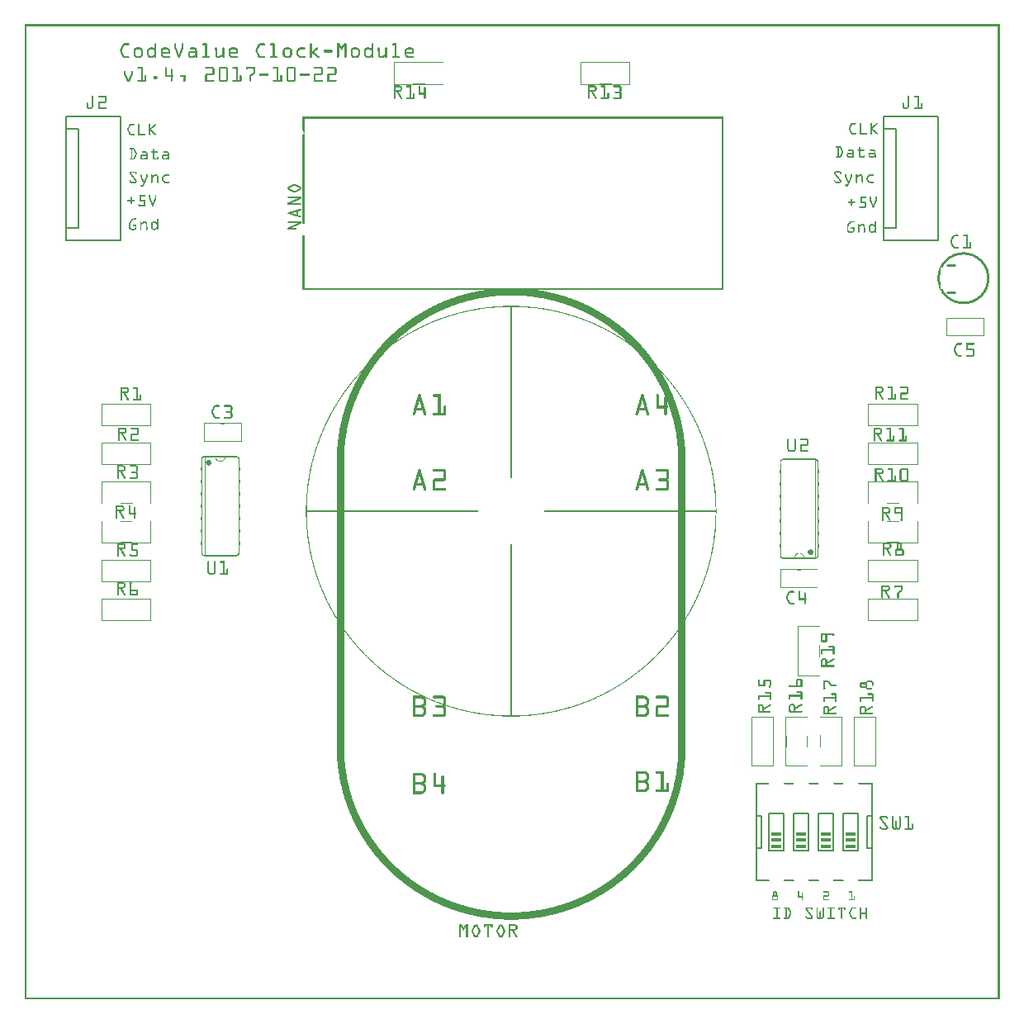
<source format=gto>
G04 MADE WITH FRITZING*
G04 WWW.FRITZING.ORG*
G04 DOUBLE SIDED*
G04 HOLES PLATED*
G04 CONTOUR ON CENTER OF CONTOUR VECTOR*
%ASAXBY*%
%FSLAX23Y23*%
%MOIN*%
%OFA0B0*%
%SFA1.0B1.0*%
%ADD10R,0.040000X0.015000*%
%ADD11R,0.225000X0.505000X0.215000X0.495000*%
%ADD12C,0.005000*%
%ADD13R,0.055000X0.405000X0.045000X0.395000*%
%ADD14C,0.008000*%
%ADD15C,0.006000*%
%ADD16C,0.002000*%
%ADD17C,0.011000*%
%ADD18R,0.001000X0.001000*%
%LNSILK1*%
G90*
G70*
G54D10*
X3336Y670D03*
X3336Y645D03*
X3336Y620D03*
X3236Y670D03*
X3236Y645D03*
X3236Y620D03*
X3136Y670D03*
X3136Y645D03*
X3136Y620D03*
X3036Y670D03*
X3036Y645D03*
X3036Y620D03*
G54D12*
X169Y3567D02*
X389Y3567D01*
X389Y3067D01*
X169Y3067D01*
X169Y3567D01*
D02*
X169Y3517D02*
X219Y3517D01*
X219Y3117D01*
X169Y3117D01*
X169Y3517D01*
D02*
X3469Y3567D02*
X3689Y3567D01*
X3689Y3067D01*
X3469Y3067D01*
X3469Y3567D01*
D02*
X3469Y3517D02*
X3519Y3517D01*
X3519Y3117D01*
X3469Y3117D01*
X3469Y3517D01*
D02*
G54D14*
X2956Y872D02*
X2956Y742D01*
D02*
X2956Y612D02*
X2976Y612D01*
D02*
X2976Y612D02*
X2976Y742D01*
D02*
X2976Y742D02*
X2956Y742D01*
D02*
X2956Y612D02*
X2956Y482D01*
D02*
X2956Y742D02*
X2956Y612D01*
D02*
X3422Y482D02*
X3422Y612D01*
D02*
X3422Y742D02*
X3402Y742D01*
D02*
X3402Y742D02*
X3402Y612D01*
D02*
X3402Y612D02*
X3422Y612D01*
D02*
X3422Y742D02*
X3422Y872D01*
D02*
X3422Y612D02*
X3422Y742D01*
D02*
X3306Y752D02*
X3306Y602D01*
D02*
X3306Y752D02*
X3366Y752D01*
D02*
X3366Y602D02*
X3366Y752D01*
D02*
X3366Y602D02*
X3306Y602D01*
D02*
X3206Y752D02*
X3206Y602D01*
D02*
X3206Y752D02*
X3266Y752D01*
D02*
X3266Y602D02*
X3266Y752D01*
D02*
X3266Y602D02*
X3206Y602D01*
D02*
X3106Y752D02*
X3106Y602D01*
D02*
X3106Y752D02*
X3166Y752D01*
D02*
X3166Y602D02*
X3166Y752D01*
D02*
X3166Y602D02*
X3106Y602D01*
D02*
X3006Y752D02*
X3006Y602D01*
D02*
X3006Y752D02*
X3066Y752D01*
D02*
X3066Y602D02*
X3066Y752D01*
D02*
X3066Y602D02*
X3006Y602D01*
G54D15*
D02*
X729Y1792D02*
X853Y1792D01*
D02*
X853Y2192D02*
X729Y2192D01*
G54D16*
D02*
X728Y2192D02*
X728Y1792D01*
G54D15*
D02*
X3190Y2181D02*
X3066Y2181D01*
D02*
X3066Y1781D02*
X3190Y1781D01*
G54D16*
D02*
X3191Y1781D02*
X3191Y2181D01*
G54D17*
X3725Y2967D02*
X3755Y2967D01*
D02*
X3725Y2857D02*
X3755Y2857D01*
D02*
G54D18*
X0Y3937D02*
X3936Y3937D01*
X0Y3936D02*
X3936Y3936D01*
X0Y3935D02*
X3936Y3935D01*
X0Y3934D02*
X3936Y3934D01*
X0Y3933D02*
X3936Y3933D01*
X0Y3932D02*
X3936Y3932D01*
X0Y3931D02*
X3936Y3931D01*
X0Y3930D02*
X3936Y3930D01*
X0Y3929D02*
X7Y3929D01*
X3929Y3929D02*
X3936Y3929D01*
X0Y3928D02*
X7Y3928D01*
X3929Y3928D02*
X3936Y3928D01*
X0Y3927D02*
X7Y3927D01*
X3929Y3927D02*
X3936Y3927D01*
X0Y3926D02*
X7Y3926D01*
X3929Y3926D02*
X3936Y3926D01*
X0Y3925D02*
X7Y3925D01*
X3929Y3925D02*
X3936Y3925D01*
X0Y3924D02*
X7Y3924D01*
X3929Y3924D02*
X3936Y3924D01*
X0Y3923D02*
X7Y3923D01*
X3929Y3923D02*
X3936Y3923D01*
X0Y3922D02*
X7Y3922D01*
X3929Y3922D02*
X3936Y3922D01*
X0Y3921D02*
X7Y3921D01*
X3929Y3921D02*
X3936Y3921D01*
X0Y3920D02*
X7Y3920D01*
X3929Y3920D02*
X3936Y3920D01*
X0Y3919D02*
X7Y3919D01*
X3929Y3919D02*
X3936Y3919D01*
X0Y3918D02*
X7Y3918D01*
X3929Y3918D02*
X3936Y3918D01*
X0Y3917D02*
X7Y3917D01*
X3929Y3917D02*
X3936Y3917D01*
X0Y3916D02*
X7Y3916D01*
X3929Y3916D02*
X3936Y3916D01*
X0Y3915D02*
X7Y3915D01*
X3929Y3915D02*
X3936Y3915D01*
X0Y3914D02*
X7Y3914D01*
X3929Y3914D02*
X3936Y3914D01*
X0Y3913D02*
X7Y3913D01*
X3929Y3913D02*
X3936Y3913D01*
X0Y3912D02*
X7Y3912D01*
X3929Y3912D02*
X3936Y3912D01*
X0Y3911D02*
X7Y3911D01*
X3929Y3911D02*
X3936Y3911D01*
X0Y3910D02*
X7Y3910D01*
X3929Y3910D02*
X3936Y3910D01*
X0Y3909D02*
X7Y3909D01*
X3929Y3909D02*
X3936Y3909D01*
X0Y3908D02*
X7Y3908D01*
X3929Y3908D02*
X3936Y3908D01*
X0Y3907D02*
X7Y3907D01*
X3929Y3907D02*
X3936Y3907D01*
X0Y3906D02*
X7Y3906D01*
X3929Y3906D02*
X3936Y3906D01*
X0Y3905D02*
X7Y3905D01*
X3929Y3905D02*
X3936Y3905D01*
X0Y3904D02*
X7Y3904D01*
X3929Y3904D02*
X3936Y3904D01*
X0Y3903D02*
X7Y3903D01*
X3929Y3903D02*
X3936Y3903D01*
X0Y3902D02*
X7Y3902D01*
X3929Y3902D02*
X3936Y3902D01*
X0Y3901D02*
X7Y3901D01*
X3929Y3901D02*
X3936Y3901D01*
X0Y3900D02*
X7Y3900D01*
X3929Y3900D02*
X3936Y3900D01*
X0Y3899D02*
X7Y3899D01*
X3929Y3899D02*
X3936Y3899D01*
X0Y3898D02*
X7Y3898D01*
X3929Y3898D02*
X3936Y3898D01*
X0Y3897D02*
X7Y3897D01*
X3929Y3897D02*
X3936Y3897D01*
X0Y3896D02*
X7Y3896D01*
X3929Y3896D02*
X3936Y3896D01*
X0Y3895D02*
X7Y3895D01*
X3929Y3895D02*
X3936Y3895D01*
X0Y3894D02*
X7Y3894D01*
X3929Y3894D02*
X3936Y3894D01*
X0Y3893D02*
X7Y3893D01*
X3929Y3893D02*
X3936Y3893D01*
X0Y3892D02*
X7Y3892D01*
X3929Y3892D02*
X3936Y3892D01*
X0Y3891D02*
X7Y3891D01*
X3929Y3891D02*
X3936Y3891D01*
X0Y3890D02*
X7Y3890D01*
X3929Y3890D02*
X3936Y3890D01*
X0Y3889D02*
X7Y3889D01*
X3929Y3889D02*
X3936Y3889D01*
X0Y3888D02*
X7Y3888D01*
X3929Y3888D02*
X3936Y3888D01*
X0Y3887D02*
X7Y3887D01*
X3929Y3887D02*
X3936Y3887D01*
X0Y3886D02*
X7Y3886D01*
X3929Y3886D02*
X3936Y3886D01*
X0Y3885D02*
X7Y3885D01*
X3929Y3885D02*
X3936Y3885D01*
X0Y3884D02*
X7Y3884D01*
X3929Y3884D02*
X3936Y3884D01*
X0Y3883D02*
X7Y3883D01*
X3929Y3883D02*
X3936Y3883D01*
X0Y3882D02*
X7Y3882D01*
X3929Y3882D02*
X3936Y3882D01*
X0Y3881D02*
X7Y3881D01*
X3929Y3881D02*
X3936Y3881D01*
X0Y3880D02*
X7Y3880D01*
X3929Y3880D02*
X3936Y3880D01*
X0Y3879D02*
X7Y3879D01*
X3929Y3879D02*
X3936Y3879D01*
X0Y3878D02*
X7Y3878D01*
X3929Y3878D02*
X3936Y3878D01*
X0Y3877D02*
X7Y3877D01*
X3929Y3877D02*
X3936Y3877D01*
X0Y3876D02*
X7Y3876D01*
X3929Y3876D02*
X3936Y3876D01*
X0Y3875D02*
X7Y3875D01*
X3929Y3875D02*
X3936Y3875D01*
X0Y3874D02*
X7Y3874D01*
X3929Y3874D02*
X3936Y3874D01*
X0Y3873D02*
X7Y3873D01*
X3929Y3873D02*
X3936Y3873D01*
X0Y3872D02*
X7Y3872D01*
X3929Y3872D02*
X3936Y3872D01*
X0Y3871D02*
X7Y3871D01*
X3929Y3871D02*
X3936Y3871D01*
X0Y3870D02*
X7Y3870D01*
X3929Y3870D02*
X3936Y3870D01*
X0Y3869D02*
X7Y3869D01*
X3929Y3869D02*
X3936Y3869D01*
X0Y3868D02*
X7Y3868D01*
X3929Y3868D02*
X3936Y3868D01*
X0Y3867D02*
X7Y3867D01*
X3929Y3867D02*
X3936Y3867D01*
X0Y3866D02*
X7Y3866D01*
X3929Y3866D02*
X3936Y3866D01*
X0Y3865D02*
X7Y3865D01*
X3929Y3865D02*
X3936Y3865D01*
X0Y3864D02*
X7Y3864D01*
X3929Y3864D02*
X3936Y3864D01*
X0Y3863D02*
X7Y3863D01*
X3929Y3863D02*
X3936Y3863D01*
X0Y3862D02*
X7Y3862D01*
X3929Y3862D02*
X3936Y3862D01*
X0Y3861D02*
X7Y3861D01*
X3929Y3861D02*
X3936Y3861D01*
X0Y3860D02*
X7Y3860D01*
X403Y3860D02*
X420Y3860D01*
X528Y3860D02*
X530Y3860D01*
X607Y3860D02*
X609Y3860D01*
X637Y3860D02*
X639Y3860D01*
X721Y3860D02*
X734Y3860D01*
X950Y3860D02*
X968Y3860D01*
X994Y3860D02*
X1007Y3860D01*
X1155Y3860D02*
X1157Y3860D01*
X1262Y3860D02*
X1271Y3860D01*
X1290Y3860D02*
X1298Y3860D01*
X1404Y3860D02*
X1406Y3860D01*
X1487Y3860D02*
X1500Y3860D01*
X3929Y3860D02*
X3936Y3860D01*
X0Y3859D02*
X7Y3859D01*
X401Y3859D02*
X422Y3859D01*
X527Y3859D02*
X531Y3859D01*
X606Y3859D02*
X611Y3859D01*
X636Y3859D02*
X641Y3859D01*
X719Y3859D02*
X735Y3859D01*
X948Y3859D02*
X969Y3859D01*
X993Y3859D02*
X1009Y3859D01*
X1153Y3859D02*
X1158Y3859D01*
X1262Y3859D02*
X1271Y3859D01*
X1289Y3859D02*
X1299Y3859D01*
X1402Y3859D02*
X1407Y3859D01*
X1486Y3859D02*
X1501Y3859D01*
X3929Y3859D02*
X3936Y3859D01*
X0Y3858D02*
X7Y3858D01*
X399Y3858D02*
X422Y3858D01*
X526Y3858D02*
X532Y3858D01*
X605Y3858D02*
X611Y3858D01*
X635Y3858D02*
X641Y3858D01*
X719Y3858D02*
X736Y3858D01*
X946Y3858D02*
X970Y3858D01*
X992Y3858D02*
X1009Y3858D01*
X1153Y3858D02*
X1159Y3858D01*
X1262Y3858D02*
X1272Y3858D01*
X1288Y3858D02*
X1299Y3858D01*
X1402Y3858D02*
X1408Y3858D01*
X1485Y3858D02*
X1502Y3858D01*
X3929Y3858D02*
X3936Y3858D01*
X0Y3857D02*
X7Y3857D01*
X398Y3857D02*
X423Y3857D01*
X526Y3857D02*
X532Y3857D01*
X605Y3857D02*
X612Y3857D01*
X635Y3857D02*
X642Y3857D01*
X718Y3857D02*
X736Y3857D01*
X945Y3857D02*
X970Y3857D01*
X992Y3857D02*
X1010Y3857D01*
X1152Y3857D02*
X1159Y3857D01*
X1262Y3857D02*
X1273Y3857D01*
X1288Y3857D02*
X1299Y3857D01*
X1401Y3857D02*
X1408Y3857D01*
X1485Y3857D02*
X1502Y3857D01*
X3929Y3857D02*
X3936Y3857D01*
X0Y3856D02*
X7Y3856D01*
X397Y3856D02*
X423Y3856D01*
X526Y3856D02*
X532Y3856D01*
X605Y3856D02*
X612Y3856D01*
X635Y3856D02*
X642Y3856D01*
X718Y3856D02*
X736Y3856D01*
X944Y3856D02*
X970Y3856D01*
X992Y3856D02*
X1010Y3856D01*
X1152Y3856D02*
X1159Y3856D01*
X1262Y3856D02*
X1273Y3856D01*
X1287Y3856D02*
X1299Y3856D01*
X1401Y3856D02*
X1408Y3856D01*
X1485Y3856D02*
X1502Y3856D01*
X3929Y3856D02*
X3936Y3856D01*
X0Y3855D02*
X7Y3855D01*
X396Y3855D02*
X422Y3855D01*
X526Y3855D02*
X532Y3855D01*
X605Y3855D02*
X612Y3855D01*
X635Y3855D02*
X642Y3855D01*
X719Y3855D02*
X736Y3855D01*
X944Y3855D02*
X970Y3855D01*
X992Y3855D02*
X1010Y3855D01*
X1152Y3855D02*
X1159Y3855D01*
X1262Y3855D02*
X1274Y3855D01*
X1286Y3855D02*
X1299Y3855D01*
X1401Y3855D02*
X1408Y3855D01*
X1485Y3855D02*
X1502Y3855D01*
X3929Y3855D02*
X3936Y3855D01*
X0Y3854D02*
X7Y3854D01*
X396Y3854D02*
X422Y3854D01*
X526Y3854D02*
X532Y3854D01*
X605Y3854D02*
X612Y3854D01*
X635Y3854D02*
X642Y3854D01*
X719Y3854D02*
X736Y3854D01*
X943Y3854D02*
X969Y3854D01*
X993Y3854D02*
X1010Y3854D01*
X1152Y3854D02*
X1159Y3854D01*
X1262Y3854D02*
X1275Y3854D01*
X1286Y3854D02*
X1299Y3854D01*
X1401Y3854D02*
X1408Y3854D01*
X1486Y3854D02*
X1502Y3854D01*
X3929Y3854D02*
X3936Y3854D01*
X0Y3853D02*
X7Y3853D01*
X395Y3853D02*
X420Y3853D01*
X526Y3853D02*
X532Y3853D01*
X605Y3853D02*
X612Y3853D01*
X635Y3853D02*
X642Y3853D01*
X721Y3853D02*
X736Y3853D01*
X942Y3853D02*
X968Y3853D01*
X994Y3853D02*
X1010Y3853D01*
X1152Y3853D02*
X1159Y3853D01*
X1262Y3853D02*
X1276Y3853D01*
X1285Y3853D02*
X1299Y3853D01*
X1401Y3853D02*
X1408Y3853D01*
X1487Y3853D02*
X1502Y3853D01*
X3929Y3853D02*
X3936Y3853D01*
X0Y3852D02*
X7Y3852D01*
X395Y3852D02*
X403Y3852D01*
X526Y3852D02*
X532Y3852D01*
X605Y3852D02*
X612Y3852D01*
X635Y3852D02*
X642Y3852D01*
X729Y3852D02*
X736Y3852D01*
X942Y3852D02*
X950Y3852D01*
X1003Y3852D02*
X1010Y3852D01*
X1152Y3852D02*
X1159Y3852D01*
X1262Y3852D02*
X1276Y3852D01*
X1284Y3852D02*
X1299Y3852D01*
X1401Y3852D02*
X1408Y3852D01*
X1496Y3852D02*
X1502Y3852D01*
X3929Y3852D02*
X3936Y3852D01*
X0Y3851D02*
X7Y3851D01*
X394Y3851D02*
X402Y3851D01*
X526Y3851D02*
X532Y3851D01*
X605Y3851D02*
X612Y3851D01*
X635Y3851D02*
X642Y3851D01*
X729Y3851D02*
X736Y3851D01*
X941Y3851D02*
X949Y3851D01*
X1003Y3851D02*
X1010Y3851D01*
X1152Y3851D02*
X1159Y3851D01*
X1262Y3851D02*
X1277Y3851D01*
X1283Y3851D02*
X1299Y3851D01*
X1401Y3851D02*
X1408Y3851D01*
X1496Y3851D02*
X1502Y3851D01*
X3929Y3851D02*
X3936Y3851D01*
X0Y3850D02*
X7Y3850D01*
X394Y3850D02*
X401Y3850D01*
X526Y3850D02*
X532Y3850D01*
X605Y3850D02*
X612Y3850D01*
X635Y3850D02*
X642Y3850D01*
X729Y3850D02*
X736Y3850D01*
X941Y3850D02*
X949Y3850D01*
X1003Y3850D02*
X1010Y3850D01*
X1152Y3850D02*
X1159Y3850D01*
X1262Y3850D02*
X1278Y3850D01*
X1283Y3850D02*
X1299Y3850D01*
X1401Y3850D02*
X1408Y3850D01*
X1496Y3850D02*
X1502Y3850D01*
X3929Y3850D02*
X3936Y3850D01*
X0Y3849D02*
X7Y3849D01*
X393Y3849D02*
X401Y3849D01*
X526Y3849D02*
X532Y3849D01*
X605Y3849D02*
X612Y3849D01*
X635Y3849D02*
X642Y3849D01*
X729Y3849D02*
X736Y3849D01*
X940Y3849D02*
X948Y3849D01*
X1003Y3849D02*
X1010Y3849D01*
X1152Y3849D02*
X1159Y3849D01*
X1262Y3849D02*
X1278Y3849D01*
X1282Y3849D02*
X1290Y3849D01*
X1292Y3849D02*
X1299Y3849D01*
X1401Y3849D02*
X1408Y3849D01*
X1496Y3849D02*
X1502Y3849D01*
X3929Y3849D02*
X3936Y3849D01*
X0Y3848D02*
X7Y3848D01*
X393Y3848D02*
X400Y3848D01*
X526Y3848D02*
X532Y3848D01*
X605Y3848D02*
X612Y3848D01*
X635Y3848D02*
X642Y3848D01*
X729Y3848D02*
X736Y3848D01*
X940Y3848D02*
X948Y3848D01*
X1003Y3848D02*
X1010Y3848D01*
X1152Y3848D02*
X1159Y3848D01*
X1262Y3848D02*
X1269Y3848D01*
X1271Y3848D02*
X1279Y3848D01*
X1281Y3848D02*
X1290Y3848D01*
X1292Y3848D02*
X1299Y3848D01*
X1401Y3848D02*
X1408Y3848D01*
X1496Y3848D02*
X1502Y3848D01*
X3929Y3848D02*
X3936Y3848D01*
X0Y3847D02*
X7Y3847D01*
X392Y3847D02*
X400Y3847D01*
X526Y3847D02*
X532Y3847D01*
X605Y3847D02*
X612Y3847D01*
X635Y3847D02*
X642Y3847D01*
X729Y3847D02*
X736Y3847D01*
X939Y3847D02*
X947Y3847D01*
X1003Y3847D02*
X1010Y3847D01*
X1152Y3847D02*
X1159Y3847D01*
X1262Y3847D02*
X1269Y3847D01*
X1271Y3847D02*
X1289Y3847D01*
X1292Y3847D02*
X1299Y3847D01*
X1401Y3847D02*
X1408Y3847D01*
X1496Y3847D02*
X1502Y3847D01*
X3929Y3847D02*
X3936Y3847D01*
X0Y3846D02*
X7Y3846D01*
X392Y3846D02*
X399Y3846D01*
X526Y3846D02*
X532Y3846D01*
X605Y3846D02*
X612Y3846D01*
X635Y3846D02*
X642Y3846D01*
X729Y3846D02*
X736Y3846D01*
X939Y3846D02*
X947Y3846D01*
X1003Y3846D02*
X1010Y3846D01*
X1152Y3846D02*
X1159Y3846D01*
X1262Y3846D02*
X1269Y3846D01*
X1272Y3846D02*
X1288Y3846D01*
X1292Y3846D02*
X1299Y3846D01*
X1401Y3846D02*
X1408Y3846D01*
X1496Y3846D02*
X1502Y3846D01*
X3929Y3846D02*
X3936Y3846D01*
X0Y3845D02*
X7Y3845D01*
X391Y3845D02*
X399Y3845D01*
X526Y3845D02*
X532Y3845D01*
X605Y3845D02*
X612Y3845D01*
X635Y3845D02*
X642Y3845D01*
X729Y3845D02*
X736Y3845D01*
X938Y3845D02*
X946Y3845D01*
X1003Y3845D02*
X1010Y3845D01*
X1152Y3845D02*
X1159Y3845D01*
X1262Y3845D02*
X1269Y3845D01*
X1273Y3845D02*
X1288Y3845D01*
X1292Y3845D02*
X1299Y3845D01*
X1401Y3845D02*
X1408Y3845D01*
X1496Y3845D02*
X1502Y3845D01*
X3929Y3845D02*
X3936Y3845D01*
X0Y3844D02*
X7Y3844D01*
X391Y3844D02*
X398Y3844D01*
X452Y3844D02*
X466Y3844D01*
X507Y3844D02*
X517Y3844D01*
X526Y3844D02*
X532Y3844D01*
X562Y3844D02*
X575Y3844D01*
X605Y3844D02*
X612Y3844D01*
X635Y3844D02*
X642Y3844D01*
X670Y3844D02*
X687Y3844D01*
X729Y3844D02*
X736Y3844D01*
X772Y3844D02*
X773Y3844D01*
X802Y3844D02*
X803Y3844D01*
X836Y3844D02*
X849Y3844D01*
X938Y3844D02*
X946Y3844D01*
X1003Y3844D02*
X1010Y3844D01*
X1055Y3844D02*
X1068Y3844D01*
X1113Y3844D02*
X1132Y3844D01*
X1152Y3844D02*
X1159Y3844D01*
X1181Y3844D02*
X1183Y3844D01*
X1262Y3844D02*
X1269Y3844D01*
X1273Y3844D02*
X1287Y3844D01*
X1292Y3844D02*
X1299Y3844D01*
X1328Y3844D02*
X1342Y3844D01*
X1383Y3844D02*
X1392Y3844D01*
X1401Y3844D02*
X1408Y3844D01*
X1429Y3844D02*
X1430Y3844D01*
X1459Y3844D02*
X1460Y3844D01*
X1496Y3844D02*
X1502Y3844D01*
X1547Y3844D02*
X1561Y3844D01*
X3929Y3844D02*
X3936Y3844D01*
X0Y3843D02*
X7Y3843D01*
X390Y3843D02*
X398Y3843D01*
X450Y3843D02*
X469Y3843D01*
X504Y3843D02*
X519Y3843D01*
X526Y3843D02*
X532Y3843D01*
X559Y3843D02*
X578Y3843D01*
X605Y3843D02*
X612Y3843D01*
X635Y3843D02*
X642Y3843D01*
X668Y3843D02*
X689Y3843D01*
X729Y3843D02*
X736Y3843D01*
X770Y3843D02*
X775Y3843D01*
X800Y3843D02*
X805Y3843D01*
X833Y3843D02*
X852Y3843D01*
X937Y3843D02*
X945Y3843D01*
X1003Y3843D02*
X1010Y3843D01*
X1052Y3843D02*
X1071Y3843D01*
X1110Y3843D02*
X1133Y3843D01*
X1152Y3843D02*
X1159Y3843D01*
X1180Y3843D02*
X1184Y3843D01*
X1262Y3843D02*
X1269Y3843D01*
X1274Y3843D02*
X1286Y3843D01*
X1292Y3843D02*
X1299Y3843D01*
X1325Y3843D02*
X1344Y3843D01*
X1380Y3843D02*
X1395Y3843D01*
X1401Y3843D02*
X1408Y3843D01*
X1427Y3843D02*
X1432Y3843D01*
X1457Y3843D02*
X1462Y3843D01*
X1496Y3843D02*
X1502Y3843D01*
X1544Y3843D02*
X1563Y3843D01*
X3929Y3843D02*
X3936Y3843D01*
X0Y3842D02*
X7Y3842D01*
X390Y3842D02*
X397Y3842D01*
X448Y3842D02*
X470Y3842D01*
X503Y3842D02*
X521Y3842D01*
X526Y3842D02*
X532Y3842D01*
X558Y3842D02*
X580Y3842D01*
X605Y3842D02*
X613Y3842D01*
X634Y3842D02*
X641Y3842D01*
X668Y3842D02*
X691Y3842D01*
X729Y3842D02*
X736Y3842D01*
X770Y3842D02*
X775Y3842D01*
X800Y3842D02*
X806Y3842D01*
X831Y3842D02*
X853Y3842D01*
X937Y3842D02*
X945Y3842D01*
X1003Y3842D02*
X1010Y3842D01*
X1050Y3842D02*
X1072Y3842D01*
X1108Y3842D02*
X1134Y3842D01*
X1152Y3842D02*
X1159Y3842D01*
X1178Y3842D02*
X1185Y3842D01*
X1262Y3842D02*
X1269Y3842D01*
X1275Y3842D02*
X1285Y3842D01*
X1292Y3842D02*
X1299Y3842D01*
X1324Y3842D02*
X1346Y3842D01*
X1379Y3842D02*
X1397Y3842D01*
X1401Y3842D02*
X1408Y3842D01*
X1426Y3842D02*
X1432Y3842D01*
X1457Y3842D02*
X1462Y3842D01*
X1496Y3842D02*
X1502Y3842D01*
X1543Y3842D02*
X1565Y3842D01*
X3929Y3842D02*
X3936Y3842D01*
X0Y3841D02*
X7Y3841D01*
X389Y3841D02*
X397Y3841D01*
X447Y3841D02*
X471Y3841D01*
X502Y3841D02*
X522Y3841D01*
X526Y3841D02*
X532Y3841D01*
X556Y3841D02*
X581Y3841D01*
X606Y3841D02*
X613Y3841D01*
X634Y3841D02*
X641Y3841D01*
X667Y3841D02*
X692Y3841D01*
X729Y3841D02*
X736Y3841D01*
X769Y3841D02*
X776Y3841D01*
X799Y3841D02*
X806Y3841D01*
X830Y3841D02*
X855Y3841D01*
X936Y3841D02*
X944Y3841D01*
X1003Y3841D02*
X1010Y3841D01*
X1049Y3841D02*
X1073Y3841D01*
X1107Y3841D02*
X1134Y3841D01*
X1152Y3841D02*
X1159Y3841D01*
X1177Y3841D02*
X1185Y3841D01*
X1262Y3841D02*
X1269Y3841D01*
X1276Y3841D02*
X1285Y3841D01*
X1292Y3841D02*
X1299Y3841D01*
X1323Y3841D02*
X1347Y3841D01*
X1377Y3841D02*
X1398Y3841D01*
X1401Y3841D02*
X1408Y3841D01*
X1426Y3841D02*
X1433Y3841D01*
X1456Y3841D02*
X1463Y3841D01*
X1496Y3841D02*
X1502Y3841D01*
X1542Y3841D02*
X1566Y3841D01*
X3929Y3841D02*
X3936Y3841D01*
X0Y3840D02*
X7Y3840D01*
X389Y3840D02*
X396Y3840D01*
X446Y3840D02*
X473Y3840D01*
X500Y3840D02*
X524Y3840D01*
X526Y3840D02*
X532Y3840D01*
X555Y3840D02*
X582Y3840D01*
X606Y3840D02*
X613Y3840D01*
X633Y3840D02*
X641Y3840D01*
X667Y3840D02*
X693Y3840D01*
X729Y3840D02*
X736Y3840D01*
X769Y3840D02*
X776Y3840D01*
X799Y3840D02*
X806Y3840D01*
X829Y3840D02*
X856Y3840D01*
X936Y3840D02*
X944Y3840D01*
X1003Y3840D02*
X1010Y3840D01*
X1048Y3840D02*
X1075Y3840D01*
X1106Y3840D02*
X1134Y3840D01*
X1152Y3840D02*
X1159Y3840D01*
X1176Y3840D02*
X1185Y3840D01*
X1262Y3840D02*
X1269Y3840D01*
X1276Y3840D02*
X1284Y3840D01*
X1292Y3840D02*
X1299Y3840D01*
X1322Y3840D02*
X1348Y3840D01*
X1376Y3840D02*
X1399Y3840D01*
X1401Y3840D02*
X1408Y3840D01*
X1426Y3840D02*
X1433Y3840D01*
X1456Y3840D02*
X1463Y3840D01*
X1496Y3840D02*
X1502Y3840D01*
X1540Y3840D02*
X1567Y3840D01*
X3929Y3840D02*
X3936Y3840D01*
X0Y3839D02*
X7Y3839D01*
X388Y3839D02*
X396Y3839D01*
X445Y3839D02*
X474Y3839D01*
X499Y3839D02*
X532Y3839D01*
X554Y3839D02*
X583Y3839D01*
X607Y3839D02*
X614Y3839D01*
X633Y3839D02*
X640Y3839D01*
X668Y3839D02*
X694Y3839D01*
X729Y3839D02*
X736Y3839D01*
X769Y3839D02*
X776Y3839D01*
X799Y3839D02*
X806Y3839D01*
X828Y3839D02*
X857Y3839D01*
X935Y3839D02*
X943Y3839D01*
X1003Y3839D02*
X1010Y3839D01*
X1047Y3839D02*
X1076Y3839D01*
X1105Y3839D02*
X1134Y3839D01*
X1152Y3839D02*
X1159Y3839D01*
X1175Y3839D02*
X1185Y3839D01*
X1262Y3839D02*
X1269Y3839D01*
X1277Y3839D02*
X1284Y3839D01*
X1292Y3839D02*
X1299Y3839D01*
X1320Y3839D02*
X1349Y3839D01*
X1375Y3839D02*
X1408Y3839D01*
X1426Y3839D02*
X1433Y3839D01*
X1456Y3839D02*
X1463Y3839D01*
X1496Y3839D02*
X1502Y3839D01*
X1539Y3839D02*
X1568Y3839D01*
X3929Y3839D02*
X3936Y3839D01*
X0Y3838D02*
X7Y3838D01*
X388Y3838D02*
X395Y3838D01*
X444Y3838D02*
X475Y3838D01*
X498Y3838D02*
X532Y3838D01*
X553Y3838D02*
X584Y3838D01*
X607Y3838D02*
X614Y3838D01*
X633Y3838D02*
X640Y3838D01*
X668Y3838D02*
X694Y3838D01*
X729Y3838D02*
X736Y3838D01*
X769Y3838D02*
X776Y3838D01*
X799Y3838D02*
X806Y3838D01*
X827Y3838D02*
X858Y3838D01*
X935Y3838D02*
X943Y3838D01*
X1003Y3838D02*
X1010Y3838D01*
X1046Y3838D02*
X1077Y3838D01*
X1104Y3838D02*
X1133Y3838D01*
X1152Y3838D02*
X1159Y3838D01*
X1174Y3838D02*
X1184Y3838D01*
X1262Y3838D02*
X1269Y3838D01*
X1277Y3838D02*
X1284Y3838D01*
X1292Y3838D02*
X1299Y3838D01*
X1319Y3838D02*
X1350Y3838D01*
X1374Y3838D02*
X1408Y3838D01*
X1426Y3838D02*
X1433Y3838D01*
X1456Y3838D02*
X1463Y3838D01*
X1496Y3838D02*
X1502Y3838D01*
X1538Y3838D02*
X1569Y3838D01*
X3929Y3838D02*
X3936Y3838D01*
X0Y3837D02*
X7Y3837D01*
X387Y3837D02*
X395Y3837D01*
X443Y3837D02*
X475Y3837D01*
X498Y3837D02*
X532Y3837D01*
X552Y3837D02*
X585Y3837D01*
X607Y3837D02*
X615Y3837D01*
X632Y3837D02*
X639Y3837D01*
X669Y3837D02*
X695Y3837D01*
X729Y3837D02*
X736Y3837D01*
X769Y3837D02*
X776Y3837D01*
X799Y3837D02*
X806Y3837D01*
X826Y3837D02*
X859Y3837D01*
X935Y3837D02*
X942Y3837D01*
X1003Y3837D02*
X1010Y3837D01*
X1045Y3837D02*
X1078Y3837D01*
X1103Y3837D02*
X1132Y3837D01*
X1152Y3837D02*
X1159Y3837D01*
X1173Y3837D02*
X1183Y3837D01*
X1262Y3837D02*
X1269Y3837D01*
X1277Y3837D02*
X1283Y3837D01*
X1292Y3837D02*
X1299Y3837D01*
X1319Y3837D02*
X1351Y3837D01*
X1373Y3837D02*
X1408Y3837D01*
X1426Y3837D02*
X1433Y3837D01*
X1456Y3837D02*
X1463Y3837D01*
X1496Y3837D02*
X1502Y3837D01*
X1538Y3837D02*
X1570Y3837D01*
X3929Y3837D02*
X3936Y3837D01*
X0Y3836D02*
X7Y3836D01*
X387Y3836D02*
X394Y3836D01*
X442Y3836D02*
X452Y3836D01*
X467Y3836D02*
X476Y3836D01*
X497Y3836D02*
X507Y3836D01*
X517Y3836D02*
X532Y3836D01*
X552Y3836D02*
X561Y3836D01*
X576Y3836D02*
X586Y3836D01*
X608Y3836D02*
X615Y3836D01*
X632Y3836D02*
X639Y3836D01*
X687Y3836D02*
X695Y3836D01*
X729Y3836D02*
X736Y3836D01*
X769Y3836D02*
X776Y3836D01*
X799Y3836D02*
X806Y3836D01*
X825Y3836D02*
X835Y3836D01*
X850Y3836D02*
X859Y3836D01*
X934Y3836D02*
X941Y3836D01*
X1003Y3836D02*
X1010Y3836D01*
X1044Y3836D02*
X1054Y3836D01*
X1069Y3836D02*
X1078Y3836D01*
X1102Y3836D02*
X1113Y3836D01*
X1152Y3836D02*
X1159Y3836D01*
X1171Y3836D02*
X1182Y3836D01*
X1262Y3836D02*
X1269Y3836D01*
X1277Y3836D02*
X1283Y3836D01*
X1292Y3836D02*
X1299Y3836D01*
X1318Y3836D02*
X1328Y3836D01*
X1342Y3836D02*
X1352Y3836D01*
X1373Y3836D02*
X1382Y3836D01*
X1393Y3836D02*
X1408Y3836D01*
X1426Y3836D02*
X1433Y3836D01*
X1456Y3836D02*
X1463Y3836D01*
X1496Y3836D02*
X1502Y3836D01*
X1537Y3836D02*
X1547Y3836D01*
X1561Y3836D02*
X1571Y3836D01*
X3929Y3836D02*
X3936Y3836D01*
X0Y3835D02*
X7Y3835D01*
X387Y3835D02*
X394Y3835D01*
X442Y3835D02*
X451Y3835D01*
X468Y3835D02*
X477Y3835D01*
X496Y3835D02*
X505Y3835D01*
X519Y3835D02*
X532Y3835D01*
X551Y3835D02*
X560Y3835D01*
X577Y3835D02*
X586Y3835D01*
X608Y3835D02*
X615Y3835D01*
X631Y3835D02*
X639Y3835D01*
X688Y3835D02*
X695Y3835D01*
X729Y3835D02*
X736Y3835D01*
X769Y3835D02*
X776Y3835D01*
X799Y3835D02*
X806Y3835D01*
X825Y3835D02*
X834Y3835D01*
X851Y3835D02*
X860Y3835D01*
X934Y3835D02*
X941Y3835D01*
X1003Y3835D02*
X1010Y3835D01*
X1044Y3835D02*
X1053Y3835D01*
X1070Y3835D02*
X1079Y3835D01*
X1101Y3835D02*
X1111Y3835D01*
X1152Y3835D02*
X1159Y3835D01*
X1170Y3835D02*
X1181Y3835D01*
X1262Y3835D02*
X1269Y3835D01*
X1278Y3835D02*
X1283Y3835D01*
X1292Y3835D02*
X1299Y3835D01*
X1318Y3835D02*
X1326Y3835D01*
X1344Y3835D02*
X1352Y3835D01*
X1372Y3835D02*
X1381Y3835D01*
X1394Y3835D02*
X1408Y3835D01*
X1426Y3835D02*
X1433Y3835D01*
X1456Y3835D02*
X1463Y3835D01*
X1496Y3835D02*
X1502Y3835D01*
X1537Y3835D02*
X1545Y3835D01*
X1563Y3835D02*
X1571Y3835D01*
X3929Y3835D02*
X3936Y3835D01*
X0Y3834D02*
X7Y3834D01*
X386Y3834D02*
X393Y3834D01*
X441Y3834D02*
X449Y3834D01*
X469Y3834D02*
X477Y3834D01*
X496Y3834D02*
X504Y3834D01*
X520Y3834D02*
X532Y3834D01*
X551Y3834D02*
X559Y3834D01*
X579Y3834D02*
X586Y3834D01*
X608Y3834D02*
X616Y3834D01*
X631Y3834D02*
X638Y3834D01*
X688Y3834D02*
X695Y3834D01*
X729Y3834D02*
X736Y3834D01*
X769Y3834D02*
X776Y3834D01*
X799Y3834D02*
X806Y3834D01*
X825Y3834D02*
X833Y3834D01*
X852Y3834D02*
X860Y3834D01*
X934Y3834D02*
X941Y3834D01*
X1003Y3834D02*
X1010Y3834D01*
X1044Y3834D02*
X1052Y3834D01*
X1071Y3834D02*
X1079Y3834D01*
X1100Y3834D02*
X1110Y3834D01*
X1152Y3834D02*
X1159Y3834D01*
X1169Y3834D02*
X1180Y3834D01*
X1209Y3834D02*
X1242Y3834D01*
X1262Y3834D02*
X1269Y3834D01*
X1279Y3834D02*
X1282Y3834D01*
X1292Y3834D02*
X1299Y3834D01*
X1317Y3834D02*
X1325Y3834D01*
X1345Y3834D02*
X1353Y3834D01*
X1372Y3834D02*
X1380Y3834D01*
X1396Y3834D02*
X1408Y3834D01*
X1426Y3834D02*
X1433Y3834D01*
X1456Y3834D02*
X1463Y3834D01*
X1496Y3834D02*
X1502Y3834D01*
X1536Y3834D02*
X1544Y3834D01*
X1564Y3834D02*
X1572Y3834D01*
X3929Y3834D02*
X3936Y3834D01*
X0Y3833D02*
X7Y3833D01*
X386Y3833D02*
X393Y3833D01*
X441Y3833D02*
X448Y3833D01*
X470Y3833D02*
X477Y3833D01*
X496Y3833D02*
X503Y3833D01*
X521Y3833D02*
X532Y3833D01*
X551Y3833D02*
X558Y3833D01*
X579Y3833D02*
X587Y3833D01*
X609Y3833D02*
X616Y3833D01*
X631Y3833D02*
X638Y3833D01*
X689Y3833D02*
X695Y3833D01*
X729Y3833D02*
X736Y3833D01*
X769Y3833D02*
X776Y3833D01*
X799Y3833D02*
X806Y3833D01*
X824Y3833D02*
X832Y3833D01*
X853Y3833D02*
X860Y3833D01*
X934Y3833D02*
X940Y3833D01*
X1003Y3833D02*
X1010Y3833D01*
X1043Y3833D02*
X1051Y3833D01*
X1072Y3833D02*
X1079Y3833D01*
X1099Y3833D02*
X1109Y3833D01*
X1152Y3833D02*
X1159Y3833D01*
X1168Y3833D02*
X1179Y3833D01*
X1208Y3833D02*
X1243Y3833D01*
X1262Y3833D02*
X1269Y3833D01*
X1292Y3833D02*
X1299Y3833D01*
X1317Y3833D02*
X1324Y3833D01*
X1346Y3833D02*
X1353Y3833D01*
X1372Y3833D02*
X1379Y3833D01*
X1397Y3833D02*
X1408Y3833D01*
X1426Y3833D02*
X1433Y3833D01*
X1456Y3833D02*
X1463Y3833D01*
X1496Y3833D02*
X1502Y3833D01*
X1536Y3833D02*
X1543Y3833D01*
X1565Y3833D02*
X1572Y3833D01*
X3929Y3833D02*
X3936Y3833D01*
X0Y3832D02*
X7Y3832D01*
X386Y3832D02*
X393Y3832D01*
X441Y3832D02*
X448Y3832D01*
X471Y3832D02*
X477Y3832D01*
X496Y3832D02*
X503Y3832D01*
X522Y3832D02*
X532Y3832D01*
X550Y3832D02*
X557Y3832D01*
X580Y3832D02*
X587Y3832D01*
X609Y3832D02*
X617Y3832D01*
X630Y3832D02*
X637Y3832D01*
X689Y3832D02*
X696Y3832D01*
X729Y3832D02*
X736Y3832D01*
X770Y3832D02*
X776Y3832D01*
X799Y3832D02*
X806Y3832D01*
X824Y3832D02*
X831Y3832D01*
X854Y3832D02*
X861Y3832D01*
X934Y3832D02*
X940Y3832D01*
X1003Y3832D02*
X1010Y3832D01*
X1043Y3832D02*
X1050Y3832D01*
X1073Y3832D02*
X1079Y3832D01*
X1099Y3832D02*
X1108Y3832D01*
X1152Y3832D02*
X1159Y3832D01*
X1167Y3832D02*
X1177Y3832D01*
X1207Y3832D02*
X1244Y3832D01*
X1262Y3832D02*
X1269Y3832D01*
X1292Y3832D02*
X1299Y3832D01*
X1317Y3832D02*
X1324Y3832D01*
X1346Y3832D02*
X1353Y3832D01*
X1371Y3832D02*
X1378Y3832D01*
X1398Y3832D02*
X1408Y3832D01*
X1426Y3832D02*
X1433Y3832D01*
X1456Y3832D02*
X1463Y3832D01*
X1496Y3832D02*
X1502Y3832D01*
X1536Y3832D02*
X1543Y3832D01*
X1565Y3832D02*
X1572Y3832D01*
X3929Y3832D02*
X3936Y3832D01*
X0Y3831D02*
X7Y3831D01*
X386Y3831D02*
X393Y3831D01*
X441Y3831D02*
X448Y3831D01*
X471Y3831D02*
X477Y3831D01*
X496Y3831D02*
X502Y3831D01*
X523Y3831D02*
X532Y3831D01*
X550Y3831D02*
X557Y3831D01*
X580Y3831D02*
X587Y3831D01*
X610Y3831D02*
X617Y3831D01*
X630Y3831D02*
X637Y3831D01*
X689Y3831D02*
X696Y3831D01*
X729Y3831D02*
X736Y3831D01*
X770Y3831D02*
X776Y3831D01*
X799Y3831D02*
X806Y3831D01*
X824Y3831D02*
X831Y3831D01*
X854Y3831D02*
X861Y3831D01*
X933Y3831D02*
X940Y3831D01*
X1003Y3831D02*
X1010Y3831D01*
X1043Y3831D02*
X1050Y3831D01*
X1073Y3831D02*
X1080Y3831D01*
X1098Y3831D02*
X1107Y3831D01*
X1152Y3831D02*
X1159Y3831D01*
X1166Y3831D02*
X1176Y3831D01*
X1207Y3831D02*
X1244Y3831D01*
X1262Y3831D02*
X1269Y3831D01*
X1292Y3831D02*
X1299Y3831D01*
X1317Y3831D02*
X1323Y3831D01*
X1347Y3831D02*
X1353Y3831D01*
X1371Y3831D02*
X1378Y3831D01*
X1399Y3831D02*
X1408Y3831D01*
X1426Y3831D02*
X1433Y3831D01*
X1456Y3831D02*
X1463Y3831D01*
X1496Y3831D02*
X1502Y3831D01*
X1536Y3831D02*
X1542Y3831D01*
X1566Y3831D02*
X1572Y3831D01*
X3929Y3831D02*
X3936Y3831D01*
X0Y3830D02*
X7Y3830D01*
X386Y3830D02*
X393Y3830D01*
X441Y3830D02*
X447Y3830D01*
X471Y3830D02*
X478Y3830D01*
X496Y3830D02*
X502Y3830D01*
X524Y3830D02*
X532Y3830D01*
X550Y3830D02*
X557Y3830D01*
X580Y3830D02*
X587Y3830D01*
X610Y3830D02*
X617Y3830D01*
X629Y3830D02*
X637Y3830D01*
X689Y3830D02*
X696Y3830D01*
X729Y3830D02*
X736Y3830D01*
X770Y3830D02*
X776Y3830D01*
X799Y3830D02*
X806Y3830D01*
X824Y3830D02*
X831Y3830D01*
X854Y3830D02*
X861Y3830D01*
X933Y3830D02*
X940Y3830D01*
X1003Y3830D02*
X1010Y3830D01*
X1043Y3830D02*
X1050Y3830D01*
X1073Y3830D02*
X1080Y3830D01*
X1098Y3830D02*
X1106Y3830D01*
X1152Y3830D02*
X1159Y3830D01*
X1164Y3830D02*
X1175Y3830D01*
X1207Y3830D02*
X1244Y3830D01*
X1262Y3830D02*
X1269Y3830D01*
X1292Y3830D02*
X1299Y3830D01*
X1317Y3830D02*
X1323Y3830D01*
X1347Y3830D02*
X1353Y3830D01*
X1371Y3830D02*
X1378Y3830D01*
X1400Y3830D02*
X1408Y3830D01*
X1426Y3830D02*
X1433Y3830D01*
X1456Y3830D02*
X1463Y3830D01*
X1496Y3830D02*
X1502Y3830D01*
X1536Y3830D02*
X1542Y3830D01*
X1566Y3830D02*
X1572Y3830D01*
X3929Y3830D02*
X3936Y3830D01*
X0Y3829D02*
X7Y3829D01*
X386Y3829D02*
X393Y3829D01*
X441Y3829D02*
X447Y3829D01*
X471Y3829D02*
X478Y3829D01*
X496Y3829D02*
X502Y3829D01*
X525Y3829D02*
X532Y3829D01*
X550Y3829D02*
X557Y3829D01*
X580Y3829D02*
X587Y3829D01*
X610Y3829D02*
X618Y3829D01*
X629Y3829D02*
X636Y3829D01*
X689Y3829D02*
X696Y3829D01*
X729Y3829D02*
X736Y3829D01*
X770Y3829D02*
X776Y3829D01*
X799Y3829D02*
X806Y3829D01*
X824Y3829D02*
X831Y3829D01*
X854Y3829D02*
X861Y3829D01*
X934Y3829D02*
X940Y3829D01*
X1003Y3829D02*
X1010Y3829D01*
X1043Y3829D02*
X1050Y3829D01*
X1073Y3829D02*
X1080Y3829D01*
X1098Y3829D02*
X1105Y3829D01*
X1152Y3829D02*
X1159Y3829D01*
X1163Y3829D02*
X1174Y3829D01*
X1207Y3829D02*
X1244Y3829D01*
X1262Y3829D02*
X1269Y3829D01*
X1292Y3829D02*
X1299Y3829D01*
X1317Y3829D02*
X1323Y3829D01*
X1347Y3829D02*
X1353Y3829D01*
X1371Y3829D02*
X1378Y3829D01*
X1401Y3829D02*
X1408Y3829D01*
X1426Y3829D02*
X1433Y3829D01*
X1456Y3829D02*
X1463Y3829D01*
X1496Y3829D02*
X1502Y3829D01*
X1536Y3829D02*
X1542Y3829D01*
X1566Y3829D02*
X1572Y3829D01*
X3929Y3829D02*
X3936Y3829D01*
X0Y3828D02*
X7Y3828D01*
X386Y3828D02*
X393Y3828D01*
X441Y3828D02*
X447Y3828D01*
X471Y3828D02*
X478Y3828D01*
X496Y3828D02*
X502Y3828D01*
X525Y3828D02*
X532Y3828D01*
X550Y3828D02*
X557Y3828D01*
X580Y3828D02*
X587Y3828D01*
X611Y3828D02*
X618Y3828D01*
X629Y3828D02*
X636Y3828D01*
X669Y3828D02*
X687Y3828D01*
X689Y3828D02*
X696Y3828D01*
X729Y3828D02*
X736Y3828D01*
X770Y3828D02*
X776Y3828D01*
X799Y3828D02*
X806Y3828D01*
X824Y3828D02*
X831Y3828D01*
X854Y3828D02*
X861Y3828D01*
X934Y3828D02*
X941Y3828D01*
X1003Y3828D02*
X1010Y3828D01*
X1043Y3828D02*
X1050Y3828D01*
X1073Y3828D02*
X1080Y3828D01*
X1098Y3828D02*
X1104Y3828D01*
X1152Y3828D02*
X1159Y3828D01*
X1162Y3828D02*
X1173Y3828D01*
X1207Y3828D02*
X1244Y3828D01*
X1262Y3828D02*
X1269Y3828D01*
X1292Y3828D02*
X1299Y3828D01*
X1317Y3828D02*
X1323Y3828D01*
X1347Y3828D02*
X1353Y3828D01*
X1371Y3828D02*
X1378Y3828D01*
X1401Y3828D02*
X1408Y3828D01*
X1426Y3828D02*
X1433Y3828D01*
X1456Y3828D02*
X1463Y3828D01*
X1496Y3828D02*
X1502Y3828D01*
X1536Y3828D02*
X1542Y3828D01*
X1566Y3828D02*
X1572Y3828D01*
X3929Y3828D02*
X3936Y3828D01*
X0Y3827D02*
X7Y3827D01*
X387Y3827D02*
X394Y3827D01*
X441Y3827D02*
X447Y3827D01*
X471Y3827D02*
X478Y3827D01*
X496Y3827D02*
X502Y3827D01*
X526Y3827D02*
X532Y3827D01*
X550Y3827D02*
X557Y3827D01*
X580Y3827D02*
X587Y3827D01*
X611Y3827D02*
X618Y3827D01*
X628Y3827D02*
X636Y3827D01*
X666Y3827D02*
X696Y3827D01*
X729Y3827D02*
X736Y3827D01*
X770Y3827D02*
X776Y3827D01*
X799Y3827D02*
X806Y3827D01*
X824Y3827D02*
X831Y3827D01*
X854Y3827D02*
X861Y3827D01*
X934Y3827D02*
X941Y3827D01*
X1003Y3827D02*
X1010Y3827D01*
X1043Y3827D02*
X1050Y3827D01*
X1073Y3827D02*
X1080Y3827D01*
X1098Y3827D02*
X1104Y3827D01*
X1152Y3827D02*
X1159Y3827D01*
X1161Y3827D02*
X1172Y3827D01*
X1207Y3827D02*
X1244Y3827D01*
X1262Y3827D02*
X1269Y3827D01*
X1292Y3827D02*
X1299Y3827D01*
X1317Y3827D02*
X1323Y3827D01*
X1347Y3827D02*
X1353Y3827D01*
X1371Y3827D02*
X1378Y3827D01*
X1401Y3827D02*
X1408Y3827D01*
X1427Y3827D02*
X1433Y3827D01*
X1456Y3827D02*
X1463Y3827D01*
X1496Y3827D02*
X1502Y3827D01*
X1536Y3827D02*
X1542Y3827D01*
X1566Y3827D02*
X1572Y3827D01*
X3929Y3827D02*
X3936Y3827D01*
X0Y3826D02*
X7Y3826D01*
X387Y3826D02*
X394Y3826D01*
X441Y3826D02*
X447Y3826D01*
X471Y3826D02*
X478Y3826D01*
X496Y3826D02*
X502Y3826D01*
X526Y3826D02*
X532Y3826D01*
X550Y3826D02*
X557Y3826D01*
X580Y3826D02*
X587Y3826D01*
X612Y3826D02*
X619Y3826D01*
X628Y3826D02*
X635Y3826D01*
X664Y3826D02*
X696Y3826D01*
X729Y3826D02*
X736Y3826D01*
X770Y3826D02*
X776Y3826D01*
X799Y3826D02*
X806Y3826D01*
X824Y3826D02*
X831Y3826D01*
X854Y3826D02*
X861Y3826D01*
X934Y3826D02*
X941Y3826D01*
X1003Y3826D02*
X1010Y3826D01*
X1043Y3826D02*
X1050Y3826D01*
X1073Y3826D02*
X1080Y3826D01*
X1098Y3826D02*
X1104Y3826D01*
X1152Y3826D02*
X1170Y3826D01*
X1208Y3826D02*
X1243Y3826D01*
X1262Y3826D02*
X1269Y3826D01*
X1292Y3826D02*
X1299Y3826D01*
X1317Y3826D02*
X1323Y3826D01*
X1347Y3826D02*
X1353Y3826D01*
X1371Y3826D02*
X1378Y3826D01*
X1401Y3826D02*
X1408Y3826D01*
X1427Y3826D02*
X1433Y3826D01*
X1456Y3826D02*
X1463Y3826D01*
X1496Y3826D02*
X1502Y3826D01*
X1536Y3826D02*
X1542Y3826D01*
X1566Y3826D02*
X1572Y3826D01*
X3929Y3826D02*
X3936Y3826D01*
X0Y3825D02*
X7Y3825D01*
X387Y3825D02*
X394Y3825D01*
X441Y3825D02*
X447Y3825D01*
X471Y3825D02*
X478Y3825D01*
X496Y3825D02*
X502Y3825D01*
X526Y3825D02*
X532Y3825D01*
X550Y3825D02*
X557Y3825D01*
X580Y3825D02*
X587Y3825D01*
X612Y3825D02*
X619Y3825D01*
X627Y3825D02*
X635Y3825D01*
X663Y3825D02*
X696Y3825D01*
X729Y3825D02*
X736Y3825D01*
X770Y3825D02*
X776Y3825D01*
X799Y3825D02*
X806Y3825D01*
X824Y3825D02*
X831Y3825D01*
X854Y3825D02*
X861Y3825D01*
X935Y3825D02*
X942Y3825D01*
X1003Y3825D02*
X1010Y3825D01*
X1043Y3825D02*
X1050Y3825D01*
X1073Y3825D02*
X1080Y3825D01*
X1098Y3825D02*
X1104Y3825D01*
X1152Y3825D02*
X1169Y3825D01*
X1208Y3825D02*
X1243Y3825D01*
X1262Y3825D02*
X1269Y3825D01*
X1292Y3825D02*
X1299Y3825D01*
X1317Y3825D02*
X1323Y3825D01*
X1347Y3825D02*
X1353Y3825D01*
X1371Y3825D02*
X1378Y3825D01*
X1401Y3825D02*
X1408Y3825D01*
X1427Y3825D02*
X1433Y3825D01*
X1456Y3825D02*
X1463Y3825D01*
X1496Y3825D02*
X1502Y3825D01*
X1536Y3825D02*
X1543Y3825D01*
X1565Y3825D02*
X1572Y3825D01*
X3929Y3825D02*
X3936Y3825D01*
X0Y3824D02*
X7Y3824D01*
X388Y3824D02*
X395Y3824D01*
X441Y3824D02*
X447Y3824D01*
X471Y3824D02*
X478Y3824D01*
X496Y3824D02*
X502Y3824D01*
X526Y3824D02*
X532Y3824D01*
X550Y3824D02*
X587Y3824D01*
X612Y3824D02*
X620Y3824D01*
X627Y3824D02*
X634Y3824D01*
X662Y3824D02*
X696Y3824D01*
X729Y3824D02*
X736Y3824D01*
X770Y3824D02*
X776Y3824D01*
X799Y3824D02*
X806Y3824D01*
X824Y3824D02*
X861Y3824D01*
X935Y3824D02*
X942Y3824D01*
X1003Y3824D02*
X1010Y3824D01*
X1043Y3824D02*
X1050Y3824D01*
X1073Y3824D02*
X1080Y3824D01*
X1098Y3824D02*
X1104Y3824D01*
X1152Y3824D02*
X1169Y3824D01*
X1210Y3824D02*
X1241Y3824D01*
X1262Y3824D02*
X1269Y3824D01*
X1292Y3824D02*
X1299Y3824D01*
X1317Y3824D02*
X1323Y3824D01*
X1347Y3824D02*
X1353Y3824D01*
X1371Y3824D02*
X1378Y3824D01*
X1401Y3824D02*
X1408Y3824D01*
X1427Y3824D02*
X1433Y3824D01*
X1456Y3824D02*
X1463Y3824D01*
X1496Y3824D02*
X1502Y3824D01*
X1536Y3824D02*
X1572Y3824D01*
X3929Y3824D02*
X3936Y3824D01*
X0Y3823D02*
X7Y3823D01*
X388Y3823D02*
X395Y3823D01*
X441Y3823D02*
X447Y3823D01*
X471Y3823D02*
X478Y3823D01*
X496Y3823D02*
X502Y3823D01*
X526Y3823D02*
X532Y3823D01*
X550Y3823D02*
X587Y3823D01*
X613Y3823D02*
X620Y3823D01*
X627Y3823D02*
X634Y3823D01*
X662Y3823D02*
X696Y3823D01*
X729Y3823D02*
X736Y3823D01*
X770Y3823D02*
X776Y3823D01*
X799Y3823D02*
X806Y3823D01*
X824Y3823D02*
X861Y3823D01*
X935Y3823D02*
X943Y3823D01*
X1003Y3823D02*
X1010Y3823D01*
X1043Y3823D02*
X1050Y3823D01*
X1073Y3823D02*
X1080Y3823D01*
X1098Y3823D02*
X1104Y3823D01*
X1152Y3823D02*
X1170Y3823D01*
X1262Y3823D02*
X1269Y3823D01*
X1292Y3823D02*
X1299Y3823D01*
X1317Y3823D02*
X1323Y3823D01*
X1347Y3823D02*
X1353Y3823D01*
X1371Y3823D02*
X1378Y3823D01*
X1401Y3823D02*
X1408Y3823D01*
X1427Y3823D02*
X1433Y3823D01*
X1456Y3823D02*
X1463Y3823D01*
X1496Y3823D02*
X1502Y3823D01*
X1536Y3823D02*
X1572Y3823D01*
X3929Y3823D02*
X3936Y3823D01*
X0Y3822D02*
X7Y3822D01*
X388Y3822D02*
X396Y3822D01*
X441Y3822D02*
X447Y3822D01*
X471Y3822D02*
X478Y3822D01*
X496Y3822D02*
X502Y3822D01*
X526Y3822D02*
X532Y3822D01*
X550Y3822D02*
X587Y3822D01*
X613Y3822D02*
X620Y3822D01*
X626Y3822D02*
X634Y3822D01*
X661Y3822D02*
X696Y3822D01*
X729Y3822D02*
X736Y3822D01*
X770Y3822D02*
X776Y3822D01*
X799Y3822D02*
X806Y3822D01*
X824Y3822D02*
X861Y3822D01*
X936Y3822D02*
X943Y3822D01*
X1003Y3822D02*
X1010Y3822D01*
X1043Y3822D02*
X1050Y3822D01*
X1073Y3822D02*
X1080Y3822D01*
X1098Y3822D02*
X1104Y3822D01*
X1152Y3822D02*
X1171Y3822D01*
X1262Y3822D02*
X1269Y3822D01*
X1292Y3822D02*
X1299Y3822D01*
X1317Y3822D02*
X1323Y3822D01*
X1347Y3822D02*
X1353Y3822D01*
X1371Y3822D02*
X1378Y3822D01*
X1401Y3822D02*
X1408Y3822D01*
X1427Y3822D02*
X1433Y3822D01*
X1456Y3822D02*
X1463Y3822D01*
X1496Y3822D02*
X1502Y3822D01*
X1536Y3822D02*
X1572Y3822D01*
X3929Y3822D02*
X3936Y3822D01*
X0Y3821D02*
X7Y3821D01*
X389Y3821D02*
X396Y3821D01*
X441Y3821D02*
X447Y3821D01*
X471Y3821D02*
X478Y3821D01*
X496Y3821D02*
X502Y3821D01*
X526Y3821D02*
X532Y3821D01*
X550Y3821D02*
X587Y3821D01*
X614Y3821D02*
X621Y3821D01*
X626Y3821D02*
X633Y3821D01*
X661Y3821D02*
X696Y3821D01*
X729Y3821D02*
X736Y3821D01*
X770Y3821D02*
X777Y3821D01*
X799Y3821D02*
X806Y3821D01*
X824Y3821D02*
X861Y3821D01*
X936Y3821D02*
X944Y3821D01*
X1003Y3821D02*
X1010Y3821D01*
X1043Y3821D02*
X1050Y3821D01*
X1073Y3821D02*
X1080Y3821D01*
X1098Y3821D02*
X1104Y3821D01*
X1152Y3821D02*
X1173Y3821D01*
X1262Y3821D02*
X1269Y3821D01*
X1292Y3821D02*
X1299Y3821D01*
X1317Y3821D02*
X1323Y3821D01*
X1347Y3821D02*
X1353Y3821D01*
X1371Y3821D02*
X1378Y3821D01*
X1401Y3821D02*
X1408Y3821D01*
X1427Y3821D02*
X1433Y3821D01*
X1456Y3821D02*
X1463Y3821D01*
X1496Y3821D02*
X1502Y3821D01*
X1536Y3821D02*
X1572Y3821D01*
X3929Y3821D02*
X3936Y3821D01*
X0Y3820D02*
X7Y3820D01*
X389Y3820D02*
X397Y3820D01*
X441Y3820D02*
X447Y3820D01*
X471Y3820D02*
X478Y3820D01*
X496Y3820D02*
X502Y3820D01*
X526Y3820D02*
X532Y3820D01*
X550Y3820D02*
X587Y3820D01*
X614Y3820D02*
X621Y3820D01*
X626Y3820D02*
X633Y3820D01*
X660Y3820D02*
X668Y3820D01*
X687Y3820D02*
X696Y3820D01*
X729Y3820D02*
X736Y3820D01*
X770Y3820D02*
X777Y3820D01*
X799Y3820D02*
X806Y3820D01*
X824Y3820D02*
X860Y3820D01*
X937Y3820D02*
X944Y3820D01*
X1003Y3820D02*
X1010Y3820D01*
X1043Y3820D02*
X1050Y3820D01*
X1073Y3820D02*
X1080Y3820D01*
X1098Y3820D02*
X1104Y3820D01*
X1152Y3820D02*
X1174Y3820D01*
X1262Y3820D02*
X1269Y3820D01*
X1292Y3820D02*
X1299Y3820D01*
X1317Y3820D02*
X1323Y3820D01*
X1347Y3820D02*
X1353Y3820D01*
X1371Y3820D02*
X1378Y3820D01*
X1401Y3820D02*
X1408Y3820D01*
X1427Y3820D02*
X1433Y3820D01*
X1456Y3820D02*
X1463Y3820D01*
X1496Y3820D02*
X1502Y3820D01*
X1536Y3820D02*
X1572Y3820D01*
X3929Y3820D02*
X3936Y3820D01*
X0Y3819D02*
X7Y3819D01*
X390Y3819D02*
X397Y3819D01*
X441Y3819D02*
X447Y3819D01*
X471Y3819D02*
X478Y3819D01*
X496Y3819D02*
X502Y3819D01*
X526Y3819D02*
X532Y3819D01*
X550Y3819D02*
X586Y3819D01*
X614Y3819D02*
X622Y3819D01*
X625Y3819D02*
X632Y3819D01*
X660Y3819D02*
X667Y3819D01*
X689Y3819D02*
X696Y3819D01*
X729Y3819D02*
X736Y3819D01*
X770Y3819D02*
X777Y3819D01*
X799Y3819D02*
X806Y3819D01*
X824Y3819D02*
X860Y3819D01*
X937Y3819D02*
X945Y3819D01*
X1003Y3819D02*
X1010Y3819D01*
X1043Y3819D02*
X1050Y3819D01*
X1073Y3819D02*
X1080Y3819D01*
X1098Y3819D02*
X1104Y3819D01*
X1152Y3819D02*
X1162Y3819D01*
X1164Y3819D02*
X1175Y3819D01*
X1262Y3819D02*
X1269Y3819D01*
X1292Y3819D02*
X1299Y3819D01*
X1317Y3819D02*
X1323Y3819D01*
X1347Y3819D02*
X1353Y3819D01*
X1371Y3819D02*
X1378Y3819D01*
X1401Y3819D02*
X1408Y3819D01*
X1427Y3819D02*
X1433Y3819D01*
X1456Y3819D02*
X1463Y3819D01*
X1496Y3819D02*
X1502Y3819D01*
X1536Y3819D02*
X1571Y3819D01*
X3929Y3819D02*
X3936Y3819D01*
X0Y3818D02*
X7Y3818D01*
X390Y3818D02*
X398Y3818D01*
X441Y3818D02*
X447Y3818D01*
X471Y3818D02*
X478Y3818D01*
X496Y3818D02*
X502Y3818D01*
X526Y3818D02*
X532Y3818D01*
X550Y3818D02*
X585Y3818D01*
X615Y3818D02*
X622Y3818D01*
X625Y3818D02*
X632Y3818D01*
X660Y3818D02*
X667Y3818D01*
X689Y3818D02*
X696Y3818D01*
X729Y3818D02*
X736Y3818D01*
X770Y3818D02*
X777Y3818D01*
X799Y3818D02*
X806Y3818D01*
X824Y3818D02*
X859Y3818D01*
X938Y3818D02*
X945Y3818D01*
X1003Y3818D02*
X1010Y3818D01*
X1043Y3818D02*
X1050Y3818D01*
X1073Y3818D02*
X1080Y3818D01*
X1098Y3818D02*
X1104Y3818D01*
X1152Y3818D02*
X1161Y3818D01*
X1165Y3818D02*
X1176Y3818D01*
X1262Y3818D02*
X1269Y3818D01*
X1292Y3818D02*
X1299Y3818D01*
X1317Y3818D02*
X1323Y3818D01*
X1347Y3818D02*
X1353Y3818D01*
X1371Y3818D02*
X1378Y3818D01*
X1401Y3818D02*
X1408Y3818D01*
X1427Y3818D02*
X1433Y3818D01*
X1456Y3818D02*
X1463Y3818D01*
X1496Y3818D02*
X1502Y3818D01*
X1536Y3818D02*
X1570Y3818D01*
X3929Y3818D02*
X3936Y3818D01*
X0Y3817D02*
X7Y3817D01*
X391Y3817D02*
X398Y3817D01*
X441Y3817D02*
X447Y3817D01*
X471Y3817D02*
X478Y3817D01*
X496Y3817D02*
X502Y3817D01*
X525Y3817D02*
X532Y3817D01*
X550Y3817D02*
X557Y3817D01*
X615Y3817D02*
X622Y3817D01*
X624Y3817D02*
X632Y3817D01*
X660Y3817D02*
X666Y3817D01*
X689Y3817D02*
X696Y3817D01*
X729Y3817D02*
X736Y3817D01*
X770Y3817D02*
X777Y3817D01*
X799Y3817D02*
X806Y3817D01*
X824Y3817D02*
X831Y3817D01*
X938Y3817D02*
X946Y3817D01*
X1003Y3817D02*
X1010Y3817D01*
X1043Y3817D02*
X1050Y3817D01*
X1073Y3817D02*
X1080Y3817D01*
X1098Y3817D02*
X1105Y3817D01*
X1152Y3817D02*
X1160Y3817D01*
X1166Y3817D02*
X1177Y3817D01*
X1262Y3817D02*
X1269Y3817D01*
X1292Y3817D02*
X1299Y3817D01*
X1317Y3817D02*
X1323Y3817D01*
X1347Y3817D02*
X1353Y3817D01*
X1371Y3817D02*
X1378Y3817D01*
X1401Y3817D02*
X1408Y3817D01*
X1427Y3817D02*
X1433Y3817D01*
X1456Y3817D02*
X1463Y3817D01*
X1496Y3817D02*
X1502Y3817D01*
X1536Y3817D02*
X1542Y3817D01*
X3929Y3817D02*
X3936Y3817D01*
X0Y3816D02*
X7Y3816D01*
X391Y3816D02*
X399Y3816D01*
X441Y3816D02*
X447Y3816D01*
X471Y3816D02*
X478Y3816D01*
X496Y3816D02*
X502Y3816D01*
X525Y3816D02*
X532Y3816D01*
X550Y3816D02*
X557Y3816D01*
X615Y3816D02*
X631Y3816D01*
X660Y3816D02*
X666Y3816D01*
X689Y3816D02*
X696Y3816D01*
X729Y3816D02*
X736Y3816D01*
X770Y3816D02*
X777Y3816D01*
X798Y3816D02*
X806Y3816D01*
X824Y3816D02*
X831Y3816D01*
X939Y3816D02*
X946Y3816D01*
X1003Y3816D02*
X1010Y3816D01*
X1043Y3816D02*
X1050Y3816D01*
X1073Y3816D02*
X1080Y3816D01*
X1098Y3816D02*
X1105Y3816D01*
X1152Y3816D02*
X1159Y3816D01*
X1168Y3816D02*
X1178Y3816D01*
X1262Y3816D02*
X1269Y3816D01*
X1292Y3816D02*
X1299Y3816D01*
X1317Y3816D02*
X1323Y3816D01*
X1347Y3816D02*
X1353Y3816D01*
X1371Y3816D02*
X1378Y3816D01*
X1401Y3816D02*
X1408Y3816D01*
X1427Y3816D02*
X1434Y3816D01*
X1455Y3816D02*
X1463Y3816D01*
X1496Y3816D02*
X1502Y3816D01*
X1536Y3816D02*
X1542Y3816D01*
X3929Y3816D02*
X3936Y3816D01*
X0Y3815D02*
X7Y3815D01*
X392Y3815D02*
X399Y3815D01*
X441Y3815D02*
X447Y3815D01*
X471Y3815D02*
X478Y3815D01*
X496Y3815D02*
X502Y3815D01*
X524Y3815D02*
X532Y3815D01*
X550Y3815D02*
X557Y3815D01*
X616Y3815D02*
X631Y3815D01*
X660Y3815D02*
X666Y3815D01*
X689Y3815D02*
X696Y3815D01*
X729Y3815D02*
X736Y3815D01*
X770Y3815D02*
X777Y3815D01*
X796Y3815D02*
X806Y3815D01*
X824Y3815D02*
X831Y3815D01*
X939Y3815D02*
X947Y3815D01*
X1003Y3815D02*
X1010Y3815D01*
X1043Y3815D02*
X1050Y3815D01*
X1073Y3815D02*
X1080Y3815D01*
X1098Y3815D02*
X1106Y3815D01*
X1152Y3815D02*
X1159Y3815D01*
X1169Y3815D02*
X1180Y3815D01*
X1262Y3815D02*
X1269Y3815D01*
X1292Y3815D02*
X1299Y3815D01*
X1317Y3815D02*
X1323Y3815D01*
X1347Y3815D02*
X1353Y3815D01*
X1371Y3815D02*
X1378Y3815D01*
X1400Y3815D02*
X1408Y3815D01*
X1427Y3815D02*
X1434Y3815D01*
X1453Y3815D02*
X1463Y3815D01*
X1496Y3815D02*
X1502Y3815D01*
X1536Y3815D02*
X1542Y3815D01*
X3929Y3815D02*
X3936Y3815D01*
X0Y3814D02*
X7Y3814D01*
X392Y3814D02*
X400Y3814D01*
X441Y3814D02*
X448Y3814D01*
X471Y3814D02*
X477Y3814D01*
X496Y3814D02*
X502Y3814D01*
X523Y3814D02*
X532Y3814D01*
X550Y3814D02*
X557Y3814D01*
X616Y3814D02*
X630Y3814D01*
X660Y3814D02*
X666Y3814D01*
X689Y3814D02*
X696Y3814D01*
X729Y3814D02*
X736Y3814D01*
X770Y3814D02*
X777Y3814D01*
X795Y3814D02*
X806Y3814D01*
X824Y3814D02*
X831Y3814D01*
X940Y3814D02*
X947Y3814D01*
X1003Y3814D02*
X1010Y3814D01*
X1043Y3814D02*
X1050Y3814D01*
X1073Y3814D02*
X1080Y3814D01*
X1098Y3814D02*
X1107Y3814D01*
X1152Y3814D02*
X1159Y3814D01*
X1170Y3814D02*
X1181Y3814D01*
X1262Y3814D02*
X1269Y3814D01*
X1292Y3814D02*
X1299Y3814D01*
X1317Y3814D02*
X1323Y3814D01*
X1346Y3814D02*
X1353Y3814D01*
X1371Y3814D02*
X1378Y3814D01*
X1398Y3814D02*
X1408Y3814D01*
X1427Y3814D02*
X1434Y3814D01*
X1452Y3814D02*
X1463Y3814D01*
X1496Y3814D02*
X1502Y3814D01*
X1536Y3814D02*
X1542Y3814D01*
X3929Y3814D02*
X3936Y3814D01*
X0Y3813D02*
X7Y3813D01*
X393Y3813D02*
X401Y3813D01*
X441Y3813D02*
X448Y3813D01*
X470Y3813D02*
X477Y3813D01*
X496Y3813D02*
X503Y3813D01*
X521Y3813D02*
X532Y3813D01*
X550Y3813D02*
X558Y3813D01*
X617Y3813D02*
X630Y3813D01*
X660Y3813D02*
X666Y3813D01*
X688Y3813D02*
X696Y3813D01*
X729Y3813D02*
X736Y3813D01*
X770Y3813D02*
X777Y3813D01*
X793Y3813D02*
X806Y3813D01*
X824Y3813D02*
X831Y3813D01*
X940Y3813D02*
X948Y3813D01*
X1003Y3813D02*
X1010Y3813D01*
X1043Y3813D02*
X1050Y3813D01*
X1072Y3813D02*
X1079Y3813D01*
X1099Y3813D02*
X1108Y3813D01*
X1152Y3813D02*
X1159Y3813D01*
X1171Y3813D02*
X1182Y3813D01*
X1262Y3813D02*
X1269Y3813D01*
X1292Y3813D02*
X1299Y3813D01*
X1317Y3813D02*
X1324Y3813D01*
X1346Y3813D02*
X1353Y3813D01*
X1372Y3813D02*
X1379Y3813D01*
X1397Y3813D02*
X1408Y3813D01*
X1427Y3813D02*
X1434Y3813D01*
X1450Y3813D02*
X1463Y3813D01*
X1496Y3813D02*
X1502Y3813D01*
X1536Y3813D02*
X1543Y3813D01*
X3929Y3813D02*
X3936Y3813D01*
X0Y3812D02*
X7Y3812D01*
X393Y3812D02*
X401Y3812D01*
X441Y3812D02*
X449Y3812D01*
X469Y3812D02*
X477Y3812D01*
X496Y3812D02*
X504Y3812D01*
X520Y3812D02*
X532Y3812D01*
X551Y3812D02*
X558Y3812D01*
X617Y3812D02*
X630Y3812D01*
X660Y3812D02*
X667Y3812D01*
X686Y3812D02*
X696Y3812D01*
X729Y3812D02*
X736Y3812D01*
X770Y3812D02*
X777Y3812D01*
X792Y3812D02*
X806Y3812D01*
X824Y3812D02*
X832Y3812D01*
X941Y3812D02*
X948Y3812D01*
X1003Y3812D02*
X1010Y3812D01*
X1043Y3812D02*
X1051Y3812D01*
X1071Y3812D02*
X1079Y3812D01*
X1100Y3812D02*
X1110Y3812D01*
X1152Y3812D02*
X1159Y3812D01*
X1172Y3812D02*
X1183Y3812D01*
X1262Y3812D02*
X1269Y3812D01*
X1292Y3812D02*
X1299Y3812D01*
X1317Y3812D02*
X1325Y3812D01*
X1345Y3812D02*
X1353Y3812D01*
X1372Y3812D02*
X1379Y3812D01*
X1396Y3812D02*
X1408Y3812D01*
X1427Y3812D02*
X1434Y3812D01*
X1449Y3812D02*
X1463Y3812D01*
X1496Y3812D02*
X1502Y3812D01*
X1536Y3812D02*
X1544Y3812D01*
X3929Y3812D02*
X3936Y3812D01*
X0Y3811D02*
X7Y3811D01*
X394Y3811D02*
X402Y3811D01*
X442Y3811D02*
X450Y3811D01*
X468Y3811D02*
X477Y3811D01*
X496Y3811D02*
X505Y3811D01*
X519Y3811D02*
X532Y3811D01*
X551Y3811D02*
X559Y3811D01*
X617Y3811D02*
X629Y3811D01*
X660Y3811D02*
X667Y3811D01*
X685Y3811D02*
X696Y3811D01*
X729Y3811D02*
X736Y3811D01*
X770Y3811D02*
X777Y3811D01*
X790Y3811D02*
X806Y3811D01*
X825Y3811D02*
X833Y3811D01*
X941Y3811D02*
X949Y3811D01*
X1003Y3811D02*
X1010Y3811D01*
X1044Y3811D02*
X1052Y3811D01*
X1070Y3811D02*
X1079Y3811D01*
X1100Y3811D02*
X1111Y3811D01*
X1152Y3811D02*
X1159Y3811D01*
X1173Y3811D02*
X1184Y3811D01*
X1262Y3811D02*
X1269Y3811D01*
X1292Y3811D02*
X1299Y3811D01*
X1317Y3811D02*
X1326Y3811D01*
X1344Y3811D02*
X1353Y3811D01*
X1372Y3811D02*
X1381Y3811D01*
X1395Y3811D02*
X1408Y3811D01*
X1427Y3811D02*
X1434Y3811D01*
X1447Y3811D02*
X1463Y3811D01*
X1496Y3811D02*
X1502Y3811D01*
X1536Y3811D02*
X1545Y3811D01*
X3929Y3811D02*
X3936Y3811D01*
X0Y3810D02*
X7Y3810D01*
X394Y3810D02*
X402Y3810D01*
X442Y3810D02*
X451Y3810D01*
X467Y3810D02*
X476Y3810D01*
X497Y3810D02*
X506Y3810D01*
X518Y3810D02*
X532Y3810D01*
X551Y3810D02*
X561Y3810D01*
X618Y3810D02*
X629Y3810D01*
X660Y3810D02*
X668Y3810D01*
X683Y3810D02*
X696Y3810D01*
X729Y3810D02*
X736Y3810D01*
X770Y3810D02*
X778Y3810D01*
X789Y3810D02*
X806Y3810D01*
X825Y3810D02*
X834Y3810D01*
X942Y3810D02*
X950Y3810D01*
X1003Y3810D02*
X1010Y3810D01*
X1044Y3810D02*
X1053Y3810D01*
X1069Y3810D02*
X1078Y3810D01*
X1101Y3810D02*
X1112Y3810D01*
X1152Y3810D02*
X1159Y3810D01*
X1175Y3810D02*
X1185Y3810D01*
X1262Y3810D02*
X1269Y3810D01*
X1292Y3810D02*
X1299Y3810D01*
X1318Y3810D02*
X1327Y3810D01*
X1343Y3810D02*
X1352Y3810D01*
X1372Y3810D02*
X1382Y3810D01*
X1394Y3810D02*
X1408Y3810D01*
X1427Y3810D02*
X1435Y3810D01*
X1445Y3810D02*
X1463Y3810D01*
X1496Y3810D02*
X1502Y3810D01*
X1537Y3810D02*
X1546Y3810D01*
X3929Y3810D02*
X3936Y3810D01*
X0Y3809D02*
X7Y3809D01*
X395Y3809D02*
X404Y3809D01*
X442Y3809D02*
X453Y3809D01*
X465Y3809D02*
X476Y3809D01*
X497Y3809D02*
X508Y3809D01*
X516Y3809D02*
X532Y3809D01*
X552Y3809D02*
X563Y3809D01*
X618Y3809D02*
X629Y3809D01*
X660Y3809D02*
X670Y3809D01*
X681Y3809D02*
X696Y3809D01*
X729Y3809D02*
X737Y3809D01*
X771Y3809D02*
X780Y3809D01*
X787Y3809D02*
X806Y3809D01*
X826Y3809D02*
X837Y3809D01*
X942Y3809D02*
X952Y3809D01*
X1003Y3809D02*
X1010Y3809D01*
X1045Y3809D02*
X1056Y3809D01*
X1067Y3809D02*
X1078Y3809D01*
X1102Y3809D02*
X1114Y3809D01*
X1152Y3809D02*
X1159Y3809D01*
X1176Y3809D02*
X1187Y3809D01*
X1262Y3809D02*
X1269Y3809D01*
X1292Y3809D02*
X1299Y3809D01*
X1318Y3809D02*
X1329Y3809D01*
X1341Y3809D02*
X1352Y3809D01*
X1373Y3809D02*
X1384Y3809D01*
X1392Y3809D02*
X1408Y3809D01*
X1428Y3809D02*
X1437Y3809D01*
X1444Y3809D02*
X1463Y3809D01*
X1495Y3809D02*
X1503Y3809D01*
X1537Y3809D02*
X1548Y3809D01*
X3929Y3809D02*
X3936Y3809D01*
X0Y3808D02*
X7Y3808D01*
X395Y3808D02*
X421Y3808D01*
X443Y3808D02*
X475Y3808D01*
X498Y3808D02*
X532Y3808D01*
X553Y3808D02*
X586Y3808D01*
X619Y3808D02*
X628Y3808D01*
X661Y3808D02*
X696Y3808D01*
X720Y3808D02*
X746Y3808D01*
X771Y3808D02*
X806Y3808D01*
X826Y3808D02*
X859Y3808D01*
X943Y3808D02*
X969Y3808D01*
X993Y3808D02*
X1020Y3808D01*
X1045Y3808D02*
X1077Y3808D01*
X1103Y3808D02*
X1133Y3808D01*
X1152Y3808D02*
X1159Y3808D01*
X1177Y3808D02*
X1188Y3808D01*
X1262Y3808D02*
X1269Y3808D01*
X1292Y3808D02*
X1299Y3808D01*
X1319Y3808D02*
X1351Y3808D01*
X1374Y3808D02*
X1408Y3808D01*
X1428Y3808D02*
X1463Y3808D01*
X1486Y3808D02*
X1512Y3808D01*
X1538Y3808D02*
X1571Y3808D01*
X3929Y3808D02*
X3936Y3808D01*
X0Y3807D02*
X7Y3807D01*
X396Y3807D02*
X422Y3807D01*
X444Y3807D02*
X474Y3807D01*
X499Y3807D02*
X532Y3807D01*
X554Y3807D02*
X586Y3807D01*
X619Y3807D02*
X628Y3807D01*
X661Y3807D02*
X696Y3807D01*
X719Y3807D02*
X747Y3807D01*
X772Y3807D02*
X797Y3807D01*
X799Y3807D02*
X806Y3807D01*
X827Y3807D02*
X860Y3807D01*
X943Y3807D02*
X970Y3807D01*
X992Y3807D02*
X1021Y3807D01*
X1046Y3807D02*
X1076Y3807D01*
X1105Y3807D02*
X1134Y3807D01*
X1152Y3807D02*
X1159Y3807D01*
X1178Y3807D02*
X1189Y3807D01*
X1262Y3807D02*
X1269Y3807D01*
X1292Y3807D02*
X1299Y3807D01*
X1320Y3807D02*
X1350Y3807D01*
X1375Y3807D02*
X1408Y3807D01*
X1429Y3807D02*
X1454Y3807D01*
X1456Y3807D02*
X1463Y3807D01*
X1485Y3807D02*
X1513Y3807D01*
X1539Y3807D02*
X1572Y3807D01*
X3929Y3807D02*
X3936Y3807D01*
X0Y3806D02*
X7Y3806D01*
X397Y3806D02*
X423Y3806D01*
X445Y3806D02*
X473Y3806D01*
X500Y3806D02*
X532Y3806D01*
X555Y3806D02*
X587Y3806D01*
X619Y3806D02*
X627Y3806D01*
X662Y3806D02*
X696Y3806D01*
X718Y3806D02*
X747Y3806D01*
X772Y3806D02*
X796Y3806D01*
X799Y3806D02*
X806Y3806D01*
X828Y3806D02*
X861Y3806D01*
X944Y3806D02*
X970Y3806D01*
X992Y3806D02*
X1021Y3806D01*
X1047Y3806D02*
X1075Y3806D01*
X1106Y3806D02*
X1134Y3806D01*
X1152Y3806D02*
X1159Y3806D01*
X1179Y3806D02*
X1189Y3806D01*
X1262Y3806D02*
X1269Y3806D01*
X1292Y3806D02*
X1299Y3806D01*
X1321Y3806D02*
X1349Y3806D01*
X1376Y3806D02*
X1408Y3806D01*
X1429Y3806D02*
X1452Y3806D01*
X1456Y3806D02*
X1463Y3806D01*
X1485Y3806D02*
X1514Y3806D01*
X1540Y3806D02*
X1572Y3806D01*
X3929Y3806D02*
X3936Y3806D01*
X0Y3805D02*
X7Y3805D01*
X398Y3805D02*
X423Y3805D01*
X446Y3805D02*
X472Y3805D01*
X501Y3805D02*
X523Y3805D01*
X526Y3805D02*
X532Y3805D01*
X556Y3805D02*
X587Y3805D01*
X620Y3805D02*
X627Y3805D01*
X663Y3805D02*
X696Y3805D01*
X718Y3805D02*
X747Y3805D01*
X773Y3805D02*
X794Y3805D01*
X799Y3805D02*
X806Y3805D01*
X829Y3805D02*
X861Y3805D01*
X945Y3805D02*
X970Y3805D01*
X992Y3805D02*
X1021Y3805D01*
X1048Y3805D02*
X1074Y3805D01*
X1107Y3805D02*
X1134Y3805D01*
X1152Y3805D02*
X1159Y3805D01*
X1180Y3805D02*
X1189Y3805D01*
X1262Y3805D02*
X1268Y3805D01*
X1292Y3805D02*
X1299Y3805D01*
X1322Y3805D02*
X1348Y3805D01*
X1377Y3805D02*
X1399Y3805D01*
X1401Y3805D02*
X1408Y3805D01*
X1430Y3805D02*
X1451Y3805D01*
X1456Y3805D02*
X1463Y3805D01*
X1485Y3805D02*
X1514Y3805D01*
X1541Y3805D02*
X1572Y3805D01*
X3929Y3805D02*
X3936Y3805D01*
X0Y3804D02*
X7Y3804D01*
X399Y3804D02*
X423Y3804D01*
X448Y3804D02*
X471Y3804D01*
X502Y3804D02*
X522Y3804D01*
X526Y3804D02*
X532Y3804D01*
X557Y3804D02*
X587Y3804D01*
X620Y3804D02*
X627Y3804D01*
X664Y3804D02*
X687Y3804D01*
X690Y3804D02*
X696Y3804D01*
X718Y3804D02*
X747Y3804D01*
X774Y3804D02*
X792Y3804D01*
X800Y3804D02*
X806Y3804D01*
X831Y3804D02*
X860Y3804D01*
X946Y3804D02*
X970Y3804D01*
X992Y3804D02*
X1021Y3804D01*
X1050Y3804D02*
X1073Y3804D01*
X1108Y3804D02*
X1134Y3804D01*
X1153Y3804D02*
X1159Y3804D01*
X1182Y3804D02*
X1189Y3804D01*
X1262Y3804D02*
X1268Y3804D01*
X1292Y3804D02*
X1298Y3804D01*
X1323Y3804D02*
X1346Y3804D01*
X1378Y3804D02*
X1398Y3804D01*
X1402Y3804D02*
X1408Y3804D01*
X1431Y3804D02*
X1449Y3804D01*
X1456Y3804D02*
X1463Y3804D01*
X1485Y3804D02*
X1514Y3804D01*
X1542Y3804D02*
X1572Y3804D01*
X3929Y3804D02*
X3936Y3804D01*
X0Y3803D02*
X7Y3803D01*
X400Y3803D02*
X422Y3803D01*
X449Y3803D02*
X469Y3803D01*
X504Y3803D02*
X520Y3803D01*
X526Y3803D02*
X532Y3803D01*
X558Y3803D02*
X586Y3803D01*
X621Y3803D02*
X626Y3803D01*
X665Y3803D02*
X685Y3803D01*
X691Y3803D02*
X696Y3803D01*
X719Y3803D02*
X747Y3803D01*
X776Y3803D02*
X791Y3803D01*
X800Y3803D02*
X805Y3803D01*
X832Y3803D02*
X860Y3803D01*
X947Y3803D02*
X969Y3803D01*
X993Y3803D02*
X1020Y3803D01*
X1051Y3803D02*
X1071Y3803D01*
X1109Y3803D02*
X1134Y3803D01*
X1153Y3803D02*
X1158Y3803D01*
X1183Y3803D02*
X1188Y3803D01*
X1263Y3803D02*
X1268Y3803D01*
X1293Y3803D02*
X1298Y3803D01*
X1325Y3803D02*
X1345Y3803D01*
X1379Y3803D02*
X1396Y3803D01*
X1402Y3803D02*
X1407Y3803D01*
X1432Y3803D02*
X1448Y3803D01*
X1457Y3803D02*
X1462Y3803D01*
X1485Y3803D02*
X1513Y3803D01*
X1544Y3803D02*
X1572Y3803D01*
X3929Y3803D02*
X3936Y3803D01*
X0Y3802D02*
X7Y3802D01*
X402Y3802D02*
X421Y3802D01*
X451Y3802D02*
X467Y3802D01*
X506Y3802D02*
X518Y3802D01*
X527Y3802D02*
X531Y3802D01*
X560Y3802D02*
X585Y3802D01*
X622Y3802D02*
X625Y3802D01*
X667Y3802D02*
X684Y3802D01*
X691Y3802D02*
X695Y3802D01*
X720Y3802D02*
X746Y3802D01*
X778Y3802D02*
X789Y3802D01*
X801Y3802D02*
X804Y3802D01*
X834Y3802D02*
X859Y3802D01*
X949Y3802D02*
X968Y3802D01*
X994Y3802D02*
X1019Y3802D01*
X1053Y3802D02*
X1069Y3802D01*
X1111Y3802D02*
X1133Y3802D01*
X1154Y3802D02*
X1157Y3802D01*
X1184Y3802D02*
X1187Y3802D01*
X1264Y3802D02*
X1267Y3802D01*
X1294Y3802D02*
X1297Y3802D01*
X1327Y3802D02*
X1343Y3802D01*
X1381Y3802D02*
X1394Y3802D01*
X1403Y3802D02*
X1406Y3802D01*
X1434Y3802D02*
X1445Y3802D01*
X1458Y3802D02*
X1461Y3802D01*
X1486Y3802D02*
X1512Y3802D01*
X1546Y3802D02*
X1571Y3802D01*
X3929Y3802D02*
X3936Y3802D01*
X0Y3801D02*
X7Y3801D01*
X3929Y3801D02*
X3936Y3801D01*
X0Y3800D02*
X7Y3800D01*
X3929Y3800D02*
X3936Y3800D01*
X0Y3799D02*
X7Y3799D01*
X3929Y3799D02*
X3936Y3799D01*
X0Y3798D02*
X7Y3798D01*
X3929Y3798D02*
X3936Y3798D01*
X0Y3797D02*
X7Y3797D01*
X3929Y3797D02*
X3936Y3797D01*
X0Y3796D02*
X7Y3796D01*
X3929Y3796D02*
X3936Y3796D01*
X0Y3795D02*
X7Y3795D01*
X3929Y3795D02*
X3936Y3795D01*
X0Y3794D02*
X7Y3794D01*
X3929Y3794D02*
X3936Y3794D01*
X0Y3793D02*
X7Y3793D01*
X3929Y3793D02*
X3936Y3793D01*
X0Y3792D02*
X7Y3792D01*
X3929Y3792D02*
X3936Y3792D01*
X0Y3791D02*
X7Y3791D01*
X3929Y3791D02*
X3936Y3791D01*
X0Y3790D02*
X7Y3790D01*
X3929Y3790D02*
X3936Y3790D01*
X0Y3789D02*
X7Y3789D01*
X3929Y3789D02*
X3936Y3789D01*
X0Y3788D02*
X7Y3788D01*
X3929Y3788D02*
X3936Y3788D01*
X0Y3787D02*
X7Y3787D01*
X3929Y3787D02*
X3936Y3787D01*
X0Y3786D02*
X7Y3786D01*
X3929Y3786D02*
X3936Y3786D01*
X0Y3785D02*
X7Y3785D01*
X3929Y3785D02*
X3936Y3785D01*
X0Y3784D02*
X7Y3784D01*
X1493Y3784D02*
X1692Y3784D01*
X2245Y3784D02*
X2444Y3784D01*
X3929Y3784D02*
X3936Y3784D01*
X0Y3783D02*
X7Y3783D01*
X1493Y3783D02*
X1692Y3783D01*
X2245Y3783D02*
X2444Y3783D01*
X3929Y3783D02*
X3936Y3783D01*
X0Y3782D02*
X7Y3782D01*
X1493Y3782D02*
X1692Y3782D01*
X2245Y3782D02*
X2444Y3782D01*
X3929Y3782D02*
X3936Y3782D01*
X0Y3781D02*
X7Y3781D01*
X1493Y3781D02*
X1495Y3781D01*
X1568Y3781D02*
X1617Y3781D01*
X1691Y3781D02*
X1692Y3781D01*
X2245Y3781D02*
X2247Y3781D01*
X2320Y3781D02*
X2369Y3781D01*
X2442Y3781D02*
X2444Y3781D01*
X3929Y3781D02*
X3936Y3781D01*
X0Y3780D02*
X7Y3780D01*
X1493Y3780D02*
X1495Y3780D01*
X1691Y3780D02*
X1692Y3780D01*
X2245Y3780D02*
X2246Y3780D01*
X2443Y3780D02*
X2444Y3780D01*
X3929Y3780D02*
X3936Y3780D01*
X0Y3779D02*
X7Y3779D01*
X1493Y3779D02*
X1495Y3779D01*
X1691Y3779D02*
X1692Y3779D01*
X2245Y3779D02*
X2246Y3779D01*
X2443Y3779D02*
X2444Y3779D01*
X3929Y3779D02*
X3936Y3779D01*
X0Y3778D02*
X7Y3778D01*
X1493Y3778D02*
X1495Y3778D01*
X1691Y3778D02*
X1692Y3778D01*
X2245Y3778D02*
X2246Y3778D01*
X2443Y3778D02*
X2444Y3778D01*
X3929Y3778D02*
X3936Y3778D01*
X0Y3777D02*
X7Y3777D01*
X1493Y3777D02*
X1495Y3777D01*
X1691Y3777D02*
X1692Y3777D01*
X2245Y3777D02*
X2246Y3777D01*
X2443Y3777D02*
X2444Y3777D01*
X3929Y3777D02*
X3936Y3777D01*
X0Y3776D02*
X7Y3776D01*
X1493Y3776D02*
X1495Y3776D01*
X1691Y3776D02*
X1692Y3776D01*
X2245Y3776D02*
X2246Y3776D01*
X2443Y3776D02*
X2444Y3776D01*
X3929Y3776D02*
X3936Y3776D01*
X0Y3775D02*
X7Y3775D01*
X1493Y3775D02*
X1495Y3775D01*
X1691Y3775D02*
X1692Y3775D01*
X2245Y3775D02*
X2246Y3775D01*
X2443Y3775D02*
X2444Y3775D01*
X3929Y3775D02*
X3936Y3775D01*
X0Y3774D02*
X7Y3774D01*
X1493Y3774D02*
X1495Y3774D01*
X1691Y3774D02*
X1692Y3774D01*
X2245Y3774D02*
X2246Y3774D01*
X2443Y3774D02*
X2444Y3774D01*
X3929Y3774D02*
X3936Y3774D01*
X0Y3773D02*
X7Y3773D01*
X1493Y3773D02*
X1495Y3773D01*
X1691Y3773D02*
X1692Y3773D01*
X2245Y3773D02*
X2246Y3773D01*
X2443Y3773D02*
X2444Y3773D01*
X3929Y3773D02*
X3936Y3773D01*
X0Y3772D02*
X7Y3772D01*
X1493Y3772D02*
X1495Y3772D01*
X1691Y3772D02*
X1692Y3772D01*
X2245Y3772D02*
X2246Y3772D01*
X2443Y3772D02*
X2444Y3772D01*
X3929Y3772D02*
X3936Y3772D01*
X0Y3771D02*
X7Y3771D01*
X1493Y3771D02*
X1495Y3771D01*
X1691Y3771D02*
X1692Y3771D01*
X2245Y3771D02*
X2246Y3771D01*
X2443Y3771D02*
X2444Y3771D01*
X3929Y3771D02*
X3936Y3771D01*
X0Y3770D02*
X7Y3770D01*
X1493Y3770D02*
X1495Y3770D01*
X1691Y3770D02*
X1692Y3770D01*
X2245Y3770D02*
X2246Y3770D01*
X2443Y3770D02*
X2444Y3770D01*
X3929Y3770D02*
X3936Y3770D01*
X0Y3769D02*
X7Y3769D01*
X1493Y3769D02*
X1495Y3769D01*
X1691Y3769D02*
X1692Y3769D01*
X2245Y3769D02*
X2246Y3769D01*
X2443Y3769D02*
X2444Y3769D01*
X3929Y3769D02*
X3936Y3769D01*
X0Y3768D02*
X7Y3768D01*
X1493Y3768D02*
X1495Y3768D01*
X1691Y3768D02*
X1692Y3768D01*
X2245Y3768D02*
X2246Y3768D01*
X2443Y3768D02*
X2444Y3768D01*
X3929Y3768D02*
X3936Y3768D01*
X0Y3767D02*
X7Y3767D01*
X1493Y3767D02*
X1495Y3767D01*
X1691Y3767D02*
X1692Y3767D01*
X2245Y3767D02*
X2246Y3767D01*
X2443Y3767D02*
X2444Y3767D01*
X3929Y3767D02*
X3936Y3767D01*
X0Y3766D02*
X7Y3766D01*
X1493Y3766D02*
X1495Y3766D01*
X1691Y3766D02*
X1692Y3766D01*
X2245Y3766D02*
X2246Y3766D01*
X2443Y3766D02*
X2444Y3766D01*
X3929Y3766D02*
X3936Y3766D01*
X0Y3765D02*
X7Y3765D01*
X1493Y3765D02*
X1495Y3765D01*
X1691Y3765D02*
X1692Y3765D01*
X2245Y3765D02*
X2246Y3765D01*
X2443Y3765D02*
X2444Y3765D01*
X3929Y3765D02*
X3936Y3765D01*
X0Y3764D02*
X7Y3764D01*
X457Y3764D02*
X477Y3764D01*
X569Y3764D02*
X572Y3764D01*
X731Y3764D02*
X761Y3764D01*
X789Y3764D02*
X816Y3764D01*
X841Y3764D02*
X860Y3764D01*
X895Y3764D02*
X930Y3764D01*
X1005Y3764D02*
X1025Y3764D01*
X1062Y3764D02*
X1090Y3764D01*
X1169Y3764D02*
X1199Y3764D01*
X1224Y3764D02*
X1254Y3764D01*
X1493Y3764D02*
X1495Y3764D01*
X1691Y3764D02*
X1692Y3764D01*
X2245Y3764D02*
X2246Y3764D01*
X2443Y3764D02*
X2444Y3764D01*
X3929Y3764D02*
X3936Y3764D01*
X0Y3763D02*
X7Y3763D01*
X456Y3763D02*
X477Y3763D01*
X568Y3763D02*
X573Y3763D01*
X730Y3763D02*
X763Y3763D01*
X787Y3763D02*
X818Y3763D01*
X840Y3763D02*
X860Y3763D01*
X894Y3763D02*
X930Y3763D01*
X1004Y3763D02*
X1025Y3763D01*
X1061Y3763D02*
X1091Y3763D01*
X1168Y3763D02*
X1201Y3763D01*
X1223Y3763D02*
X1256Y3763D01*
X1493Y3763D02*
X1495Y3763D01*
X1691Y3763D02*
X1692Y3763D01*
X2245Y3763D02*
X2246Y3763D01*
X2443Y3763D02*
X2444Y3763D01*
X3929Y3763D02*
X3936Y3763D01*
X0Y3762D02*
X7Y3762D01*
X456Y3762D02*
X477Y3762D01*
X567Y3762D02*
X573Y3762D01*
X730Y3762D02*
X764Y3762D01*
X786Y3762D02*
X819Y3762D01*
X839Y3762D02*
X860Y3762D01*
X894Y3762D02*
X930Y3762D01*
X1003Y3762D02*
X1025Y3762D01*
X1060Y3762D02*
X1093Y3762D01*
X1167Y3762D02*
X1202Y3762D01*
X1222Y3762D02*
X1257Y3762D01*
X1493Y3762D02*
X1495Y3762D01*
X1691Y3762D02*
X1692Y3762D01*
X2245Y3762D02*
X2246Y3762D01*
X2443Y3762D02*
X2444Y3762D01*
X3929Y3762D02*
X3936Y3762D01*
X0Y3761D02*
X7Y3761D01*
X456Y3761D02*
X477Y3761D01*
X567Y3761D02*
X574Y3761D01*
X729Y3761D02*
X765Y3761D01*
X785Y3761D02*
X820Y3761D01*
X839Y3761D02*
X860Y3761D01*
X894Y3761D02*
X930Y3761D01*
X1003Y3761D02*
X1025Y3761D01*
X1059Y3761D02*
X1093Y3761D01*
X1167Y3761D02*
X1203Y3761D01*
X1222Y3761D02*
X1257Y3761D01*
X1493Y3761D02*
X1495Y3761D01*
X1691Y3761D02*
X1692Y3761D01*
X2245Y3761D02*
X2246Y3761D01*
X2443Y3761D02*
X2444Y3761D01*
X3929Y3761D02*
X3936Y3761D01*
X0Y3760D02*
X7Y3760D01*
X456Y3760D02*
X477Y3760D01*
X567Y3760D02*
X574Y3760D01*
X729Y3760D02*
X765Y3760D01*
X785Y3760D02*
X820Y3760D01*
X839Y3760D02*
X860Y3760D01*
X894Y3760D02*
X930Y3760D01*
X1003Y3760D02*
X1025Y3760D01*
X1058Y3760D02*
X1094Y3760D01*
X1167Y3760D02*
X1203Y3760D01*
X1222Y3760D02*
X1258Y3760D01*
X1493Y3760D02*
X1495Y3760D01*
X1691Y3760D02*
X1692Y3760D01*
X2245Y3760D02*
X2246Y3760D01*
X2443Y3760D02*
X2444Y3760D01*
X3929Y3760D02*
X3936Y3760D01*
X0Y3759D02*
X7Y3759D01*
X456Y3759D02*
X477Y3759D01*
X567Y3759D02*
X574Y3759D01*
X730Y3759D02*
X766Y3759D01*
X784Y3759D02*
X820Y3759D01*
X839Y3759D02*
X860Y3759D01*
X894Y3759D02*
X930Y3759D01*
X1004Y3759D02*
X1025Y3759D01*
X1058Y3759D02*
X1094Y3759D01*
X1168Y3759D02*
X1204Y3759D01*
X1223Y3759D02*
X1258Y3759D01*
X1493Y3759D02*
X1495Y3759D01*
X1691Y3759D02*
X1692Y3759D01*
X2245Y3759D02*
X2246Y3759D01*
X2443Y3759D02*
X2444Y3759D01*
X3929Y3759D02*
X3936Y3759D01*
X0Y3758D02*
X7Y3758D01*
X457Y3758D02*
X477Y3758D01*
X567Y3758D02*
X574Y3758D01*
X592Y3758D02*
X594Y3758D01*
X731Y3758D02*
X766Y3758D01*
X784Y3758D02*
X821Y3758D01*
X840Y3758D02*
X860Y3758D01*
X894Y3758D02*
X930Y3758D01*
X1004Y3758D02*
X1025Y3758D01*
X1058Y3758D02*
X1094Y3758D01*
X1169Y3758D02*
X1204Y3758D01*
X1223Y3758D02*
X1259Y3758D01*
X1493Y3758D02*
X1495Y3758D01*
X1691Y3758D02*
X1692Y3758D01*
X2245Y3758D02*
X2246Y3758D01*
X2443Y3758D02*
X2444Y3758D01*
X3929Y3758D02*
X3936Y3758D01*
X0Y3757D02*
X7Y3757D01*
X470Y3757D02*
X477Y3757D01*
X567Y3757D02*
X574Y3757D01*
X591Y3757D02*
X595Y3757D01*
X759Y3757D02*
X766Y3757D01*
X784Y3757D02*
X791Y3757D01*
X814Y3757D02*
X821Y3757D01*
X853Y3757D02*
X860Y3757D01*
X894Y3757D02*
X900Y3757D01*
X923Y3757D02*
X930Y3757D01*
X1018Y3757D02*
X1025Y3757D01*
X1058Y3757D02*
X1065Y3757D01*
X1087Y3757D02*
X1094Y3757D01*
X1197Y3757D02*
X1204Y3757D01*
X1252Y3757D02*
X1259Y3757D01*
X1493Y3757D02*
X1495Y3757D01*
X1691Y3757D02*
X1692Y3757D01*
X2245Y3757D02*
X2246Y3757D01*
X2443Y3757D02*
X2444Y3757D01*
X3929Y3757D02*
X3936Y3757D01*
X0Y3756D02*
X7Y3756D01*
X471Y3756D02*
X477Y3756D01*
X567Y3756D02*
X574Y3756D01*
X590Y3756D02*
X596Y3756D01*
X759Y3756D02*
X766Y3756D01*
X784Y3756D02*
X791Y3756D01*
X814Y3756D02*
X821Y3756D01*
X854Y3756D02*
X860Y3756D01*
X894Y3756D02*
X900Y3756D01*
X924Y3756D02*
X930Y3756D01*
X1018Y3756D02*
X1025Y3756D01*
X1058Y3756D02*
X1064Y3756D01*
X1088Y3756D02*
X1094Y3756D01*
X1197Y3756D02*
X1204Y3756D01*
X1252Y3756D02*
X1259Y3756D01*
X1493Y3756D02*
X1495Y3756D01*
X1691Y3756D02*
X1692Y3756D01*
X2245Y3756D02*
X2246Y3756D01*
X2443Y3756D02*
X2444Y3756D01*
X3929Y3756D02*
X3936Y3756D01*
X0Y3755D02*
X7Y3755D01*
X471Y3755D02*
X477Y3755D01*
X567Y3755D02*
X574Y3755D01*
X590Y3755D02*
X596Y3755D01*
X759Y3755D02*
X766Y3755D01*
X784Y3755D02*
X791Y3755D01*
X814Y3755D02*
X821Y3755D01*
X854Y3755D02*
X860Y3755D01*
X895Y3755D02*
X899Y3755D01*
X924Y3755D02*
X930Y3755D01*
X1018Y3755D02*
X1025Y3755D01*
X1058Y3755D02*
X1064Y3755D01*
X1088Y3755D02*
X1094Y3755D01*
X1197Y3755D02*
X1204Y3755D01*
X1252Y3755D02*
X1259Y3755D01*
X1493Y3755D02*
X1495Y3755D01*
X1691Y3755D02*
X1692Y3755D01*
X2245Y3755D02*
X2246Y3755D01*
X2443Y3755D02*
X2444Y3755D01*
X3929Y3755D02*
X3936Y3755D01*
X0Y3754D02*
X7Y3754D01*
X471Y3754D02*
X477Y3754D01*
X567Y3754D02*
X574Y3754D01*
X590Y3754D02*
X596Y3754D01*
X759Y3754D02*
X766Y3754D01*
X784Y3754D02*
X791Y3754D01*
X814Y3754D02*
X821Y3754D01*
X854Y3754D02*
X860Y3754D01*
X897Y3754D02*
X897Y3754D01*
X924Y3754D02*
X930Y3754D01*
X1018Y3754D02*
X1025Y3754D01*
X1058Y3754D02*
X1064Y3754D01*
X1088Y3754D02*
X1094Y3754D01*
X1197Y3754D02*
X1204Y3754D01*
X1252Y3754D02*
X1259Y3754D01*
X1493Y3754D02*
X1495Y3754D01*
X1691Y3754D02*
X1692Y3754D01*
X2245Y3754D02*
X2246Y3754D01*
X2443Y3754D02*
X2444Y3754D01*
X3929Y3754D02*
X3936Y3754D01*
X0Y3753D02*
X7Y3753D01*
X471Y3753D02*
X477Y3753D01*
X567Y3753D02*
X574Y3753D01*
X590Y3753D02*
X596Y3753D01*
X759Y3753D02*
X766Y3753D01*
X784Y3753D02*
X791Y3753D01*
X814Y3753D02*
X821Y3753D01*
X854Y3753D02*
X860Y3753D01*
X924Y3753D02*
X930Y3753D01*
X1018Y3753D02*
X1025Y3753D01*
X1058Y3753D02*
X1064Y3753D01*
X1088Y3753D02*
X1094Y3753D01*
X1197Y3753D02*
X1204Y3753D01*
X1252Y3753D02*
X1259Y3753D01*
X1493Y3753D02*
X1495Y3753D01*
X1691Y3753D02*
X1692Y3753D01*
X2245Y3753D02*
X2246Y3753D01*
X2443Y3753D02*
X2444Y3753D01*
X3929Y3753D02*
X3936Y3753D01*
X0Y3752D02*
X7Y3752D01*
X471Y3752D02*
X477Y3752D01*
X567Y3752D02*
X574Y3752D01*
X590Y3752D02*
X596Y3752D01*
X759Y3752D02*
X766Y3752D01*
X784Y3752D02*
X791Y3752D01*
X814Y3752D02*
X821Y3752D01*
X854Y3752D02*
X860Y3752D01*
X924Y3752D02*
X930Y3752D01*
X1018Y3752D02*
X1025Y3752D01*
X1058Y3752D02*
X1064Y3752D01*
X1088Y3752D02*
X1094Y3752D01*
X1197Y3752D02*
X1204Y3752D01*
X1252Y3752D02*
X1259Y3752D01*
X1493Y3752D02*
X1495Y3752D01*
X1691Y3752D02*
X1692Y3752D01*
X2245Y3752D02*
X2246Y3752D01*
X2443Y3752D02*
X2444Y3752D01*
X3929Y3752D02*
X3936Y3752D01*
X0Y3751D02*
X7Y3751D01*
X471Y3751D02*
X477Y3751D01*
X567Y3751D02*
X574Y3751D01*
X590Y3751D02*
X596Y3751D01*
X759Y3751D02*
X766Y3751D01*
X784Y3751D02*
X791Y3751D01*
X814Y3751D02*
X821Y3751D01*
X854Y3751D02*
X860Y3751D01*
X924Y3751D02*
X930Y3751D01*
X1018Y3751D02*
X1025Y3751D01*
X1058Y3751D02*
X1064Y3751D01*
X1088Y3751D02*
X1094Y3751D01*
X1197Y3751D02*
X1204Y3751D01*
X1252Y3751D02*
X1259Y3751D01*
X1493Y3751D02*
X1495Y3751D01*
X1691Y3751D02*
X1692Y3751D01*
X2245Y3751D02*
X2246Y3751D01*
X2443Y3751D02*
X2444Y3751D01*
X3929Y3751D02*
X3936Y3751D01*
X0Y3750D02*
X7Y3750D01*
X471Y3750D02*
X477Y3750D01*
X567Y3750D02*
X574Y3750D01*
X590Y3750D02*
X596Y3750D01*
X759Y3750D02*
X766Y3750D01*
X784Y3750D02*
X791Y3750D01*
X814Y3750D02*
X821Y3750D01*
X854Y3750D02*
X860Y3750D01*
X924Y3750D02*
X930Y3750D01*
X1018Y3750D02*
X1025Y3750D01*
X1058Y3750D02*
X1064Y3750D01*
X1088Y3750D02*
X1094Y3750D01*
X1197Y3750D02*
X1204Y3750D01*
X1252Y3750D02*
X1259Y3750D01*
X1493Y3750D02*
X1495Y3750D01*
X1691Y3750D02*
X1692Y3750D01*
X2245Y3750D02*
X2246Y3750D01*
X2443Y3750D02*
X2444Y3750D01*
X3929Y3750D02*
X3936Y3750D01*
X0Y3749D02*
X7Y3749D01*
X471Y3749D02*
X477Y3749D01*
X567Y3749D02*
X574Y3749D01*
X590Y3749D02*
X596Y3749D01*
X759Y3749D02*
X766Y3749D01*
X784Y3749D02*
X791Y3749D01*
X814Y3749D02*
X821Y3749D01*
X854Y3749D02*
X860Y3749D01*
X924Y3749D02*
X930Y3749D01*
X1018Y3749D02*
X1025Y3749D01*
X1058Y3749D02*
X1064Y3749D01*
X1088Y3749D02*
X1094Y3749D01*
X1197Y3749D02*
X1204Y3749D01*
X1252Y3749D02*
X1259Y3749D01*
X1493Y3749D02*
X1495Y3749D01*
X1691Y3749D02*
X1692Y3749D01*
X2245Y3749D02*
X2246Y3749D01*
X2443Y3749D02*
X2444Y3749D01*
X3929Y3749D02*
X3936Y3749D01*
X0Y3748D02*
X7Y3748D01*
X403Y3748D02*
X406Y3748D01*
X433Y3748D02*
X436Y3748D01*
X471Y3748D02*
X477Y3748D01*
X567Y3748D02*
X574Y3748D01*
X590Y3748D02*
X596Y3748D01*
X759Y3748D02*
X766Y3748D01*
X784Y3748D02*
X791Y3748D01*
X814Y3748D02*
X821Y3748D01*
X854Y3748D02*
X860Y3748D01*
X924Y3748D02*
X930Y3748D01*
X1018Y3748D02*
X1025Y3748D01*
X1058Y3748D02*
X1064Y3748D01*
X1088Y3748D02*
X1094Y3748D01*
X1197Y3748D02*
X1204Y3748D01*
X1252Y3748D02*
X1259Y3748D01*
X1493Y3748D02*
X1495Y3748D01*
X1691Y3748D02*
X1692Y3748D01*
X2245Y3748D02*
X2246Y3748D01*
X2443Y3748D02*
X2444Y3748D01*
X3929Y3748D02*
X3936Y3748D01*
X0Y3747D02*
X7Y3747D01*
X402Y3747D02*
X407Y3747D01*
X432Y3747D02*
X437Y3747D01*
X471Y3747D02*
X477Y3747D01*
X567Y3747D02*
X574Y3747D01*
X590Y3747D02*
X596Y3747D01*
X759Y3747D02*
X766Y3747D01*
X784Y3747D02*
X791Y3747D01*
X814Y3747D02*
X821Y3747D01*
X854Y3747D02*
X860Y3747D01*
X924Y3747D02*
X930Y3747D01*
X1018Y3747D02*
X1025Y3747D01*
X1058Y3747D02*
X1064Y3747D01*
X1088Y3747D02*
X1094Y3747D01*
X1197Y3747D02*
X1204Y3747D01*
X1252Y3747D02*
X1259Y3747D01*
X1493Y3747D02*
X1495Y3747D01*
X1691Y3747D02*
X1692Y3747D01*
X2245Y3747D02*
X2246Y3747D01*
X2443Y3747D02*
X2444Y3747D01*
X3929Y3747D02*
X3936Y3747D01*
X0Y3746D02*
X7Y3746D01*
X401Y3746D02*
X407Y3746D01*
X431Y3746D02*
X437Y3746D01*
X471Y3746D02*
X477Y3746D01*
X567Y3746D02*
X574Y3746D01*
X590Y3746D02*
X596Y3746D01*
X759Y3746D02*
X766Y3746D01*
X784Y3746D02*
X791Y3746D01*
X814Y3746D02*
X821Y3746D01*
X854Y3746D02*
X860Y3746D01*
X924Y3746D02*
X930Y3746D01*
X1018Y3746D02*
X1025Y3746D01*
X1058Y3746D02*
X1064Y3746D01*
X1088Y3746D02*
X1094Y3746D01*
X1197Y3746D02*
X1204Y3746D01*
X1252Y3746D02*
X1259Y3746D01*
X1493Y3746D02*
X1495Y3746D01*
X1691Y3746D02*
X1692Y3746D01*
X2245Y3746D02*
X2246Y3746D01*
X2443Y3746D02*
X2444Y3746D01*
X3929Y3746D02*
X3936Y3746D01*
X0Y3745D02*
X7Y3745D01*
X401Y3745D02*
X408Y3745D01*
X431Y3745D02*
X438Y3745D01*
X471Y3745D02*
X477Y3745D01*
X567Y3745D02*
X574Y3745D01*
X590Y3745D02*
X596Y3745D01*
X759Y3745D02*
X766Y3745D01*
X784Y3745D02*
X791Y3745D01*
X814Y3745D02*
X821Y3745D01*
X854Y3745D02*
X860Y3745D01*
X924Y3745D02*
X930Y3745D01*
X1018Y3745D02*
X1025Y3745D01*
X1058Y3745D02*
X1064Y3745D01*
X1088Y3745D02*
X1094Y3745D01*
X1197Y3745D02*
X1204Y3745D01*
X1252Y3745D02*
X1259Y3745D01*
X1493Y3745D02*
X1495Y3745D01*
X1691Y3745D02*
X1692Y3745D01*
X2245Y3745D02*
X2246Y3745D01*
X2443Y3745D02*
X2444Y3745D01*
X3929Y3745D02*
X3936Y3745D01*
X0Y3744D02*
X7Y3744D01*
X401Y3744D02*
X408Y3744D01*
X431Y3744D02*
X438Y3744D01*
X471Y3744D02*
X477Y3744D01*
X567Y3744D02*
X574Y3744D01*
X590Y3744D02*
X596Y3744D01*
X759Y3744D02*
X766Y3744D01*
X784Y3744D02*
X791Y3744D01*
X814Y3744D02*
X821Y3744D01*
X854Y3744D02*
X860Y3744D01*
X924Y3744D02*
X930Y3744D01*
X1018Y3744D02*
X1025Y3744D01*
X1058Y3744D02*
X1064Y3744D01*
X1088Y3744D02*
X1094Y3744D01*
X1197Y3744D02*
X1204Y3744D01*
X1252Y3744D02*
X1259Y3744D01*
X1493Y3744D02*
X1495Y3744D01*
X1691Y3744D02*
X1692Y3744D01*
X2245Y3744D02*
X2246Y3744D01*
X2443Y3744D02*
X2444Y3744D01*
X3929Y3744D02*
X3936Y3744D01*
X0Y3743D02*
X7Y3743D01*
X401Y3743D02*
X408Y3743D01*
X431Y3743D02*
X438Y3743D01*
X471Y3743D02*
X477Y3743D01*
X567Y3743D02*
X574Y3743D01*
X590Y3743D02*
X596Y3743D01*
X759Y3743D02*
X766Y3743D01*
X784Y3743D02*
X791Y3743D01*
X814Y3743D02*
X821Y3743D01*
X854Y3743D02*
X860Y3743D01*
X923Y3743D02*
X930Y3743D01*
X1018Y3743D02*
X1025Y3743D01*
X1058Y3743D02*
X1064Y3743D01*
X1088Y3743D02*
X1094Y3743D01*
X1197Y3743D02*
X1204Y3743D01*
X1252Y3743D02*
X1259Y3743D01*
X1493Y3743D02*
X1495Y3743D01*
X1691Y3743D02*
X1692Y3743D01*
X2245Y3743D02*
X2246Y3743D01*
X2443Y3743D02*
X2444Y3743D01*
X3929Y3743D02*
X3936Y3743D01*
X0Y3742D02*
X7Y3742D01*
X401Y3742D02*
X408Y3742D01*
X431Y3742D02*
X438Y3742D01*
X471Y3742D02*
X477Y3742D01*
X567Y3742D02*
X574Y3742D01*
X590Y3742D02*
X596Y3742D01*
X759Y3742D02*
X766Y3742D01*
X784Y3742D02*
X791Y3742D01*
X814Y3742D02*
X821Y3742D01*
X854Y3742D02*
X860Y3742D01*
X922Y3742D02*
X930Y3742D01*
X1018Y3742D02*
X1025Y3742D01*
X1058Y3742D02*
X1064Y3742D01*
X1088Y3742D02*
X1094Y3742D01*
X1197Y3742D02*
X1204Y3742D01*
X1252Y3742D02*
X1259Y3742D01*
X1493Y3742D02*
X1495Y3742D01*
X1691Y3742D02*
X1692Y3742D01*
X2245Y3742D02*
X2246Y3742D01*
X2443Y3742D02*
X2444Y3742D01*
X3929Y3742D02*
X3936Y3742D01*
X0Y3741D02*
X7Y3741D01*
X401Y3741D02*
X408Y3741D01*
X431Y3741D02*
X438Y3741D01*
X471Y3741D02*
X477Y3741D01*
X567Y3741D02*
X574Y3741D01*
X590Y3741D02*
X596Y3741D01*
X759Y3741D02*
X766Y3741D01*
X784Y3741D02*
X791Y3741D01*
X814Y3741D02*
X821Y3741D01*
X854Y3741D02*
X860Y3741D01*
X921Y3741D02*
X930Y3741D01*
X1018Y3741D02*
X1025Y3741D01*
X1058Y3741D02*
X1064Y3741D01*
X1088Y3741D02*
X1094Y3741D01*
X1197Y3741D02*
X1204Y3741D01*
X1252Y3741D02*
X1259Y3741D01*
X1493Y3741D02*
X1495Y3741D01*
X1691Y3741D02*
X1692Y3741D01*
X2245Y3741D02*
X2246Y3741D01*
X2443Y3741D02*
X2444Y3741D01*
X3929Y3741D02*
X3936Y3741D01*
X0Y3740D02*
X7Y3740D01*
X401Y3740D02*
X408Y3740D01*
X431Y3740D02*
X438Y3740D01*
X471Y3740D02*
X477Y3740D01*
X567Y3740D02*
X574Y3740D01*
X590Y3740D02*
X596Y3740D01*
X759Y3740D02*
X766Y3740D01*
X784Y3740D02*
X791Y3740D01*
X814Y3740D02*
X821Y3740D01*
X854Y3740D02*
X860Y3740D01*
X920Y3740D02*
X930Y3740D01*
X1018Y3740D02*
X1025Y3740D01*
X1058Y3740D02*
X1064Y3740D01*
X1088Y3740D02*
X1094Y3740D01*
X1197Y3740D02*
X1204Y3740D01*
X1252Y3740D02*
X1259Y3740D01*
X1493Y3740D02*
X1495Y3740D01*
X1691Y3740D02*
X1692Y3740D01*
X2245Y3740D02*
X2246Y3740D01*
X2443Y3740D02*
X2444Y3740D01*
X3929Y3740D02*
X3936Y3740D01*
X0Y3739D02*
X7Y3739D01*
X401Y3739D02*
X408Y3739D01*
X431Y3739D02*
X438Y3739D01*
X471Y3739D02*
X477Y3739D01*
X567Y3739D02*
X574Y3739D01*
X590Y3739D02*
X596Y3739D01*
X759Y3739D02*
X766Y3739D01*
X784Y3739D02*
X791Y3739D01*
X814Y3739D02*
X821Y3739D01*
X854Y3739D02*
X860Y3739D01*
X919Y3739D02*
X929Y3739D01*
X952Y3739D02*
X981Y3739D01*
X1018Y3739D02*
X1025Y3739D01*
X1058Y3739D02*
X1064Y3739D01*
X1088Y3739D02*
X1094Y3739D01*
X1117Y3739D02*
X1145Y3739D01*
X1197Y3739D02*
X1204Y3739D01*
X1252Y3739D02*
X1259Y3739D01*
X1493Y3739D02*
X1495Y3739D01*
X1691Y3739D02*
X1692Y3739D01*
X2245Y3739D02*
X2246Y3739D01*
X2443Y3739D02*
X2444Y3739D01*
X3929Y3739D02*
X3936Y3739D01*
X0Y3738D02*
X7Y3738D01*
X401Y3738D02*
X408Y3738D01*
X430Y3738D02*
X438Y3738D01*
X471Y3738D02*
X477Y3738D01*
X567Y3738D02*
X574Y3738D01*
X590Y3738D02*
X596Y3738D01*
X733Y3738D02*
X766Y3738D01*
X784Y3738D02*
X791Y3738D01*
X814Y3738D02*
X821Y3738D01*
X854Y3738D02*
X860Y3738D01*
X917Y3738D02*
X928Y3738D01*
X950Y3738D02*
X984Y3738D01*
X1018Y3738D02*
X1025Y3738D01*
X1058Y3738D02*
X1064Y3738D01*
X1088Y3738D02*
X1094Y3738D01*
X1114Y3738D02*
X1148Y3738D01*
X1171Y3738D02*
X1204Y3738D01*
X1226Y3738D02*
X1259Y3738D01*
X1493Y3738D02*
X1495Y3738D01*
X1691Y3738D02*
X1692Y3738D01*
X2245Y3738D02*
X2246Y3738D01*
X2443Y3738D02*
X2444Y3738D01*
X3929Y3738D02*
X3936Y3738D01*
X0Y3737D02*
X7Y3737D01*
X401Y3737D02*
X408Y3737D01*
X430Y3737D02*
X437Y3737D01*
X471Y3737D02*
X477Y3737D01*
X567Y3737D02*
X574Y3737D01*
X590Y3737D02*
X596Y3737D01*
X732Y3737D02*
X766Y3737D01*
X784Y3737D02*
X791Y3737D01*
X814Y3737D02*
X821Y3737D01*
X854Y3737D02*
X860Y3737D01*
X916Y3737D02*
X927Y3737D01*
X949Y3737D02*
X984Y3737D01*
X1018Y3737D02*
X1025Y3737D01*
X1058Y3737D02*
X1064Y3737D01*
X1088Y3737D02*
X1094Y3737D01*
X1113Y3737D02*
X1149Y3737D01*
X1170Y3737D02*
X1204Y3737D01*
X1225Y3737D02*
X1258Y3737D01*
X1493Y3737D02*
X1495Y3737D01*
X1691Y3737D02*
X1692Y3737D01*
X2245Y3737D02*
X2246Y3737D01*
X2443Y3737D02*
X2444Y3737D01*
X3929Y3737D02*
X3936Y3737D01*
X0Y3736D02*
X7Y3736D01*
X402Y3736D02*
X409Y3736D01*
X430Y3736D02*
X437Y3736D01*
X471Y3736D02*
X477Y3736D01*
X567Y3736D02*
X574Y3736D01*
X590Y3736D02*
X596Y3736D01*
X731Y3736D02*
X765Y3736D01*
X784Y3736D02*
X791Y3736D01*
X814Y3736D02*
X821Y3736D01*
X854Y3736D02*
X860Y3736D01*
X915Y3736D02*
X926Y3736D01*
X948Y3736D02*
X985Y3736D01*
X1018Y3736D02*
X1025Y3736D01*
X1058Y3736D02*
X1064Y3736D01*
X1088Y3736D02*
X1094Y3736D01*
X1113Y3736D02*
X1149Y3736D01*
X1169Y3736D02*
X1203Y3736D01*
X1224Y3736D02*
X1258Y3736D01*
X1493Y3736D02*
X1495Y3736D01*
X1691Y3736D02*
X1692Y3736D01*
X2245Y3736D02*
X2246Y3736D01*
X2443Y3736D02*
X2444Y3736D01*
X3929Y3736D02*
X3936Y3736D01*
X0Y3735D02*
X7Y3735D01*
X402Y3735D02*
X409Y3735D01*
X429Y3735D02*
X436Y3735D01*
X471Y3735D02*
X477Y3735D01*
X567Y3735D02*
X574Y3735D01*
X590Y3735D02*
X596Y3735D01*
X730Y3735D02*
X765Y3735D01*
X784Y3735D02*
X791Y3735D01*
X814Y3735D02*
X821Y3735D01*
X854Y3735D02*
X860Y3735D01*
X914Y3735D02*
X925Y3735D01*
X948Y3735D02*
X985Y3735D01*
X1018Y3735D02*
X1025Y3735D01*
X1058Y3735D02*
X1064Y3735D01*
X1088Y3735D02*
X1094Y3735D01*
X1113Y3735D02*
X1149Y3735D01*
X1168Y3735D02*
X1203Y3735D01*
X1223Y3735D02*
X1257Y3735D01*
X1493Y3735D02*
X1495Y3735D01*
X1691Y3735D02*
X1692Y3735D01*
X2245Y3735D02*
X2246Y3735D01*
X2443Y3735D02*
X2444Y3735D01*
X3929Y3735D02*
X3936Y3735D01*
X0Y3734D02*
X7Y3734D01*
X402Y3734D02*
X410Y3734D01*
X429Y3734D02*
X436Y3734D01*
X471Y3734D02*
X477Y3734D01*
X567Y3734D02*
X574Y3734D01*
X590Y3734D02*
X596Y3734D01*
X730Y3734D02*
X764Y3734D01*
X784Y3734D02*
X791Y3734D01*
X814Y3734D02*
X821Y3734D01*
X854Y3734D02*
X860Y3734D01*
X913Y3734D02*
X923Y3734D01*
X948Y3734D02*
X985Y3734D01*
X1018Y3734D02*
X1025Y3734D01*
X1058Y3734D02*
X1064Y3734D01*
X1088Y3734D02*
X1094Y3734D01*
X1112Y3734D02*
X1149Y3734D01*
X1168Y3734D02*
X1202Y3734D01*
X1222Y3734D02*
X1257Y3734D01*
X1493Y3734D02*
X1495Y3734D01*
X1691Y3734D02*
X1692Y3734D01*
X2245Y3734D02*
X2246Y3734D01*
X2443Y3734D02*
X2444Y3734D01*
X3929Y3734D02*
X3936Y3734D01*
X0Y3733D02*
X7Y3733D01*
X403Y3733D02*
X410Y3733D01*
X428Y3733D02*
X436Y3733D01*
X471Y3733D02*
X477Y3733D01*
X567Y3733D02*
X574Y3733D01*
X589Y3733D02*
X596Y3733D01*
X730Y3733D02*
X763Y3733D01*
X784Y3733D02*
X791Y3733D01*
X814Y3733D02*
X821Y3733D01*
X854Y3733D02*
X860Y3733D01*
X911Y3733D02*
X922Y3733D01*
X948Y3733D02*
X985Y3733D01*
X1018Y3733D02*
X1025Y3733D01*
X1058Y3733D02*
X1064Y3733D01*
X1088Y3733D02*
X1094Y3733D01*
X1112Y3733D02*
X1149Y3733D01*
X1167Y3733D02*
X1201Y3733D01*
X1222Y3733D02*
X1256Y3733D01*
X1493Y3733D02*
X1495Y3733D01*
X1691Y3733D02*
X1692Y3733D01*
X2245Y3733D02*
X2246Y3733D01*
X2443Y3733D02*
X2444Y3733D01*
X3929Y3733D02*
X3936Y3733D01*
X0Y3732D02*
X7Y3732D01*
X403Y3732D02*
X411Y3732D01*
X428Y3732D02*
X435Y3732D01*
X471Y3732D02*
X477Y3732D01*
X488Y3732D02*
X490Y3732D01*
X567Y3732D02*
X598Y3732D01*
X629Y3732D02*
X647Y3732D01*
X729Y3732D02*
X761Y3732D01*
X784Y3732D02*
X791Y3732D01*
X814Y3732D02*
X821Y3732D01*
X854Y3732D02*
X860Y3732D01*
X871Y3732D02*
X874Y3732D01*
X910Y3732D02*
X921Y3732D01*
X948Y3732D02*
X985Y3732D01*
X1018Y3732D02*
X1025Y3732D01*
X1035Y3732D02*
X1038Y3732D01*
X1058Y3732D02*
X1064Y3732D01*
X1088Y3732D02*
X1094Y3732D01*
X1113Y3732D02*
X1149Y3732D01*
X1167Y3732D02*
X1199Y3732D01*
X1222Y3732D02*
X1254Y3732D01*
X1493Y3732D02*
X1495Y3732D01*
X1691Y3732D02*
X1692Y3732D01*
X2245Y3732D02*
X2246Y3732D01*
X2443Y3732D02*
X2444Y3732D01*
X3929Y3732D02*
X3936Y3732D01*
X0Y3731D02*
X7Y3731D01*
X404Y3731D02*
X411Y3731D01*
X427Y3731D02*
X435Y3731D01*
X471Y3731D02*
X477Y3731D01*
X487Y3731D02*
X492Y3731D01*
X567Y3731D02*
X599Y3731D01*
X628Y3731D02*
X648Y3731D01*
X729Y3731D02*
X736Y3731D01*
X784Y3731D02*
X791Y3731D01*
X814Y3731D02*
X821Y3731D01*
X854Y3731D02*
X860Y3731D01*
X870Y3731D02*
X875Y3731D01*
X909Y3731D02*
X920Y3731D01*
X948Y3731D02*
X985Y3731D01*
X1018Y3731D02*
X1025Y3731D01*
X1034Y3731D02*
X1039Y3731D01*
X1058Y3731D02*
X1064Y3731D01*
X1088Y3731D02*
X1094Y3731D01*
X1113Y3731D02*
X1149Y3731D01*
X1167Y3731D02*
X1174Y3731D01*
X1222Y3731D02*
X1229Y3731D01*
X1493Y3731D02*
X1495Y3731D01*
X1691Y3731D02*
X1692Y3731D01*
X2245Y3731D02*
X2246Y3731D01*
X2443Y3731D02*
X2444Y3731D01*
X3929Y3731D02*
X3936Y3731D01*
X0Y3730D02*
X7Y3730D01*
X404Y3730D02*
X412Y3730D01*
X427Y3730D02*
X434Y3730D01*
X471Y3730D02*
X477Y3730D01*
X486Y3730D02*
X492Y3730D01*
X567Y3730D02*
X600Y3730D01*
X628Y3730D02*
X649Y3730D01*
X729Y3730D02*
X736Y3730D01*
X784Y3730D02*
X791Y3730D01*
X814Y3730D02*
X821Y3730D01*
X854Y3730D02*
X860Y3730D01*
X869Y3730D02*
X875Y3730D01*
X909Y3730D02*
X919Y3730D01*
X949Y3730D02*
X984Y3730D01*
X1018Y3730D02*
X1025Y3730D01*
X1033Y3730D02*
X1039Y3730D01*
X1058Y3730D02*
X1064Y3730D01*
X1088Y3730D02*
X1094Y3730D01*
X1113Y3730D02*
X1149Y3730D01*
X1167Y3730D02*
X1174Y3730D01*
X1222Y3730D02*
X1229Y3730D01*
X1493Y3730D02*
X1495Y3730D01*
X1691Y3730D02*
X1692Y3730D01*
X2245Y3730D02*
X2246Y3730D01*
X2443Y3730D02*
X2444Y3730D01*
X3929Y3730D02*
X3936Y3730D01*
X0Y3729D02*
X7Y3729D01*
X405Y3729D02*
X412Y3729D01*
X427Y3729D02*
X434Y3729D01*
X471Y3729D02*
X477Y3729D01*
X486Y3729D02*
X492Y3729D01*
X524Y3729D02*
X533Y3729D01*
X567Y3729D02*
X600Y3729D01*
X627Y3729D02*
X649Y3729D01*
X729Y3729D02*
X736Y3729D01*
X784Y3729D02*
X791Y3729D01*
X814Y3729D02*
X821Y3729D01*
X854Y3729D02*
X860Y3729D01*
X869Y3729D02*
X875Y3729D01*
X909Y3729D02*
X918Y3729D01*
X950Y3729D02*
X984Y3729D01*
X1018Y3729D02*
X1025Y3729D01*
X1033Y3729D02*
X1040Y3729D01*
X1058Y3729D02*
X1064Y3729D01*
X1088Y3729D02*
X1094Y3729D01*
X1114Y3729D02*
X1148Y3729D01*
X1167Y3729D02*
X1174Y3729D01*
X1222Y3729D02*
X1229Y3729D01*
X1493Y3729D02*
X1495Y3729D01*
X1691Y3729D02*
X1692Y3729D01*
X2245Y3729D02*
X2246Y3729D01*
X2443Y3729D02*
X2444Y3729D01*
X3929Y3729D02*
X3936Y3729D01*
X0Y3728D02*
X7Y3728D01*
X405Y3728D02*
X412Y3728D01*
X426Y3728D02*
X433Y3728D01*
X471Y3728D02*
X477Y3728D01*
X486Y3728D02*
X492Y3728D01*
X523Y3728D02*
X535Y3728D01*
X567Y3728D02*
X600Y3728D01*
X627Y3728D02*
X649Y3728D01*
X729Y3728D02*
X736Y3728D01*
X784Y3728D02*
X791Y3728D01*
X814Y3728D02*
X821Y3728D01*
X854Y3728D02*
X860Y3728D01*
X869Y3728D02*
X876Y3728D01*
X909Y3728D02*
X916Y3728D01*
X1018Y3728D02*
X1025Y3728D01*
X1033Y3728D02*
X1040Y3728D01*
X1058Y3728D02*
X1064Y3728D01*
X1088Y3728D02*
X1094Y3728D01*
X1167Y3728D02*
X1174Y3728D01*
X1222Y3728D02*
X1229Y3728D01*
X1493Y3728D02*
X1495Y3728D01*
X1691Y3728D02*
X1692Y3728D01*
X2245Y3728D02*
X2246Y3728D01*
X2443Y3728D02*
X2444Y3728D01*
X3929Y3728D02*
X3936Y3728D01*
X0Y3727D02*
X7Y3727D01*
X406Y3727D02*
X413Y3727D01*
X426Y3727D02*
X433Y3727D01*
X471Y3727D02*
X477Y3727D01*
X486Y3727D02*
X492Y3727D01*
X522Y3727D02*
X535Y3727D01*
X567Y3727D02*
X599Y3727D01*
X628Y3727D02*
X649Y3727D01*
X729Y3727D02*
X736Y3727D01*
X784Y3727D02*
X791Y3727D01*
X814Y3727D02*
X821Y3727D01*
X854Y3727D02*
X860Y3727D01*
X869Y3727D02*
X876Y3727D01*
X909Y3727D02*
X915Y3727D01*
X1018Y3727D02*
X1025Y3727D01*
X1033Y3727D02*
X1040Y3727D01*
X1058Y3727D02*
X1064Y3727D01*
X1088Y3727D02*
X1094Y3727D01*
X1167Y3727D02*
X1174Y3727D01*
X1222Y3727D02*
X1229Y3727D01*
X1493Y3727D02*
X1495Y3727D01*
X1691Y3727D02*
X1692Y3727D01*
X2245Y3727D02*
X2246Y3727D01*
X2443Y3727D02*
X2444Y3727D01*
X3929Y3727D02*
X3936Y3727D01*
X0Y3726D02*
X7Y3726D01*
X406Y3726D02*
X413Y3726D01*
X425Y3726D02*
X433Y3726D01*
X471Y3726D02*
X477Y3726D01*
X486Y3726D02*
X492Y3726D01*
X522Y3726D02*
X536Y3726D01*
X567Y3726D02*
X599Y3726D01*
X629Y3726D02*
X649Y3726D01*
X729Y3726D02*
X736Y3726D01*
X784Y3726D02*
X791Y3726D01*
X814Y3726D02*
X821Y3726D01*
X854Y3726D02*
X860Y3726D01*
X869Y3726D02*
X876Y3726D01*
X909Y3726D02*
X915Y3726D01*
X1018Y3726D02*
X1025Y3726D01*
X1033Y3726D02*
X1040Y3726D01*
X1058Y3726D02*
X1064Y3726D01*
X1088Y3726D02*
X1094Y3726D01*
X1167Y3726D02*
X1174Y3726D01*
X1222Y3726D02*
X1229Y3726D01*
X1493Y3726D02*
X1495Y3726D01*
X1691Y3726D02*
X1692Y3726D01*
X2245Y3726D02*
X2246Y3726D01*
X2443Y3726D02*
X2444Y3726D01*
X3929Y3726D02*
X3936Y3726D01*
X0Y3725D02*
X7Y3725D01*
X406Y3725D02*
X414Y3725D01*
X425Y3725D02*
X432Y3725D01*
X471Y3725D02*
X477Y3725D01*
X486Y3725D02*
X492Y3725D01*
X522Y3725D02*
X536Y3725D01*
X567Y3725D02*
X597Y3725D01*
X631Y3725D02*
X649Y3725D01*
X729Y3725D02*
X736Y3725D01*
X784Y3725D02*
X791Y3725D01*
X814Y3725D02*
X821Y3725D01*
X854Y3725D02*
X860Y3725D01*
X869Y3725D02*
X876Y3725D01*
X909Y3725D02*
X915Y3725D01*
X1018Y3725D02*
X1025Y3725D01*
X1033Y3725D02*
X1040Y3725D01*
X1058Y3725D02*
X1064Y3725D01*
X1088Y3725D02*
X1094Y3725D01*
X1167Y3725D02*
X1174Y3725D01*
X1222Y3725D02*
X1229Y3725D01*
X1493Y3725D02*
X1495Y3725D01*
X1691Y3725D02*
X1692Y3725D01*
X2245Y3725D02*
X2246Y3725D01*
X2443Y3725D02*
X2444Y3725D01*
X3929Y3725D02*
X3936Y3725D01*
X0Y3724D02*
X7Y3724D01*
X407Y3724D02*
X414Y3724D01*
X424Y3724D02*
X432Y3724D01*
X471Y3724D02*
X477Y3724D01*
X486Y3724D02*
X492Y3724D01*
X522Y3724D02*
X536Y3724D01*
X590Y3724D02*
X596Y3724D01*
X642Y3724D02*
X649Y3724D01*
X729Y3724D02*
X736Y3724D01*
X784Y3724D02*
X791Y3724D01*
X814Y3724D02*
X821Y3724D01*
X854Y3724D02*
X860Y3724D01*
X869Y3724D02*
X876Y3724D01*
X909Y3724D02*
X915Y3724D01*
X1018Y3724D02*
X1025Y3724D01*
X1033Y3724D02*
X1040Y3724D01*
X1058Y3724D02*
X1064Y3724D01*
X1088Y3724D02*
X1094Y3724D01*
X1167Y3724D02*
X1174Y3724D01*
X1222Y3724D02*
X1229Y3724D01*
X1493Y3724D02*
X1495Y3724D01*
X1691Y3724D02*
X1692Y3724D01*
X2245Y3724D02*
X2246Y3724D01*
X2443Y3724D02*
X2444Y3724D01*
X3929Y3724D02*
X3936Y3724D01*
X0Y3723D02*
X7Y3723D01*
X407Y3723D02*
X415Y3723D01*
X424Y3723D02*
X431Y3723D01*
X471Y3723D02*
X477Y3723D01*
X486Y3723D02*
X492Y3723D01*
X522Y3723D02*
X536Y3723D01*
X590Y3723D02*
X596Y3723D01*
X642Y3723D02*
X649Y3723D01*
X729Y3723D02*
X736Y3723D01*
X784Y3723D02*
X791Y3723D01*
X814Y3723D02*
X821Y3723D01*
X854Y3723D02*
X860Y3723D01*
X869Y3723D02*
X876Y3723D01*
X909Y3723D02*
X915Y3723D01*
X1018Y3723D02*
X1025Y3723D01*
X1033Y3723D02*
X1040Y3723D01*
X1058Y3723D02*
X1064Y3723D01*
X1088Y3723D02*
X1094Y3723D01*
X1167Y3723D02*
X1174Y3723D01*
X1222Y3723D02*
X1229Y3723D01*
X1493Y3723D02*
X1495Y3723D01*
X1691Y3723D02*
X1692Y3723D01*
X2245Y3723D02*
X2246Y3723D01*
X2443Y3723D02*
X2444Y3723D01*
X3929Y3723D02*
X3936Y3723D01*
X0Y3722D02*
X7Y3722D01*
X408Y3722D02*
X415Y3722D01*
X423Y3722D02*
X431Y3722D01*
X471Y3722D02*
X477Y3722D01*
X486Y3722D02*
X492Y3722D01*
X522Y3722D02*
X536Y3722D01*
X590Y3722D02*
X596Y3722D01*
X642Y3722D02*
X649Y3722D01*
X729Y3722D02*
X736Y3722D01*
X784Y3722D02*
X791Y3722D01*
X814Y3722D02*
X821Y3722D01*
X854Y3722D02*
X860Y3722D01*
X869Y3722D02*
X876Y3722D01*
X909Y3722D02*
X915Y3722D01*
X1018Y3722D02*
X1025Y3722D01*
X1033Y3722D02*
X1040Y3722D01*
X1058Y3722D02*
X1064Y3722D01*
X1088Y3722D02*
X1094Y3722D01*
X1167Y3722D02*
X1174Y3722D01*
X1222Y3722D02*
X1229Y3722D01*
X1493Y3722D02*
X1495Y3722D01*
X1691Y3722D02*
X1692Y3722D01*
X2245Y3722D02*
X2246Y3722D01*
X2443Y3722D02*
X2444Y3722D01*
X3929Y3722D02*
X3936Y3722D01*
X0Y3721D02*
X7Y3721D01*
X408Y3721D02*
X415Y3721D01*
X423Y3721D02*
X430Y3721D01*
X471Y3721D02*
X477Y3721D01*
X486Y3721D02*
X492Y3721D01*
X522Y3721D02*
X536Y3721D01*
X590Y3721D02*
X596Y3721D01*
X642Y3721D02*
X649Y3721D01*
X729Y3721D02*
X736Y3721D01*
X784Y3721D02*
X791Y3721D01*
X814Y3721D02*
X821Y3721D01*
X854Y3721D02*
X860Y3721D01*
X869Y3721D02*
X876Y3721D01*
X909Y3721D02*
X915Y3721D01*
X1018Y3721D02*
X1025Y3721D01*
X1033Y3721D02*
X1040Y3721D01*
X1058Y3721D02*
X1064Y3721D01*
X1088Y3721D02*
X1094Y3721D01*
X1167Y3721D02*
X1174Y3721D01*
X1222Y3721D02*
X1229Y3721D01*
X1493Y3721D02*
X1495Y3721D01*
X1691Y3721D02*
X1692Y3721D01*
X2245Y3721D02*
X2246Y3721D01*
X2443Y3721D02*
X2444Y3721D01*
X3929Y3721D02*
X3936Y3721D01*
X0Y3720D02*
X7Y3720D01*
X409Y3720D02*
X416Y3720D01*
X423Y3720D02*
X430Y3720D01*
X471Y3720D02*
X477Y3720D01*
X486Y3720D02*
X492Y3720D01*
X522Y3720D02*
X536Y3720D01*
X590Y3720D02*
X596Y3720D01*
X642Y3720D02*
X649Y3720D01*
X729Y3720D02*
X736Y3720D01*
X784Y3720D02*
X791Y3720D01*
X814Y3720D02*
X821Y3720D01*
X854Y3720D02*
X860Y3720D01*
X869Y3720D02*
X876Y3720D01*
X909Y3720D02*
X915Y3720D01*
X1018Y3720D02*
X1025Y3720D01*
X1033Y3720D02*
X1040Y3720D01*
X1058Y3720D02*
X1064Y3720D01*
X1088Y3720D02*
X1094Y3720D01*
X1167Y3720D02*
X1174Y3720D01*
X1222Y3720D02*
X1229Y3720D01*
X1493Y3720D02*
X1495Y3720D01*
X1691Y3720D02*
X1692Y3720D01*
X2245Y3720D02*
X2246Y3720D01*
X2443Y3720D02*
X2444Y3720D01*
X3929Y3720D02*
X3936Y3720D01*
X0Y3719D02*
X7Y3719D01*
X409Y3719D02*
X416Y3719D01*
X422Y3719D02*
X429Y3719D01*
X471Y3719D02*
X477Y3719D01*
X486Y3719D02*
X492Y3719D01*
X522Y3719D02*
X536Y3719D01*
X590Y3719D02*
X596Y3719D01*
X642Y3719D02*
X649Y3719D01*
X729Y3719D02*
X736Y3719D01*
X784Y3719D02*
X791Y3719D01*
X814Y3719D02*
X821Y3719D01*
X854Y3719D02*
X860Y3719D01*
X869Y3719D02*
X876Y3719D01*
X909Y3719D02*
X915Y3719D01*
X1018Y3719D02*
X1025Y3719D01*
X1033Y3719D02*
X1040Y3719D01*
X1058Y3719D02*
X1064Y3719D01*
X1088Y3719D02*
X1094Y3719D01*
X1167Y3719D02*
X1174Y3719D01*
X1222Y3719D02*
X1229Y3719D01*
X1493Y3719D02*
X1495Y3719D01*
X1691Y3719D02*
X1692Y3719D01*
X2245Y3719D02*
X2246Y3719D01*
X2443Y3719D02*
X2444Y3719D01*
X3929Y3719D02*
X3936Y3719D01*
X0Y3718D02*
X7Y3718D01*
X409Y3718D02*
X417Y3718D01*
X422Y3718D02*
X429Y3718D01*
X471Y3718D02*
X477Y3718D01*
X486Y3718D02*
X492Y3718D01*
X522Y3718D02*
X536Y3718D01*
X590Y3718D02*
X596Y3718D01*
X642Y3718D02*
X649Y3718D01*
X729Y3718D02*
X736Y3718D01*
X784Y3718D02*
X791Y3718D01*
X814Y3718D02*
X821Y3718D01*
X854Y3718D02*
X860Y3718D01*
X869Y3718D02*
X876Y3718D01*
X909Y3718D02*
X915Y3718D01*
X1018Y3718D02*
X1025Y3718D01*
X1033Y3718D02*
X1040Y3718D01*
X1058Y3718D02*
X1064Y3718D01*
X1088Y3718D02*
X1094Y3718D01*
X1167Y3718D02*
X1174Y3718D01*
X1222Y3718D02*
X1229Y3718D01*
X1493Y3718D02*
X1495Y3718D01*
X1691Y3718D02*
X1692Y3718D01*
X2245Y3718D02*
X2246Y3718D01*
X2443Y3718D02*
X2444Y3718D01*
X3929Y3718D02*
X3936Y3718D01*
X0Y3717D02*
X7Y3717D01*
X410Y3717D02*
X417Y3717D01*
X421Y3717D02*
X429Y3717D01*
X471Y3717D02*
X477Y3717D01*
X486Y3717D02*
X492Y3717D01*
X522Y3717D02*
X535Y3717D01*
X590Y3717D02*
X596Y3717D01*
X642Y3717D02*
X649Y3717D01*
X729Y3717D02*
X736Y3717D01*
X784Y3717D02*
X791Y3717D01*
X814Y3717D02*
X821Y3717D01*
X854Y3717D02*
X860Y3717D01*
X869Y3717D02*
X876Y3717D01*
X909Y3717D02*
X915Y3717D01*
X1018Y3717D02*
X1025Y3717D01*
X1033Y3717D02*
X1040Y3717D01*
X1058Y3717D02*
X1064Y3717D01*
X1088Y3717D02*
X1094Y3717D01*
X1167Y3717D02*
X1174Y3717D01*
X1222Y3717D02*
X1229Y3717D01*
X1493Y3717D02*
X1495Y3717D01*
X1691Y3717D02*
X1692Y3717D01*
X2245Y3717D02*
X2246Y3717D01*
X2443Y3717D02*
X2444Y3717D01*
X3929Y3717D02*
X3936Y3717D01*
X0Y3716D02*
X7Y3716D01*
X410Y3716D02*
X418Y3716D01*
X421Y3716D02*
X428Y3716D01*
X471Y3716D02*
X477Y3716D01*
X486Y3716D02*
X492Y3716D01*
X523Y3716D02*
X534Y3716D01*
X590Y3716D02*
X596Y3716D01*
X642Y3716D02*
X649Y3716D01*
X729Y3716D02*
X736Y3716D01*
X784Y3716D02*
X791Y3716D01*
X814Y3716D02*
X821Y3716D01*
X854Y3716D02*
X860Y3716D01*
X869Y3716D02*
X876Y3716D01*
X909Y3716D02*
X915Y3716D01*
X1018Y3716D02*
X1025Y3716D01*
X1033Y3716D02*
X1040Y3716D01*
X1058Y3716D02*
X1064Y3716D01*
X1088Y3716D02*
X1094Y3716D01*
X1167Y3716D02*
X1174Y3716D01*
X1222Y3716D02*
X1229Y3716D01*
X1493Y3716D02*
X1495Y3716D01*
X1691Y3716D02*
X1692Y3716D01*
X2245Y3716D02*
X2246Y3716D01*
X2443Y3716D02*
X2444Y3716D01*
X3929Y3716D02*
X3936Y3716D01*
X0Y3715D02*
X7Y3715D01*
X411Y3715D02*
X418Y3715D01*
X420Y3715D02*
X428Y3715D01*
X471Y3715D02*
X477Y3715D01*
X486Y3715D02*
X492Y3715D01*
X590Y3715D02*
X596Y3715D01*
X642Y3715D02*
X649Y3715D01*
X729Y3715D02*
X736Y3715D01*
X784Y3715D02*
X791Y3715D01*
X814Y3715D02*
X821Y3715D01*
X854Y3715D02*
X860Y3715D01*
X869Y3715D02*
X876Y3715D01*
X909Y3715D02*
X915Y3715D01*
X1018Y3715D02*
X1025Y3715D01*
X1033Y3715D02*
X1040Y3715D01*
X1058Y3715D02*
X1064Y3715D01*
X1088Y3715D02*
X1094Y3715D01*
X1167Y3715D02*
X1174Y3715D01*
X1222Y3715D02*
X1229Y3715D01*
X1493Y3715D02*
X1495Y3715D01*
X1691Y3715D02*
X1692Y3715D01*
X2245Y3715D02*
X2246Y3715D01*
X2443Y3715D02*
X2444Y3715D01*
X3929Y3715D02*
X3936Y3715D01*
X0Y3714D02*
X7Y3714D01*
X411Y3714D02*
X427Y3714D01*
X471Y3714D02*
X477Y3714D01*
X486Y3714D02*
X492Y3714D01*
X590Y3714D02*
X596Y3714D01*
X642Y3714D02*
X649Y3714D01*
X729Y3714D02*
X736Y3714D01*
X784Y3714D02*
X791Y3714D01*
X814Y3714D02*
X821Y3714D01*
X854Y3714D02*
X860Y3714D01*
X869Y3714D02*
X876Y3714D01*
X909Y3714D02*
X915Y3714D01*
X1018Y3714D02*
X1025Y3714D01*
X1033Y3714D02*
X1040Y3714D01*
X1058Y3714D02*
X1064Y3714D01*
X1088Y3714D02*
X1094Y3714D01*
X1167Y3714D02*
X1174Y3714D01*
X1222Y3714D02*
X1229Y3714D01*
X1493Y3714D02*
X1495Y3714D01*
X1691Y3714D02*
X1692Y3714D01*
X2245Y3714D02*
X2246Y3714D01*
X2443Y3714D02*
X2444Y3714D01*
X3929Y3714D02*
X3936Y3714D01*
X0Y3713D02*
X7Y3713D01*
X412Y3713D02*
X427Y3713D01*
X458Y3713D02*
X492Y3713D01*
X590Y3713D02*
X596Y3713D01*
X642Y3713D02*
X649Y3713D01*
X729Y3713D02*
X763Y3713D01*
X784Y3713D02*
X821Y3713D01*
X841Y3713D02*
X876Y3713D01*
X909Y3713D02*
X915Y3713D01*
X1006Y3713D02*
X1040Y3713D01*
X1058Y3713D02*
X1094Y3713D01*
X1167Y3713D02*
X1201Y3713D01*
X1222Y3713D02*
X1256Y3713D01*
X1493Y3713D02*
X1495Y3713D01*
X1691Y3713D02*
X1692Y3713D01*
X2245Y3713D02*
X2246Y3713D01*
X2443Y3713D02*
X2444Y3713D01*
X3929Y3713D02*
X3936Y3713D01*
X0Y3712D02*
X7Y3712D01*
X412Y3712D02*
X426Y3712D01*
X457Y3712D02*
X492Y3712D01*
X590Y3712D02*
X596Y3712D01*
X642Y3712D02*
X649Y3712D01*
X729Y3712D02*
X765Y3712D01*
X784Y3712D02*
X821Y3712D01*
X840Y3712D02*
X876Y3712D01*
X909Y3712D02*
X915Y3712D01*
X1004Y3712D02*
X1040Y3712D01*
X1058Y3712D02*
X1094Y3712D01*
X1167Y3712D02*
X1203Y3712D01*
X1222Y3712D02*
X1258Y3712D01*
X1493Y3712D02*
X1495Y3712D01*
X1691Y3712D02*
X1692Y3712D01*
X2245Y3712D02*
X2246Y3712D01*
X2443Y3712D02*
X2444Y3712D01*
X3929Y3712D02*
X3936Y3712D01*
X0Y3711D02*
X7Y3711D01*
X412Y3711D02*
X426Y3711D01*
X456Y3711D02*
X492Y3711D01*
X590Y3711D02*
X596Y3711D01*
X642Y3711D02*
X649Y3711D01*
X729Y3711D02*
X766Y3711D01*
X784Y3711D02*
X820Y3711D01*
X839Y3711D02*
X876Y3711D01*
X909Y3711D02*
X915Y3711D01*
X1003Y3711D02*
X1040Y3711D01*
X1058Y3711D02*
X1094Y3711D01*
X1167Y3711D02*
X1204Y3711D01*
X1222Y3711D02*
X1258Y3711D01*
X1493Y3711D02*
X1495Y3711D01*
X1691Y3711D02*
X1692Y3711D01*
X2245Y3711D02*
X2246Y3711D01*
X2443Y3711D02*
X2444Y3711D01*
X3929Y3711D02*
X3936Y3711D01*
X0Y3710D02*
X7Y3710D01*
X413Y3710D02*
X426Y3710D01*
X456Y3710D02*
X492Y3710D01*
X590Y3710D02*
X596Y3710D01*
X642Y3710D02*
X649Y3710D01*
X729Y3710D02*
X766Y3710D01*
X785Y3710D02*
X820Y3710D01*
X839Y3710D02*
X876Y3710D01*
X909Y3710D02*
X915Y3710D01*
X1003Y3710D02*
X1040Y3710D01*
X1059Y3710D02*
X1094Y3710D01*
X1167Y3710D02*
X1204Y3710D01*
X1222Y3710D02*
X1259Y3710D01*
X1493Y3710D02*
X1495Y3710D01*
X1691Y3710D02*
X1692Y3710D01*
X2245Y3710D02*
X2246Y3710D01*
X2443Y3710D02*
X2444Y3710D01*
X3929Y3710D02*
X3936Y3710D01*
X0Y3709D02*
X7Y3709D01*
X413Y3709D02*
X425Y3709D01*
X456Y3709D02*
X492Y3709D01*
X590Y3709D02*
X596Y3709D01*
X642Y3709D02*
X649Y3709D01*
X729Y3709D02*
X766Y3709D01*
X785Y3709D02*
X819Y3709D01*
X839Y3709D02*
X875Y3709D01*
X909Y3709D02*
X915Y3709D01*
X1003Y3709D02*
X1040Y3709D01*
X1059Y3709D02*
X1093Y3709D01*
X1167Y3709D02*
X1204Y3709D01*
X1222Y3709D02*
X1259Y3709D01*
X1493Y3709D02*
X1495Y3709D01*
X1691Y3709D02*
X1692Y3709D01*
X2245Y3709D02*
X2246Y3709D01*
X2443Y3709D02*
X2444Y3709D01*
X3929Y3709D02*
X3936Y3709D01*
X0Y3708D02*
X7Y3708D01*
X414Y3708D02*
X425Y3708D01*
X456Y3708D02*
X492Y3708D01*
X590Y3708D02*
X596Y3708D01*
X643Y3708D02*
X649Y3708D01*
X729Y3708D02*
X766Y3708D01*
X786Y3708D02*
X819Y3708D01*
X839Y3708D02*
X875Y3708D01*
X909Y3708D02*
X915Y3708D01*
X1003Y3708D02*
X1039Y3708D01*
X1060Y3708D02*
X1092Y3708D01*
X1167Y3708D02*
X1204Y3708D01*
X1222Y3708D02*
X1258Y3708D01*
X1493Y3708D02*
X1495Y3708D01*
X1691Y3708D02*
X1692Y3708D01*
X2245Y3708D02*
X2246Y3708D01*
X2443Y3708D02*
X2444Y3708D01*
X3929Y3708D02*
X3936Y3708D01*
X0Y3707D02*
X7Y3707D01*
X414Y3707D02*
X424Y3707D01*
X457Y3707D02*
X491Y3707D01*
X590Y3707D02*
X595Y3707D01*
X643Y3707D02*
X648Y3707D01*
X729Y3707D02*
X765Y3707D01*
X787Y3707D02*
X817Y3707D01*
X840Y3707D02*
X875Y3707D01*
X910Y3707D02*
X914Y3707D01*
X1004Y3707D02*
X1039Y3707D01*
X1061Y3707D02*
X1091Y3707D01*
X1167Y3707D02*
X1203Y3707D01*
X1222Y3707D02*
X1258Y3707D01*
X1493Y3707D02*
X1495Y3707D01*
X1691Y3707D02*
X1692Y3707D01*
X2245Y3707D02*
X2246Y3707D01*
X2443Y3707D02*
X2444Y3707D01*
X3929Y3707D02*
X3936Y3707D01*
X0Y3706D02*
X7Y3706D01*
X416Y3706D02*
X423Y3706D01*
X458Y3706D02*
X490Y3706D01*
X592Y3706D02*
X594Y3706D01*
X645Y3706D02*
X647Y3706D01*
X729Y3706D02*
X764Y3706D01*
X789Y3706D02*
X815Y3706D01*
X841Y3706D02*
X873Y3706D01*
X911Y3706D02*
X913Y3706D01*
X1005Y3706D02*
X1037Y3706D01*
X1063Y3706D02*
X1089Y3706D01*
X1167Y3706D02*
X1202Y3706D01*
X1222Y3706D02*
X1256Y3706D01*
X1493Y3706D02*
X1495Y3706D01*
X1691Y3706D02*
X1692Y3706D01*
X2245Y3706D02*
X2246Y3706D01*
X2443Y3706D02*
X2444Y3706D01*
X3929Y3706D02*
X3936Y3706D01*
X0Y3705D02*
X7Y3705D01*
X1493Y3705D02*
X1495Y3705D01*
X1691Y3705D02*
X1692Y3705D01*
X2245Y3705D02*
X2246Y3705D01*
X2443Y3705D02*
X2444Y3705D01*
X3929Y3705D02*
X3936Y3705D01*
X0Y3704D02*
X7Y3704D01*
X1493Y3704D02*
X1495Y3704D01*
X1691Y3704D02*
X1692Y3704D01*
X2245Y3704D02*
X2246Y3704D01*
X2443Y3704D02*
X2444Y3704D01*
X3929Y3704D02*
X3936Y3704D01*
X0Y3703D02*
X7Y3703D01*
X1493Y3703D02*
X1495Y3703D01*
X1691Y3703D02*
X1692Y3703D01*
X2245Y3703D02*
X2246Y3703D01*
X2443Y3703D02*
X2444Y3703D01*
X3929Y3703D02*
X3936Y3703D01*
X0Y3702D02*
X7Y3702D01*
X1493Y3702D02*
X1495Y3702D01*
X1691Y3702D02*
X1692Y3702D01*
X2245Y3702D02*
X2246Y3702D01*
X2443Y3702D02*
X2444Y3702D01*
X3929Y3702D02*
X3936Y3702D01*
X0Y3701D02*
X7Y3701D01*
X1493Y3701D02*
X1495Y3701D01*
X1691Y3701D02*
X1692Y3701D01*
X2245Y3701D02*
X2246Y3701D01*
X2443Y3701D02*
X2444Y3701D01*
X3929Y3701D02*
X3936Y3701D01*
X0Y3700D02*
X7Y3700D01*
X1493Y3700D02*
X1495Y3700D01*
X1691Y3700D02*
X1692Y3700D01*
X2245Y3700D02*
X2246Y3700D01*
X2443Y3700D02*
X2444Y3700D01*
X3929Y3700D02*
X3936Y3700D01*
X0Y3699D02*
X7Y3699D01*
X1493Y3699D02*
X1495Y3699D01*
X1691Y3699D02*
X1692Y3699D01*
X2245Y3699D02*
X2246Y3699D01*
X2443Y3699D02*
X2444Y3699D01*
X3929Y3699D02*
X3936Y3699D01*
X0Y3698D02*
X7Y3698D01*
X1493Y3698D02*
X1495Y3698D01*
X1691Y3698D02*
X1692Y3698D01*
X2245Y3698D02*
X2246Y3698D01*
X2443Y3698D02*
X2444Y3698D01*
X3929Y3698D02*
X3936Y3698D01*
X0Y3697D02*
X7Y3697D01*
X1493Y3697D02*
X1495Y3697D01*
X1568Y3697D02*
X1617Y3697D01*
X1690Y3697D02*
X1692Y3697D01*
X2245Y3697D02*
X2247Y3697D01*
X2320Y3697D02*
X2369Y3697D01*
X2442Y3697D02*
X2444Y3697D01*
X3929Y3697D02*
X3936Y3697D01*
X0Y3696D02*
X7Y3696D01*
X1493Y3696D02*
X1692Y3696D01*
X2245Y3696D02*
X2444Y3696D01*
X3929Y3696D02*
X3936Y3696D01*
X0Y3695D02*
X7Y3695D01*
X1493Y3695D02*
X1692Y3695D01*
X2245Y3695D02*
X2444Y3695D01*
X3929Y3695D02*
X3936Y3695D01*
X0Y3694D02*
X7Y3694D01*
X1493Y3694D02*
X1692Y3694D01*
X2245Y3694D02*
X2444Y3694D01*
X3929Y3694D02*
X3936Y3694D01*
X0Y3693D02*
X7Y3693D01*
X3929Y3693D02*
X3936Y3693D01*
X0Y3692D02*
X7Y3692D01*
X3929Y3692D02*
X3936Y3692D01*
X0Y3691D02*
X7Y3691D01*
X3929Y3691D02*
X3936Y3691D01*
X0Y3690D02*
X7Y3690D01*
X1491Y3690D02*
X1514Y3690D01*
X1543Y3690D02*
X1560Y3690D01*
X1595Y3690D02*
X1595Y3690D01*
X2276Y3690D02*
X2299Y3690D01*
X2329Y3690D02*
X2345Y3690D01*
X2379Y3690D02*
X2403Y3690D01*
X3929Y3690D02*
X3936Y3690D01*
X0Y3689D02*
X7Y3689D01*
X1490Y3689D02*
X1518Y3689D01*
X1541Y3689D02*
X1560Y3689D01*
X1593Y3689D02*
X1597Y3689D01*
X2275Y3689D02*
X2303Y3689D01*
X2327Y3689D02*
X2345Y3689D01*
X2377Y3689D02*
X2406Y3689D01*
X3929Y3689D02*
X3936Y3689D01*
X0Y3688D02*
X7Y3688D01*
X1490Y3688D02*
X1519Y3688D01*
X1541Y3688D02*
X1560Y3688D01*
X1593Y3688D02*
X1598Y3688D01*
X2275Y3688D02*
X2305Y3688D01*
X2326Y3688D02*
X2345Y3688D01*
X2376Y3688D02*
X2407Y3688D01*
X3929Y3688D02*
X3936Y3688D01*
X0Y3687D02*
X7Y3687D01*
X1490Y3687D02*
X1521Y3687D01*
X1540Y3687D02*
X1560Y3687D01*
X1592Y3687D02*
X1598Y3687D01*
X2275Y3687D02*
X2306Y3687D01*
X2326Y3687D02*
X2345Y3687D01*
X2376Y3687D02*
X2408Y3687D01*
X3929Y3687D02*
X3936Y3687D01*
X0Y3686D02*
X7Y3686D01*
X1490Y3686D02*
X1521Y3686D01*
X1540Y3686D02*
X1560Y3686D01*
X1592Y3686D02*
X1598Y3686D01*
X2275Y3686D02*
X2307Y3686D01*
X2326Y3686D02*
X2345Y3686D01*
X2376Y3686D02*
X2409Y3686D01*
X3929Y3686D02*
X3936Y3686D01*
X0Y3685D02*
X7Y3685D01*
X1490Y3685D02*
X1522Y3685D01*
X1541Y3685D02*
X1560Y3685D01*
X1592Y3685D02*
X1598Y3685D01*
X2275Y3685D02*
X2307Y3685D01*
X2326Y3685D02*
X2345Y3685D01*
X2376Y3685D02*
X2409Y3685D01*
X3929Y3685D02*
X3936Y3685D01*
X0Y3684D02*
X7Y3684D01*
X1490Y3684D02*
X1523Y3684D01*
X1542Y3684D02*
X1560Y3684D01*
X1592Y3684D02*
X1598Y3684D01*
X1616Y3684D02*
X1616Y3684D01*
X2275Y3684D02*
X2308Y3684D01*
X2327Y3684D02*
X2345Y3684D01*
X2377Y3684D02*
X2409Y3684D01*
X3929Y3684D02*
X3936Y3684D01*
X0Y3683D02*
X7Y3683D01*
X1490Y3683D02*
X1497Y3683D01*
X1514Y3683D02*
X1523Y3683D01*
X1554Y3683D02*
X1560Y3683D01*
X1592Y3683D02*
X1598Y3683D01*
X1614Y3683D02*
X1618Y3683D01*
X2275Y3683D02*
X2282Y3683D01*
X2300Y3683D02*
X2308Y3683D01*
X2339Y3683D02*
X2345Y3683D01*
X2403Y3683D02*
X2409Y3683D01*
X3929Y3683D02*
X3936Y3683D01*
X0Y3682D02*
X7Y3682D01*
X1490Y3682D02*
X1496Y3682D01*
X1517Y3682D02*
X1523Y3682D01*
X1554Y3682D02*
X1560Y3682D01*
X1592Y3682D02*
X1598Y3682D01*
X1613Y3682D02*
X1619Y3682D01*
X2275Y3682D02*
X2281Y3682D01*
X2302Y3682D02*
X2309Y3682D01*
X2339Y3682D02*
X2345Y3682D01*
X2403Y3682D02*
X2409Y3682D01*
X3929Y3682D02*
X3936Y3682D01*
X0Y3681D02*
X7Y3681D01*
X1490Y3681D02*
X1496Y3681D01*
X1517Y3681D02*
X1524Y3681D01*
X1554Y3681D02*
X1560Y3681D01*
X1592Y3681D02*
X1598Y3681D01*
X1613Y3681D02*
X1619Y3681D01*
X2275Y3681D02*
X2281Y3681D01*
X2303Y3681D02*
X2309Y3681D01*
X2339Y3681D02*
X2345Y3681D01*
X2403Y3681D02*
X2409Y3681D01*
X3929Y3681D02*
X3936Y3681D01*
X0Y3680D02*
X7Y3680D01*
X1490Y3680D02*
X1496Y3680D01*
X1518Y3680D02*
X1524Y3680D01*
X1554Y3680D02*
X1560Y3680D01*
X1592Y3680D02*
X1598Y3680D01*
X1613Y3680D02*
X1619Y3680D01*
X2275Y3680D02*
X2281Y3680D01*
X2303Y3680D02*
X2309Y3680D01*
X2339Y3680D02*
X2345Y3680D01*
X2403Y3680D02*
X2409Y3680D01*
X3929Y3680D02*
X3936Y3680D01*
X0Y3679D02*
X7Y3679D01*
X1490Y3679D02*
X1496Y3679D01*
X1518Y3679D02*
X1524Y3679D01*
X1554Y3679D02*
X1560Y3679D01*
X1592Y3679D02*
X1598Y3679D01*
X1613Y3679D02*
X1619Y3679D01*
X2275Y3679D02*
X2281Y3679D01*
X2303Y3679D02*
X2309Y3679D01*
X2339Y3679D02*
X2345Y3679D01*
X2403Y3679D02*
X2409Y3679D01*
X3929Y3679D02*
X3936Y3679D01*
X0Y3678D02*
X7Y3678D01*
X1490Y3678D02*
X1496Y3678D01*
X1518Y3678D02*
X1524Y3678D01*
X1554Y3678D02*
X1560Y3678D01*
X1592Y3678D02*
X1598Y3678D01*
X1613Y3678D02*
X1619Y3678D01*
X2275Y3678D02*
X2281Y3678D01*
X2303Y3678D02*
X2309Y3678D01*
X2339Y3678D02*
X2345Y3678D01*
X2403Y3678D02*
X2409Y3678D01*
X3929Y3678D02*
X3936Y3678D01*
X0Y3677D02*
X7Y3677D01*
X1490Y3677D02*
X1496Y3677D01*
X1518Y3677D02*
X1524Y3677D01*
X1554Y3677D02*
X1560Y3677D01*
X1592Y3677D02*
X1598Y3677D01*
X1613Y3677D02*
X1619Y3677D01*
X2275Y3677D02*
X2281Y3677D01*
X2303Y3677D02*
X2309Y3677D01*
X2339Y3677D02*
X2345Y3677D01*
X2403Y3677D02*
X2409Y3677D01*
X3929Y3677D02*
X3936Y3677D01*
X0Y3676D02*
X7Y3676D01*
X1490Y3676D02*
X1496Y3676D01*
X1518Y3676D02*
X1524Y3676D01*
X1554Y3676D02*
X1560Y3676D01*
X1592Y3676D02*
X1598Y3676D01*
X1613Y3676D02*
X1619Y3676D01*
X2275Y3676D02*
X2281Y3676D01*
X2303Y3676D02*
X2309Y3676D01*
X2339Y3676D02*
X2345Y3676D01*
X2403Y3676D02*
X2409Y3676D01*
X3929Y3676D02*
X3936Y3676D01*
X0Y3675D02*
X7Y3675D01*
X1490Y3675D02*
X1496Y3675D01*
X1518Y3675D02*
X1524Y3675D01*
X1554Y3675D02*
X1560Y3675D01*
X1592Y3675D02*
X1598Y3675D01*
X1613Y3675D02*
X1619Y3675D01*
X2275Y3675D02*
X2281Y3675D01*
X2303Y3675D02*
X2309Y3675D01*
X2339Y3675D02*
X2345Y3675D01*
X2403Y3675D02*
X2409Y3675D01*
X3929Y3675D02*
X3936Y3675D01*
X0Y3674D02*
X7Y3674D01*
X1490Y3674D02*
X1496Y3674D01*
X1517Y3674D02*
X1524Y3674D01*
X1554Y3674D02*
X1560Y3674D01*
X1592Y3674D02*
X1598Y3674D01*
X1613Y3674D02*
X1619Y3674D01*
X2275Y3674D02*
X2281Y3674D01*
X2302Y3674D02*
X2309Y3674D01*
X2339Y3674D02*
X2345Y3674D01*
X2403Y3674D02*
X2409Y3674D01*
X3929Y3674D02*
X3936Y3674D01*
X0Y3673D02*
X7Y3673D01*
X1490Y3673D02*
X1496Y3673D01*
X1516Y3673D02*
X1523Y3673D01*
X1554Y3673D02*
X1560Y3673D01*
X1592Y3673D02*
X1598Y3673D01*
X1613Y3673D02*
X1619Y3673D01*
X2275Y3673D02*
X2281Y3673D01*
X2301Y3673D02*
X2309Y3673D01*
X2339Y3673D02*
X2345Y3673D01*
X2403Y3673D02*
X2409Y3673D01*
X3929Y3673D02*
X3936Y3673D01*
X0Y3672D02*
X7Y3672D01*
X1490Y3672D02*
X1523Y3672D01*
X1554Y3672D02*
X1560Y3672D01*
X1592Y3672D02*
X1598Y3672D01*
X1613Y3672D02*
X1619Y3672D01*
X2275Y3672D02*
X2308Y3672D01*
X2339Y3672D02*
X2345Y3672D01*
X2403Y3672D02*
X2409Y3672D01*
X3929Y3672D02*
X3936Y3672D01*
X0Y3671D02*
X7Y3671D01*
X1490Y3671D02*
X1522Y3671D01*
X1554Y3671D02*
X1560Y3671D01*
X1592Y3671D02*
X1598Y3671D01*
X1613Y3671D02*
X1619Y3671D01*
X2275Y3671D02*
X2308Y3671D01*
X2339Y3671D02*
X2345Y3671D01*
X2403Y3671D02*
X2409Y3671D01*
X3929Y3671D02*
X3936Y3671D01*
X0Y3670D02*
X7Y3670D01*
X1490Y3670D02*
X1522Y3670D01*
X1554Y3670D02*
X1560Y3670D01*
X1592Y3670D02*
X1598Y3670D01*
X1613Y3670D02*
X1619Y3670D01*
X2275Y3670D02*
X2307Y3670D01*
X2339Y3670D02*
X2345Y3670D01*
X2403Y3670D02*
X2409Y3670D01*
X3929Y3670D02*
X3936Y3670D01*
X0Y3669D02*
X7Y3669D01*
X1490Y3669D02*
X1521Y3669D01*
X1554Y3669D02*
X1560Y3669D01*
X1592Y3669D02*
X1598Y3669D01*
X1613Y3669D02*
X1619Y3669D01*
X2275Y3669D02*
X2306Y3669D01*
X2339Y3669D02*
X2345Y3669D01*
X2403Y3669D02*
X2409Y3669D01*
X3929Y3669D02*
X3936Y3669D01*
X0Y3668D02*
X7Y3668D01*
X1490Y3668D02*
X1520Y3668D01*
X1554Y3668D02*
X1560Y3668D01*
X1592Y3668D02*
X1598Y3668D01*
X1613Y3668D02*
X1619Y3668D01*
X2275Y3668D02*
X2305Y3668D01*
X2339Y3668D02*
X2345Y3668D01*
X2403Y3668D02*
X2409Y3668D01*
X3929Y3668D02*
X3936Y3668D01*
X0Y3667D02*
X7Y3667D01*
X1490Y3667D02*
X1519Y3667D01*
X1554Y3667D02*
X1560Y3667D01*
X1592Y3667D02*
X1598Y3667D01*
X1613Y3667D02*
X1619Y3667D01*
X2275Y3667D02*
X2304Y3667D01*
X2339Y3667D02*
X2345Y3667D01*
X2402Y3667D02*
X2409Y3667D01*
X3929Y3667D02*
X3936Y3667D01*
X0Y3666D02*
X7Y3666D01*
X1490Y3666D02*
X1517Y3666D01*
X1554Y3666D02*
X1560Y3666D01*
X1592Y3666D02*
X1598Y3666D01*
X1613Y3666D02*
X1619Y3666D01*
X2275Y3666D02*
X2302Y3666D01*
X2339Y3666D02*
X2345Y3666D01*
X2384Y3666D02*
X2409Y3666D01*
X3929Y3666D02*
X3936Y3666D01*
X0Y3665D02*
X7Y3665D01*
X1490Y3665D02*
X1496Y3665D01*
X1502Y3665D02*
X1509Y3665D01*
X1554Y3665D02*
X1560Y3665D01*
X1592Y3665D02*
X1598Y3665D01*
X1613Y3665D02*
X1619Y3665D01*
X2275Y3665D02*
X2282Y3665D01*
X2287Y3665D02*
X2295Y3665D01*
X2339Y3665D02*
X2345Y3665D01*
X2383Y3665D02*
X2408Y3665D01*
X3929Y3665D02*
X3936Y3665D01*
X0Y3664D02*
X7Y3664D01*
X1490Y3664D02*
X1496Y3664D01*
X1503Y3664D02*
X1510Y3664D01*
X1554Y3664D02*
X1560Y3664D01*
X1592Y3664D02*
X1598Y3664D01*
X1613Y3664D02*
X1619Y3664D01*
X2275Y3664D02*
X2281Y3664D01*
X2288Y3664D02*
X2295Y3664D01*
X2339Y3664D02*
X2345Y3664D01*
X2383Y3664D02*
X2407Y3664D01*
X3929Y3664D02*
X3936Y3664D01*
X0Y3663D02*
X7Y3663D01*
X1490Y3663D02*
X1496Y3663D01*
X1503Y3663D02*
X1511Y3663D01*
X1554Y3663D02*
X1560Y3663D01*
X1592Y3663D02*
X1598Y3663D01*
X1613Y3663D02*
X1619Y3663D01*
X2275Y3663D02*
X2281Y3663D01*
X2289Y3663D02*
X2296Y3663D01*
X2339Y3663D02*
X2345Y3663D01*
X2383Y3663D02*
X2407Y3663D01*
X3929Y3663D02*
X3936Y3663D01*
X0Y3662D02*
X7Y3662D01*
X1490Y3662D02*
X1496Y3662D01*
X1504Y3662D02*
X1511Y3662D01*
X1554Y3662D02*
X1560Y3662D01*
X1592Y3662D02*
X1598Y3662D01*
X1613Y3662D02*
X1619Y3662D01*
X2275Y3662D02*
X2281Y3662D01*
X2289Y3662D02*
X2296Y3662D01*
X2339Y3662D02*
X2345Y3662D01*
X2383Y3662D02*
X2407Y3662D01*
X3929Y3662D02*
X3936Y3662D01*
X0Y3661D02*
X7Y3661D01*
X1490Y3661D02*
X1496Y3661D01*
X1505Y3661D02*
X1512Y3661D01*
X1554Y3661D02*
X1560Y3661D01*
X1592Y3661D02*
X1598Y3661D01*
X1613Y3661D02*
X1619Y3661D01*
X2275Y3661D02*
X2281Y3661D01*
X2290Y3661D02*
X2297Y3661D01*
X2339Y3661D02*
X2345Y3661D01*
X2383Y3661D02*
X2408Y3661D01*
X3929Y3661D02*
X3936Y3661D01*
X0Y3660D02*
X7Y3660D01*
X1490Y3660D02*
X1496Y3660D01*
X1505Y3660D02*
X1512Y3660D01*
X1554Y3660D02*
X1560Y3660D01*
X1570Y3660D02*
X1572Y3660D01*
X1592Y3660D02*
X1621Y3660D01*
X2275Y3660D02*
X2281Y3660D01*
X2290Y3660D02*
X2298Y3660D01*
X2339Y3660D02*
X2345Y3660D01*
X2355Y3660D02*
X2358Y3660D01*
X2385Y3660D02*
X2409Y3660D01*
X3929Y3660D02*
X3936Y3660D01*
X0Y3659D02*
X7Y3659D01*
X1490Y3659D02*
X1496Y3659D01*
X1506Y3659D02*
X1513Y3659D01*
X1554Y3659D02*
X1560Y3659D01*
X1569Y3659D02*
X1573Y3659D01*
X1592Y3659D02*
X1622Y3659D01*
X2275Y3659D02*
X2281Y3659D01*
X2291Y3659D02*
X2298Y3659D01*
X2339Y3659D02*
X2345Y3659D01*
X2354Y3659D02*
X2359Y3659D01*
X2402Y3659D02*
X2409Y3659D01*
X3929Y3659D02*
X3936Y3659D01*
X0Y3658D02*
X7Y3658D01*
X1490Y3658D02*
X1496Y3658D01*
X1506Y3658D02*
X1513Y3658D01*
X1554Y3658D02*
X1560Y3658D01*
X1568Y3658D02*
X1574Y3658D01*
X1592Y3658D02*
X1622Y3658D01*
X2275Y3658D02*
X2281Y3658D01*
X2292Y3658D02*
X2299Y3658D01*
X2339Y3658D02*
X2345Y3658D01*
X2353Y3658D02*
X2359Y3658D01*
X2403Y3658D02*
X2409Y3658D01*
X3929Y3658D02*
X3936Y3658D01*
X0Y3657D02*
X7Y3657D01*
X1490Y3657D02*
X1496Y3657D01*
X1507Y3657D02*
X1514Y3657D01*
X1554Y3657D02*
X1560Y3657D01*
X1568Y3657D02*
X1574Y3657D01*
X1592Y3657D02*
X1622Y3657D01*
X2275Y3657D02*
X2281Y3657D01*
X2292Y3657D02*
X2299Y3657D01*
X2339Y3657D02*
X2345Y3657D01*
X2353Y3657D02*
X2359Y3657D01*
X2403Y3657D02*
X2409Y3657D01*
X3929Y3657D02*
X3936Y3657D01*
X0Y3656D02*
X7Y3656D01*
X1490Y3656D02*
X1496Y3656D01*
X1507Y3656D02*
X1515Y3656D01*
X1554Y3656D02*
X1560Y3656D01*
X1568Y3656D02*
X1574Y3656D01*
X1592Y3656D02*
X1622Y3656D01*
X2275Y3656D02*
X2281Y3656D01*
X2293Y3656D02*
X2300Y3656D01*
X2339Y3656D02*
X2345Y3656D01*
X2353Y3656D02*
X2359Y3656D01*
X2403Y3656D02*
X2409Y3656D01*
X3929Y3656D02*
X3936Y3656D01*
X0Y3655D02*
X7Y3655D01*
X1490Y3655D02*
X1496Y3655D01*
X1508Y3655D02*
X1515Y3655D01*
X1554Y3655D02*
X1560Y3655D01*
X1568Y3655D02*
X1574Y3655D01*
X1592Y3655D02*
X1622Y3655D01*
X2275Y3655D02*
X2281Y3655D01*
X2293Y3655D02*
X2301Y3655D01*
X2339Y3655D02*
X2345Y3655D01*
X2353Y3655D02*
X2359Y3655D01*
X2403Y3655D02*
X2409Y3655D01*
X3929Y3655D02*
X3936Y3655D01*
X0Y3654D02*
X7Y3654D01*
X1490Y3654D02*
X1496Y3654D01*
X1509Y3654D02*
X1516Y3654D01*
X1554Y3654D02*
X1560Y3654D01*
X1568Y3654D02*
X1574Y3654D01*
X1592Y3654D02*
X1620Y3654D01*
X2275Y3654D02*
X2281Y3654D01*
X2294Y3654D02*
X2301Y3654D01*
X2339Y3654D02*
X2345Y3654D01*
X2353Y3654D02*
X2359Y3654D01*
X2403Y3654D02*
X2409Y3654D01*
X3929Y3654D02*
X3936Y3654D01*
X0Y3653D02*
X7Y3653D01*
X1490Y3653D02*
X1496Y3653D01*
X1509Y3653D02*
X1516Y3653D01*
X1554Y3653D02*
X1560Y3653D01*
X1568Y3653D02*
X1574Y3653D01*
X1613Y3653D02*
X1619Y3653D01*
X2275Y3653D02*
X2281Y3653D01*
X2294Y3653D02*
X2302Y3653D01*
X2339Y3653D02*
X2345Y3653D01*
X2353Y3653D02*
X2359Y3653D01*
X2403Y3653D02*
X2409Y3653D01*
X3929Y3653D02*
X3936Y3653D01*
X0Y3652D02*
X7Y3652D01*
X1490Y3652D02*
X1496Y3652D01*
X1510Y3652D02*
X1517Y3652D01*
X1554Y3652D02*
X1560Y3652D01*
X1568Y3652D02*
X1574Y3652D01*
X1613Y3652D02*
X1619Y3652D01*
X2275Y3652D02*
X2281Y3652D01*
X2295Y3652D02*
X2302Y3652D01*
X2339Y3652D02*
X2345Y3652D01*
X2353Y3652D02*
X2359Y3652D01*
X2403Y3652D02*
X2409Y3652D01*
X3929Y3652D02*
X3936Y3652D01*
X0Y3651D02*
X7Y3651D01*
X1490Y3651D02*
X1496Y3651D01*
X1510Y3651D02*
X1518Y3651D01*
X1554Y3651D02*
X1560Y3651D01*
X1568Y3651D02*
X1574Y3651D01*
X1613Y3651D02*
X1619Y3651D01*
X2275Y3651D02*
X2281Y3651D01*
X2296Y3651D02*
X2303Y3651D01*
X2339Y3651D02*
X2345Y3651D01*
X2353Y3651D02*
X2359Y3651D01*
X2403Y3651D02*
X2409Y3651D01*
X3929Y3651D02*
X3936Y3651D01*
X0Y3650D02*
X7Y3650D01*
X1490Y3650D02*
X1496Y3650D01*
X1511Y3650D02*
X1518Y3650D01*
X1554Y3650D02*
X1560Y3650D01*
X1568Y3650D02*
X1574Y3650D01*
X1613Y3650D02*
X1619Y3650D01*
X2275Y3650D02*
X2281Y3650D01*
X2296Y3650D02*
X2303Y3650D01*
X2339Y3650D02*
X2345Y3650D01*
X2353Y3650D02*
X2359Y3650D01*
X2403Y3650D02*
X2409Y3650D01*
X3929Y3650D02*
X3936Y3650D01*
X0Y3649D02*
X7Y3649D01*
X273Y3649D02*
X276Y3649D01*
X299Y3649D02*
X327Y3649D01*
X1490Y3649D02*
X1496Y3649D01*
X1512Y3649D02*
X1519Y3649D01*
X1554Y3649D02*
X1560Y3649D01*
X1568Y3649D02*
X1574Y3649D01*
X1613Y3649D02*
X1619Y3649D01*
X2275Y3649D02*
X2281Y3649D01*
X2297Y3649D02*
X2304Y3649D01*
X2339Y3649D02*
X2345Y3649D01*
X2353Y3649D02*
X2359Y3649D01*
X2403Y3649D02*
X2409Y3649D01*
X3566Y3649D02*
X3569Y3649D01*
X3592Y3649D02*
X3610Y3649D01*
X3929Y3649D02*
X3936Y3649D01*
X0Y3648D02*
X7Y3648D01*
X272Y3648D02*
X277Y3648D01*
X298Y3648D02*
X328Y3648D01*
X1490Y3648D02*
X1496Y3648D01*
X1512Y3648D02*
X1519Y3648D01*
X1554Y3648D02*
X1560Y3648D01*
X1568Y3648D02*
X1574Y3648D01*
X1613Y3648D02*
X1619Y3648D01*
X2275Y3648D02*
X2281Y3648D01*
X2297Y3648D02*
X2305Y3648D01*
X2339Y3648D02*
X2345Y3648D01*
X2353Y3648D02*
X2359Y3648D01*
X2403Y3648D02*
X2409Y3648D01*
X3565Y3648D02*
X3570Y3648D01*
X3591Y3648D02*
X3610Y3648D01*
X3929Y3648D02*
X3936Y3648D01*
X0Y3647D02*
X7Y3647D01*
X271Y3647D02*
X277Y3647D01*
X298Y3647D02*
X329Y3647D01*
X1490Y3647D02*
X1496Y3647D01*
X1513Y3647D02*
X1520Y3647D01*
X1554Y3647D02*
X1560Y3647D01*
X1568Y3647D02*
X1574Y3647D01*
X1613Y3647D02*
X1619Y3647D01*
X2275Y3647D02*
X2281Y3647D01*
X2298Y3647D02*
X2305Y3647D01*
X2339Y3647D02*
X2345Y3647D01*
X2353Y3647D02*
X2359Y3647D01*
X2403Y3647D02*
X2409Y3647D01*
X3565Y3647D02*
X3570Y3647D01*
X3591Y3647D02*
X3610Y3647D01*
X3929Y3647D02*
X3936Y3647D01*
X0Y3646D02*
X7Y3646D01*
X271Y3646D02*
X277Y3646D01*
X297Y3646D02*
X330Y3646D01*
X1490Y3646D02*
X1496Y3646D01*
X1513Y3646D02*
X1520Y3646D01*
X1554Y3646D02*
X1560Y3646D01*
X1568Y3646D02*
X1574Y3646D01*
X1613Y3646D02*
X1619Y3646D01*
X2275Y3646D02*
X2281Y3646D01*
X2299Y3646D02*
X2306Y3646D01*
X2339Y3646D02*
X2345Y3646D01*
X2353Y3646D02*
X2359Y3646D01*
X2403Y3646D02*
X2409Y3646D01*
X3564Y3646D02*
X3570Y3646D01*
X3591Y3646D02*
X3610Y3646D01*
X3929Y3646D02*
X3936Y3646D01*
X0Y3645D02*
X7Y3645D01*
X271Y3645D02*
X277Y3645D01*
X298Y3645D02*
X331Y3645D01*
X1490Y3645D02*
X1496Y3645D01*
X1514Y3645D02*
X1521Y3645D01*
X1554Y3645D02*
X1560Y3645D01*
X1568Y3645D02*
X1574Y3645D01*
X1613Y3645D02*
X1619Y3645D01*
X2275Y3645D02*
X2281Y3645D01*
X2299Y3645D02*
X2306Y3645D01*
X2339Y3645D02*
X2345Y3645D01*
X2353Y3645D02*
X2359Y3645D01*
X2403Y3645D02*
X2409Y3645D01*
X3564Y3645D02*
X3570Y3645D01*
X3591Y3645D02*
X3610Y3645D01*
X3929Y3645D02*
X3936Y3645D01*
X0Y3644D02*
X7Y3644D01*
X271Y3644D02*
X277Y3644D01*
X298Y3644D02*
X331Y3644D01*
X1490Y3644D02*
X1496Y3644D01*
X1514Y3644D02*
X1522Y3644D01*
X1554Y3644D02*
X1560Y3644D01*
X1568Y3644D02*
X1574Y3644D01*
X1613Y3644D02*
X1619Y3644D01*
X2275Y3644D02*
X2281Y3644D01*
X2300Y3644D02*
X2307Y3644D01*
X2339Y3644D02*
X2345Y3644D01*
X2353Y3644D02*
X2359Y3644D01*
X2403Y3644D02*
X2409Y3644D01*
X3564Y3644D02*
X3570Y3644D01*
X3591Y3644D02*
X3610Y3644D01*
X3929Y3644D02*
X3936Y3644D01*
X0Y3643D02*
X7Y3643D01*
X271Y3643D02*
X277Y3643D01*
X300Y3643D02*
X331Y3643D01*
X1490Y3643D02*
X1496Y3643D01*
X1515Y3643D02*
X1522Y3643D01*
X1554Y3643D02*
X1561Y3643D01*
X1568Y3643D02*
X1574Y3643D01*
X1613Y3643D02*
X1619Y3643D01*
X2275Y3643D02*
X2281Y3643D01*
X2300Y3643D02*
X2308Y3643D01*
X2339Y3643D02*
X2346Y3643D01*
X2353Y3643D02*
X2359Y3643D01*
X2403Y3643D02*
X2409Y3643D01*
X3564Y3643D02*
X3570Y3643D01*
X3593Y3643D02*
X3610Y3643D01*
X3929Y3643D02*
X3936Y3643D01*
X0Y3642D02*
X7Y3642D01*
X271Y3642D02*
X277Y3642D01*
X325Y3642D02*
X331Y3642D01*
X1490Y3642D02*
X1496Y3642D01*
X1516Y3642D02*
X1523Y3642D01*
X1542Y3642D02*
X1574Y3642D01*
X1613Y3642D02*
X1619Y3642D01*
X2275Y3642D02*
X2281Y3642D01*
X2301Y3642D02*
X2308Y3642D01*
X2327Y3642D02*
X2359Y3642D01*
X2377Y3642D02*
X2409Y3642D01*
X3564Y3642D02*
X3570Y3642D01*
X3604Y3642D02*
X3610Y3642D01*
X3929Y3642D02*
X3936Y3642D01*
X0Y3641D02*
X7Y3641D01*
X271Y3641D02*
X277Y3641D01*
X325Y3641D02*
X331Y3641D01*
X1490Y3641D02*
X1496Y3641D01*
X1516Y3641D02*
X1523Y3641D01*
X1541Y3641D02*
X1574Y3641D01*
X1613Y3641D02*
X1619Y3641D01*
X2275Y3641D02*
X2281Y3641D01*
X2301Y3641D02*
X2309Y3641D01*
X2326Y3641D02*
X2359Y3641D01*
X2376Y3641D02*
X2409Y3641D01*
X3564Y3641D02*
X3570Y3641D01*
X3604Y3641D02*
X3610Y3641D01*
X3929Y3641D02*
X3936Y3641D01*
X0Y3640D02*
X7Y3640D01*
X271Y3640D02*
X277Y3640D01*
X325Y3640D02*
X331Y3640D01*
X1490Y3640D02*
X1496Y3640D01*
X1517Y3640D02*
X1524Y3640D01*
X1540Y3640D02*
X1574Y3640D01*
X1613Y3640D02*
X1619Y3640D01*
X2275Y3640D02*
X2281Y3640D01*
X2302Y3640D02*
X2309Y3640D01*
X2326Y3640D02*
X2359Y3640D01*
X2376Y3640D02*
X2409Y3640D01*
X3564Y3640D02*
X3570Y3640D01*
X3604Y3640D02*
X3610Y3640D01*
X3929Y3640D02*
X3936Y3640D01*
X0Y3639D02*
X7Y3639D01*
X271Y3639D02*
X277Y3639D01*
X325Y3639D02*
X331Y3639D01*
X1490Y3639D02*
X1496Y3639D01*
X1517Y3639D02*
X1524Y3639D01*
X1540Y3639D02*
X1574Y3639D01*
X1613Y3639D02*
X1619Y3639D01*
X2276Y3639D02*
X2281Y3639D01*
X2303Y3639D02*
X2309Y3639D01*
X2326Y3639D02*
X2359Y3639D01*
X2376Y3639D02*
X2408Y3639D01*
X3564Y3639D02*
X3570Y3639D01*
X3604Y3639D02*
X3610Y3639D01*
X3929Y3639D02*
X3936Y3639D01*
X0Y3638D02*
X7Y3638D01*
X271Y3638D02*
X277Y3638D01*
X325Y3638D02*
X331Y3638D01*
X1491Y3638D02*
X1496Y3638D01*
X1518Y3638D02*
X1523Y3638D01*
X1541Y3638D02*
X1574Y3638D01*
X1613Y3638D02*
X1619Y3638D01*
X2276Y3638D02*
X2281Y3638D01*
X2303Y3638D02*
X2309Y3638D01*
X2326Y3638D02*
X2359Y3638D01*
X2376Y3638D02*
X2407Y3638D01*
X3564Y3638D02*
X3570Y3638D01*
X3604Y3638D02*
X3610Y3638D01*
X3929Y3638D02*
X3936Y3638D01*
X0Y3637D02*
X7Y3637D01*
X271Y3637D02*
X277Y3637D01*
X325Y3637D02*
X331Y3637D01*
X1491Y3637D02*
X1495Y3637D01*
X1519Y3637D02*
X1523Y3637D01*
X1541Y3637D02*
X1573Y3637D01*
X1614Y3637D02*
X1618Y3637D01*
X2277Y3637D02*
X2280Y3637D01*
X2304Y3637D02*
X2308Y3637D01*
X2327Y3637D02*
X2358Y3637D01*
X2377Y3637D02*
X2406Y3637D01*
X3564Y3637D02*
X3570Y3637D01*
X3604Y3637D02*
X3610Y3637D01*
X3929Y3637D02*
X3936Y3637D01*
X0Y3636D02*
X7Y3636D01*
X271Y3636D02*
X277Y3636D01*
X325Y3636D02*
X331Y3636D01*
X1493Y3636D02*
X1493Y3636D01*
X1521Y3636D02*
X1521Y3636D01*
X1543Y3636D02*
X1571Y3636D01*
X1616Y3636D02*
X1616Y3636D01*
X2306Y3636D02*
X2306Y3636D01*
X2329Y3636D02*
X2356Y3636D01*
X2379Y3636D02*
X2403Y3636D01*
X3564Y3636D02*
X3570Y3636D01*
X3604Y3636D02*
X3610Y3636D01*
X3929Y3636D02*
X3936Y3636D01*
X0Y3635D02*
X7Y3635D01*
X271Y3635D02*
X277Y3635D01*
X325Y3635D02*
X331Y3635D01*
X3564Y3635D02*
X3570Y3635D01*
X3604Y3635D02*
X3610Y3635D01*
X3929Y3635D02*
X3936Y3635D01*
X0Y3634D02*
X7Y3634D01*
X271Y3634D02*
X277Y3634D01*
X325Y3634D02*
X331Y3634D01*
X3564Y3634D02*
X3570Y3634D01*
X3604Y3634D02*
X3610Y3634D01*
X3929Y3634D02*
X3936Y3634D01*
X0Y3633D02*
X7Y3633D01*
X271Y3633D02*
X277Y3633D01*
X325Y3633D02*
X331Y3633D01*
X3564Y3633D02*
X3570Y3633D01*
X3604Y3633D02*
X3610Y3633D01*
X3929Y3633D02*
X3936Y3633D01*
X0Y3632D02*
X7Y3632D01*
X271Y3632D02*
X277Y3632D01*
X325Y3632D02*
X331Y3632D01*
X3564Y3632D02*
X3570Y3632D01*
X3604Y3632D02*
X3610Y3632D01*
X3929Y3632D02*
X3936Y3632D01*
X0Y3631D02*
X7Y3631D01*
X271Y3631D02*
X277Y3631D01*
X325Y3631D02*
X331Y3631D01*
X3564Y3631D02*
X3570Y3631D01*
X3604Y3631D02*
X3610Y3631D01*
X3929Y3631D02*
X3936Y3631D01*
X0Y3630D02*
X7Y3630D01*
X271Y3630D02*
X277Y3630D01*
X325Y3630D02*
X331Y3630D01*
X3564Y3630D02*
X3570Y3630D01*
X3604Y3630D02*
X3610Y3630D01*
X3929Y3630D02*
X3936Y3630D01*
X0Y3629D02*
X7Y3629D01*
X271Y3629D02*
X277Y3629D01*
X325Y3629D02*
X331Y3629D01*
X3564Y3629D02*
X3570Y3629D01*
X3604Y3629D02*
X3610Y3629D01*
X3929Y3629D02*
X3936Y3629D01*
X0Y3628D02*
X7Y3628D01*
X271Y3628D02*
X277Y3628D01*
X325Y3628D02*
X331Y3628D01*
X3564Y3628D02*
X3570Y3628D01*
X3604Y3628D02*
X3610Y3628D01*
X3929Y3628D02*
X3936Y3628D01*
X0Y3627D02*
X7Y3627D01*
X271Y3627D02*
X277Y3627D01*
X325Y3627D02*
X331Y3627D01*
X3564Y3627D02*
X3570Y3627D01*
X3604Y3627D02*
X3610Y3627D01*
X3929Y3627D02*
X3936Y3627D01*
X0Y3626D02*
X7Y3626D01*
X271Y3626D02*
X277Y3626D01*
X303Y3626D02*
X331Y3626D01*
X3564Y3626D02*
X3570Y3626D01*
X3604Y3626D02*
X3610Y3626D01*
X3929Y3626D02*
X3936Y3626D01*
X0Y3625D02*
X7Y3625D01*
X271Y3625D02*
X277Y3625D01*
X301Y3625D02*
X331Y3625D01*
X3564Y3625D02*
X3570Y3625D01*
X3604Y3625D02*
X3610Y3625D01*
X3929Y3625D02*
X3936Y3625D01*
X0Y3624D02*
X7Y3624D01*
X271Y3624D02*
X277Y3624D01*
X299Y3624D02*
X331Y3624D01*
X3564Y3624D02*
X3570Y3624D01*
X3604Y3624D02*
X3610Y3624D01*
X3929Y3624D02*
X3936Y3624D01*
X0Y3623D02*
X7Y3623D01*
X271Y3623D02*
X277Y3623D01*
X299Y3623D02*
X330Y3623D01*
X3564Y3623D02*
X3570Y3623D01*
X3604Y3623D02*
X3610Y3623D01*
X3929Y3623D02*
X3936Y3623D01*
X0Y3622D02*
X7Y3622D01*
X271Y3622D02*
X277Y3622D01*
X298Y3622D02*
X330Y3622D01*
X3564Y3622D02*
X3570Y3622D01*
X3604Y3622D02*
X3610Y3622D01*
X3929Y3622D02*
X3936Y3622D01*
X0Y3621D02*
X7Y3621D01*
X271Y3621D02*
X277Y3621D01*
X298Y3621D02*
X329Y3621D01*
X3564Y3621D02*
X3570Y3621D01*
X3604Y3621D02*
X3610Y3621D01*
X3929Y3621D02*
X3936Y3621D01*
X0Y3620D02*
X7Y3620D01*
X253Y3620D02*
X254Y3620D01*
X271Y3620D02*
X277Y3620D01*
X298Y3620D02*
X327Y3620D01*
X3546Y3620D02*
X3547Y3620D01*
X3564Y3620D02*
X3570Y3620D01*
X3604Y3620D02*
X3610Y3620D01*
X3620Y3620D02*
X3622Y3620D01*
X3929Y3620D02*
X3936Y3620D01*
X0Y3619D02*
X7Y3619D01*
X252Y3619D02*
X256Y3619D01*
X271Y3619D02*
X277Y3619D01*
X297Y3619D02*
X304Y3619D01*
X3545Y3619D02*
X3549Y3619D01*
X3564Y3619D02*
X3570Y3619D01*
X3604Y3619D02*
X3610Y3619D01*
X3619Y3619D02*
X3623Y3619D01*
X3929Y3619D02*
X3936Y3619D01*
X0Y3618D02*
X7Y3618D01*
X251Y3618D02*
X256Y3618D01*
X271Y3618D02*
X277Y3618D01*
X297Y3618D02*
X303Y3618D01*
X3544Y3618D02*
X3549Y3618D01*
X3564Y3618D02*
X3570Y3618D01*
X3604Y3618D02*
X3610Y3618D01*
X3618Y3618D02*
X3624Y3618D01*
X3929Y3618D02*
X3936Y3618D01*
X0Y3617D02*
X7Y3617D01*
X251Y3617D02*
X257Y3617D01*
X271Y3617D02*
X277Y3617D01*
X297Y3617D02*
X303Y3617D01*
X3544Y3617D02*
X3550Y3617D01*
X3564Y3617D02*
X3570Y3617D01*
X3604Y3617D02*
X3610Y3617D01*
X3618Y3617D02*
X3624Y3617D01*
X3929Y3617D02*
X3936Y3617D01*
X0Y3616D02*
X7Y3616D01*
X251Y3616D02*
X257Y3616D01*
X271Y3616D02*
X277Y3616D01*
X297Y3616D02*
X303Y3616D01*
X3544Y3616D02*
X3550Y3616D01*
X3564Y3616D02*
X3570Y3616D01*
X3604Y3616D02*
X3610Y3616D01*
X3618Y3616D02*
X3624Y3616D01*
X3929Y3616D02*
X3936Y3616D01*
X0Y3615D02*
X7Y3615D01*
X251Y3615D02*
X257Y3615D01*
X271Y3615D02*
X277Y3615D01*
X297Y3615D02*
X303Y3615D01*
X3544Y3615D02*
X3550Y3615D01*
X3564Y3615D02*
X3570Y3615D01*
X3604Y3615D02*
X3610Y3615D01*
X3618Y3615D02*
X3624Y3615D01*
X3929Y3615D02*
X3936Y3615D01*
X0Y3614D02*
X7Y3614D01*
X251Y3614D02*
X257Y3614D01*
X271Y3614D02*
X277Y3614D01*
X297Y3614D02*
X303Y3614D01*
X3544Y3614D02*
X3550Y3614D01*
X3564Y3614D02*
X3570Y3614D01*
X3604Y3614D02*
X3610Y3614D01*
X3618Y3614D02*
X3624Y3614D01*
X3929Y3614D02*
X3936Y3614D01*
X0Y3613D02*
X7Y3613D01*
X251Y3613D02*
X257Y3613D01*
X271Y3613D02*
X277Y3613D01*
X297Y3613D02*
X303Y3613D01*
X3544Y3613D02*
X3550Y3613D01*
X3564Y3613D02*
X3570Y3613D01*
X3604Y3613D02*
X3610Y3613D01*
X3618Y3613D02*
X3624Y3613D01*
X3929Y3613D02*
X3936Y3613D01*
X0Y3612D02*
X7Y3612D01*
X251Y3612D02*
X257Y3612D01*
X271Y3612D02*
X277Y3612D01*
X297Y3612D02*
X303Y3612D01*
X3544Y3612D02*
X3550Y3612D01*
X3564Y3612D02*
X3570Y3612D01*
X3604Y3612D02*
X3610Y3612D01*
X3618Y3612D02*
X3624Y3612D01*
X3929Y3612D02*
X3936Y3612D01*
X0Y3611D02*
X7Y3611D01*
X251Y3611D02*
X257Y3611D01*
X271Y3611D02*
X277Y3611D01*
X297Y3611D02*
X303Y3611D01*
X3544Y3611D02*
X3550Y3611D01*
X3564Y3611D02*
X3570Y3611D01*
X3604Y3611D02*
X3610Y3611D01*
X3618Y3611D02*
X3624Y3611D01*
X3929Y3611D02*
X3936Y3611D01*
X0Y3610D02*
X7Y3610D01*
X251Y3610D02*
X257Y3610D01*
X271Y3610D02*
X277Y3610D01*
X297Y3610D02*
X303Y3610D01*
X3544Y3610D02*
X3550Y3610D01*
X3564Y3610D02*
X3570Y3610D01*
X3604Y3610D02*
X3610Y3610D01*
X3618Y3610D02*
X3624Y3610D01*
X3929Y3610D02*
X3936Y3610D01*
X0Y3609D02*
X7Y3609D01*
X251Y3609D02*
X257Y3609D01*
X271Y3609D02*
X277Y3609D01*
X297Y3609D02*
X303Y3609D01*
X3544Y3609D02*
X3550Y3609D01*
X3564Y3609D02*
X3570Y3609D01*
X3604Y3609D02*
X3610Y3609D01*
X3618Y3609D02*
X3624Y3609D01*
X3929Y3609D02*
X3936Y3609D01*
X0Y3608D02*
X7Y3608D01*
X251Y3608D02*
X257Y3608D01*
X271Y3608D02*
X277Y3608D01*
X297Y3608D02*
X303Y3608D01*
X3544Y3608D02*
X3550Y3608D01*
X3564Y3608D02*
X3570Y3608D01*
X3604Y3608D02*
X3610Y3608D01*
X3618Y3608D02*
X3624Y3608D01*
X3929Y3608D02*
X3936Y3608D01*
X0Y3607D02*
X7Y3607D01*
X251Y3607D02*
X257Y3607D01*
X271Y3607D02*
X277Y3607D01*
X297Y3607D02*
X303Y3607D01*
X3544Y3607D02*
X3550Y3607D01*
X3564Y3607D02*
X3570Y3607D01*
X3604Y3607D02*
X3610Y3607D01*
X3618Y3607D02*
X3624Y3607D01*
X3929Y3607D02*
X3936Y3607D01*
X0Y3606D02*
X7Y3606D01*
X251Y3606D02*
X257Y3606D01*
X271Y3606D02*
X277Y3606D01*
X297Y3606D02*
X303Y3606D01*
X3544Y3606D02*
X3550Y3606D01*
X3564Y3606D02*
X3570Y3606D01*
X3604Y3606D02*
X3610Y3606D01*
X3618Y3606D02*
X3624Y3606D01*
X3929Y3606D02*
X3936Y3606D01*
X0Y3605D02*
X7Y3605D01*
X251Y3605D02*
X257Y3605D01*
X271Y3605D02*
X277Y3605D01*
X297Y3605D02*
X303Y3605D01*
X3544Y3605D02*
X3550Y3605D01*
X3564Y3605D02*
X3570Y3605D01*
X3604Y3605D02*
X3610Y3605D01*
X3618Y3605D02*
X3624Y3605D01*
X3929Y3605D02*
X3936Y3605D01*
X0Y3604D02*
X7Y3604D01*
X251Y3604D02*
X257Y3604D01*
X271Y3604D02*
X277Y3604D01*
X297Y3604D02*
X303Y3604D01*
X3544Y3604D02*
X3550Y3604D01*
X3564Y3604D02*
X3570Y3604D01*
X3604Y3604D02*
X3610Y3604D01*
X3618Y3604D02*
X3624Y3604D01*
X3929Y3604D02*
X3936Y3604D01*
X0Y3603D02*
X7Y3603D01*
X251Y3603D02*
X259Y3603D01*
X269Y3603D02*
X277Y3603D01*
X297Y3603D02*
X303Y3603D01*
X3544Y3603D02*
X3552Y3603D01*
X3562Y3603D02*
X3570Y3603D01*
X3604Y3603D02*
X3610Y3603D01*
X3618Y3603D02*
X3624Y3603D01*
X3929Y3603D02*
X3936Y3603D01*
X0Y3602D02*
X7Y3602D01*
X251Y3602D02*
X276Y3602D01*
X297Y3602D02*
X329Y3602D01*
X3545Y3602D02*
X3570Y3602D01*
X3592Y3602D02*
X3624Y3602D01*
X3929Y3602D02*
X3936Y3602D01*
X0Y3601D02*
X7Y3601D01*
X252Y3601D02*
X276Y3601D01*
X297Y3601D02*
X330Y3601D01*
X3545Y3601D02*
X3569Y3601D01*
X3591Y3601D02*
X3624Y3601D01*
X3929Y3601D02*
X3936Y3601D01*
X0Y3600D02*
X7Y3600D01*
X253Y3600D02*
X275Y3600D01*
X297Y3600D02*
X331Y3600D01*
X3546Y3600D02*
X3568Y3600D01*
X3591Y3600D02*
X3624Y3600D01*
X3929Y3600D02*
X3936Y3600D01*
X0Y3599D02*
X7Y3599D01*
X253Y3599D02*
X274Y3599D01*
X297Y3599D02*
X331Y3599D01*
X3547Y3599D02*
X3568Y3599D01*
X3591Y3599D02*
X3624Y3599D01*
X3929Y3599D02*
X3936Y3599D01*
X0Y3598D02*
X7Y3598D01*
X255Y3598D02*
X273Y3598D01*
X297Y3598D02*
X331Y3598D01*
X3548Y3598D02*
X3566Y3598D01*
X3591Y3598D02*
X3624Y3598D01*
X3929Y3598D02*
X3936Y3598D01*
X0Y3597D02*
X7Y3597D01*
X256Y3597D02*
X272Y3597D01*
X297Y3597D02*
X330Y3597D01*
X3549Y3597D02*
X3565Y3597D01*
X3591Y3597D02*
X3623Y3597D01*
X3929Y3597D02*
X3936Y3597D01*
X0Y3596D02*
X7Y3596D01*
X258Y3596D02*
X270Y3596D01*
X297Y3596D02*
X329Y3596D01*
X3551Y3596D02*
X3563Y3596D01*
X3592Y3596D02*
X3622Y3596D01*
X3929Y3596D02*
X3936Y3596D01*
X0Y3595D02*
X7Y3595D01*
X3929Y3595D02*
X3936Y3595D01*
X0Y3594D02*
X7Y3594D01*
X3929Y3594D02*
X3936Y3594D01*
X0Y3593D02*
X7Y3593D01*
X3929Y3593D02*
X3936Y3593D01*
X0Y3592D02*
X7Y3592D01*
X3929Y3592D02*
X3936Y3592D01*
X0Y3591D02*
X7Y3591D01*
X3929Y3591D02*
X3936Y3591D01*
X0Y3590D02*
X7Y3590D01*
X3929Y3590D02*
X3936Y3590D01*
X0Y3589D02*
X7Y3589D01*
X3929Y3589D02*
X3936Y3589D01*
X0Y3588D02*
X7Y3588D01*
X3929Y3588D02*
X3936Y3588D01*
X0Y3587D02*
X7Y3587D01*
X3929Y3587D02*
X3936Y3587D01*
X0Y3586D02*
X7Y3586D01*
X3929Y3586D02*
X3936Y3586D01*
X0Y3585D02*
X7Y3585D01*
X3929Y3585D02*
X3936Y3585D01*
X0Y3584D02*
X7Y3584D01*
X3929Y3584D02*
X3936Y3584D01*
X0Y3583D02*
X7Y3583D01*
X3929Y3583D02*
X3936Y3583D01*
X0Y3582D02*
X7Y3582D01*
X3929Y3582D02*
X3936Y3582D01*
X0Y3581D02*
X7Y3581D01*
X3929Y3581D02*
X3936Y3581D01*
X0Y3580D02*
X7Y3580D01*
X3929Y3580D02*
X3936Y3580D01*
X0Y3579D02*
X7Y3579D01*
X3929Y3579D02*
X3936Y3579D01*
X0Y3578D02*
X7Y3578D01*
X3929Y3578D02*
X3936Y3578D01*
X0Y3577D02*
X7Y3577D01*
X3929Y3577D02*
X3936Y3577D01*
X0Y3576D02*
X7Y3576D01*
X3929Y3576D02*
X3936Y3576D01*
X0Y3575D02*
X7Y3575D01*
X3929Y3575D02*
X3936Y3575D01*
X0Y3574D02*
X7Y3574D01*
X3929Y3574D02*
X3936Y3574D01*
X0Y3573D02*
X7Y3573D01*
X3929Y3573D02*
X3936Y3573D01*
X0Y3572D02*
X7Y3572D01*
X3929Y3572D02*
X3936Y3572D01*
X0Y3571D02*
X7Y3571D01*
X3929Y3571D02*
X3936Y3571D01*
X0Y3570D02*
X7Y3570D01*
X3929Y3570D02*
X3936Y3570D01*
X0Y3569D02*
X7Y3569D01*
X3929Y3569D02*
X3936Y3569D01*
X0Y3568D02*
X7Y3568D01*
X3929Y3568D02*
X3936Y3568D01*
X0Y3567D02*
X7Y3567D01*
X3929Y3567D02*
X3936Y3567D01*
X0Y3566D02*
X7Y3566D01*
X3929Y3566D02*
X3936Y3566D01*
X0Y3565D02*
X7Y3565D01*
X3929Y3565D02*
X3936Y3565D01*
X0Y3564D02*
X7Y3564D01*
X1123Y3564D02*
X2822Y3564D01*
X3929Y3564D02*
X3936Y3564D01*
X0Y3563D02*
X7Y3563D01*
X1123Y3563D02*
X2822Y3563D01*
X3929Y3563D02*
X3936Y3563D01*
X0Y3562D02*
X7Y3562D01*
X1123Y3562D02*
X2822Y3562D01*
X3929Y3562D02*
X3936Y3562D01*
X0Y3561D02*
X7Y3561D01*
X1123Y3561D02*
X2822Y3561D01*
X3929Y3561D02*
X3936Y3561D01*
X0Y3560D02*
X7Y3560D01*
X1123Y3560D02*
X2822Y3560D01*
X3929Y3560D02*
X3936Y3560D01*
X0Y3559D02*
X7Y3559D01*
X1123Y3559D02*
X2822Y3559D01*
X3929Y3559D02*
X3936Y3559D01*
X0Y3558D02*
X7Y3558D01*
X1123Y3558D02*
X2822Y3558D01*
X3929Y3558D02*
X3936Y3558D01*
X0Y3557D02*
X7Y3557D01*
X1123Y3557D02*
X2822Y3557D01*
X3929Y3557D02*
X3936Y3557D01*
X0Y3556D02*
X7Y3556D01*
X1123Y3556D02*
X1130Y3556D01*
X2815Y3556D02*
X2822Y3556D01*
X3929Y3556D02*
X3936Y3556D01*
X0Y3555D02*
X7Y3555D01*
X1123Y3555D02*
X1130Y3555D01*
X2815Y3555D02*
X2822Y3555D01*
X3929Y3555D02*
X3936Y3555D01*
X0Y3554D02*
X7Y3554D01*
X1123Y3554D02*
X1130Y3554D01*
X2815Y3554D02*
X2822Y3554D01*
X3929Y3554D02*
X3936Y3554D01*
X0Y3553D02*
X7Y3553D01*
X1123Y3553D02*
X1130Y3553D01*
X2815Y3553D02*
X2822Y3553D01*
X3929Y3553D02*
X3936Y3553D01*
X0Y3552D02*
X7Y3552D01*
X1123Y3552D02*
X1130Y3552D01*
X2815Y3552D02*
X2822Y3552D01*
X3929Y3552D02*
X3936Y3552D01*
X0Y3551D02*
X7Y3551D01*
X1123Y3551D02*
X1130Y3551D01*
X2815Y3551D02*
X2822Y3551D01*
X3929Y3551D02*
X3936Y3551D01*
X0Y3550D02*
X7Y3550D01*
X1123Y3550D02*
X1130Y3550D01*
X2815Y3550D02*
X2822Y3550D01*
X3929Y3550D02*
X3936Y3550D01*
X0Y3549D02*
X7Y3549D01*
X1123Y3549D02*
X1130Y3549D01*
X2815Y3549D02*
X2822Y3549D01*
X3929Y3549D02*
X3936Y3549D01*
X0Y3548D02*
X7Y3548D01*
X1123Y3548D02*
X1130Y3548D01*
X2815Y3548D02*
X2822Y3548D01*
X3929Y3548D02*
X3936Y3548D01*
X0Y3547D02*
X7Y3547D01*
X1123Y3547D02*
X1130Y3547D01*
X2815Y3547D02*
X2822Y3547D01*
X3929Y3547D02*
X3936Y3547D01*
X0Y3546D02*
X7Y3546D01*
X1123Y3546D02*
X1130Y3546D01*
X2815Y3546D02*
X2822Y3546D01*
X3929Y3546D02*
X3936Y3546D01*
X0Y3545D02*
X7Y3545D01*
X1123Y3545D02*
X1130Y3545D01*
X2815Y3545D02*
X2822Y3545D01*
X3929Y3545D02*
X3936Y3545D01*
X0Y3544D02*
X7Y3544D01*
X1123Y3544D02*
X1130Y3544D01*
X2815Y3544D02*
X2822Y3544D01*
X3929Y3544D02*
X3936Y3544D01*
X0Y3543D02*
X7Y3543D01*
X1123Y3543D02*
X1130Y3543D01*
X2815Y3543D02*
X2822Y3543D01*
X3929Y3543D02*
X3936Y3543D01*
X0Y3542D02*
X7Y3542D01*
X1123Y3542D02*
X1130Y3542D01*
X2815Y3542D02*
X2822Y3542D01*
X3929Y3542D02*
X3936Y3542D01*
X0Y3541D02*
X7Y3541D01*
X1123Y3541D02*
X1130Y3541D01*
X2815Y3541D02*
X2822Y3541D01*
X3929Y3541D02*
X3936Y3541D01*
X0Y3540D02*
X7Y3540D01*
X1123Y3540D02*
X1130Y3540D01*
X2815Y3540D02*
X2822Y3540D01*
X3929Y3540D02*
X3936Y3540D01*
X0Y3539D02*
X7Y3539D01*
X1123Y3539D02*
X1130Y3539D01*
X2815Y3539D02*
X2822Y3539D01*
X3339Y3539D02*
X3356Y3539D01*
X3372Y3539D02*
X3376Y3539D01*
X3416Y3539D02*
X3419Y3539D01*
X3440Y3539D02*
X3443Y3539D01*
X3929Y3539D02*
X3936Y3539D01*
X0Y3538D02*
X7Y3538D01*
X1123Y3538D02*
X1130Y3538D01*
X2815Y3538D02*
X2822Y3538D01*
X3338Y3538D02*
X3356Y3538D01*
X3372Y3538D02*
X3376Y3538D01*
X3415Y3538D02*
X3420Y3538D01*
X3439Y3538D02*
X3444Y3538D01*
X3929Y3538D02*
X3936Y3538D01*
X0Y3537D02*
X7Y3537D01*
X1123Y3537D02*
X1130Y3537D01*
X2815Y3537D02*
X2822Y3537D01*
X3336Y3537D02*
X3357Y3537D01*
X3371Y3537D02*
X3376Y3537D01*
X3415Y3537D02*
X3420Y3537D01*
X3438Y3537D02*
X3444Y3537D01*
X3929Y3537D02*
X3936Y3537D01*
X0Y3536D02*
X7Y3536D01*
X431Y3536D02*
X441Y3536D01*
X1123Y3536D02*
X1130Y3536D01*
X2815Y3536D02*
X2822Y3536D01*
X3336Y3536D02*
X3356Y3536D01*
X3371Y3536D02*
X3376Y3536D01*
X3415Y3536D02*
X3420Y3536D01*
X3436Y3536D02*
X3444Y3536D01*
X3929Y3536D02*
X3936Y3536D01*
X0Y3535D02*
X7Y3535D01*
X427Y3535D02*
X444Y3535D01*
X460Y3535D02*
X463Y3535D01*
X504Y3535D02*
X507Y3535D01*
X528Y3535D02*
X531Y3535D01*
X1123Y3535D02*
X1130Y3535D01*
X2815Y3535D02*
X2822Y3535D01*
X3335Y3535D02*
X3356Y3535D01*
X3371Y3535D02*
X3376Y3535D01*
X3415Y3535D02*
X3420Y3535D01*
X3435Y3535D02*
X3443Y3535D01*
X3929Y3535D02*
X3936Y3535D01*
X0Y3534D02*
X7Y3534D01*
X426Y3534D02*
X444Y3534D01*
X459Y3534D02*
X464Y3534D01*
X503Y3534D02*
X508Y3534D01*
X527Y3534D02*
X532Y3534D01*
X1123Y3534D02*
X1130Y3534D01*
X2815Y3534D02*
X2822Y3534D01*
X3335Y3534D02*
X3354Y3534D01*
X3371Y3534D02*
X3376Y3534D01*
X3415Y3534D02*
X3420Y3534D01*
X3434Y3534D02*
X3442Y3534D01*
X3929Y3534D02*
X3936Y3534D01*
X0Y3533D02*
X7Y3533D01*
X424Y3533D02*
X445Y3533D01*
X459Y3533D02*
X464Y3533D01*
X503Y3533D02*
X508Y3533D01*
X525Y3533D02*
X532Y3533D01*
X1123Y3533D02*
X1130Y3533D01*
X2815Y3533D02*
X2822Y3533D01*
X3334Y3533D02*
X3340Y3533D01*
X3371Y3533D02*
X3376Y3533D01*
X3415Y3533D02*
X3420Y3533D01*
X3433Y3533D02*
X3441Y3533D01*
X3929Y3533D02*
X3936Y3533D01*
X0Y3532D02*
X7Y3532D01*
X424Y3532D02*
X444Y3532D01*
X459Y3532D02*
X464Y3532D01*
X503Y3532D02*
X508Y3532D01*
X524Y3532D02*
X532Y3532D01*
X1123Y3532D02*
X1130Y3532D01*
X2815Y3532D02*
X2822Y3532D01*
X3334Y3532D02*
X3340Y3532D01*
X3371Y3532D02*
X3376Y3532D01*
X3415Y3532D02*
X3420Y3532D01*
X3432Y3532D02*
X3440Y3532D01*
X3929Y3532D02*
X3936Y3532D01*
X0Y3531D02*
X7Y3531D01*
X423Y3531D02*
X444Y3531D01*
X459Y3531D02*
X464Y3531D01*
X503Y3531D02*
X508Y3531D01*
X523Y3531D02*
X531Y3531D01*
X1123Y3531D02*
X1130Y3531D01*
X2815Y3531D02*
X2822Y3531D01*
X3333Y3531D02*
X3339Y3531D01*
X3371Y3531D02*
X3376Y3531D01*
X3415Y3531D02*
X3420Y3531D01*
X3431Y3531D02*
X3439Y3531D01*
X3929Y3531D02*
X3936Y3531D01*
X0Y3530D02*
X7Y3530D01*
X423Y3530D02*
X442Y3530D01*
X459Y3530D02*
X464Y3530D01*
X503Y3530D02*
X508Y3530D01*
X522Y3530D02*
X530Y3530D01*
X1123Y3530D02*
X1130Y3530D01*
X2815Y3530D02*
X2822Y3530D01*
X3333Y3530D02*
X3339Y3530D01*
X3371Y3530D02*
X3376Y3530D01*
X3415Y3530D02*
X3420Y3530D01*
X3429Y3530D02*
X3438Y3530D01*
X3929Y3530D02*
X3936Y3530D01*
X0Y3529D02*
X7Y3529D01*
X422Y3529D02*
X428Y3529D01*
X459Y3529D02*
X464Y3529D01*
X503Y3529D02*
X508Y3529D01*
X521Y3529D02*
X529Y3529D01*
X1123Y3529D02*
X1130Y3529D01*
X2815Y3529D02*
X2822Y3529D01*
X3332Y3529D02*
X3338Y3529D01*
X3371Y3529D02*
X3376Y3529D01*
X3415Y3529D02*
X3420Y3529D01*
X3428Y3529D02*
X3437Y3529D01*
X3929Y3529D02*
X3936Y3529D01*
X0Y3528D02*
X7Y3528D01*
X422Y3528D02*
X428Y3528D01*
X459Y3528D02*
X464Y3528D01*
X503Y3528D02*
X508Y3528D01*
X520Y3528D02*
X528Y3528D01*
X1123Y3528D02*
X1130Y3528D01*
X2815Y3528D02*
X2822Y3528D01*
X3332Y3528D02*
X3338Y3528D01*
X3371Y3528D02*
X3376Y3528D01*
X3415Y3528D02*
X3420Y3528D01*
X3427Y3528D02*
X3435Y3528D01*
X3929Y3528D02*
X3936Y3528D01*
X0Y3527D02*
X7Y3527D01*
X421Y3527D02*
X427Y3527D01*
X459Y3527D02*
X464Y3527D01*
X503Y3527D02*
X508Y3527D01*
X518Y3527D02*
X527Y3527D01*
X1123Y3527D02*
X1130Y3527D01*
X2815Y3527D02*
X2822Y3527D01*
X3331Y3527D02*
X3337Y3527D01*
X3371Y3527D02*
X3376Y3527D01*
X3415Y3527D02*
X3420Y3527D01*
X3426Y3527D02*
X3434Y3527D01*
X3929Y3527D02*
X3936Y3527D01*
X0Y3526D02*
X7Y3526D01*
X421Y3526D02*
X426Y3526D01*
X459Y3526D02*
X464Y3526D01*
X503Y3526D02*
X508Y3526D01*
X517Y3526D02*
X526Y3526D01*
X1123Y3526D02*
X1130Y3526D01*
X2815Y3526D02*
X2822Y3526D01*
X3331Y3526D02*
X3337Y3526D01*
X3371Y3526D02*
X3376Y3526D01*
X3415Y3526D02*
X3420Y3526D01*
X3425Y3526D02*
X3433Y3526D01*
X3929Y3526D02*
X3936Y3526D01*
X0Y3525D02*
X7Y3525D01*
X420Y3525D02*
X426Y3525D01*
X459Y3525D02*
X464Y3525D01*
X503Y3525D02*
X508Y3525D01*
X516Y3525D02*
X525Y3525D01*
X1123Y3525D02*
X1130Y3525D01*
X2815Y3525D02*
X2822Y3525D01*
X3330Y3525D02*
X3336Y3525D01*
X3371Y3525D02*
X3376Y3525D01*
X3415Y3525D02*
X3420Y3525D01*
X3423Y3525D02*
X3432Y3525D01*
X3929Y3525D02*
X3936Y3525D01*
X0Y3524D02*
X7Y3524D01*
X420Y3524D02*
X425Y3524D01*
X459Y3524D02*
X464Y3524D01*
X503Y3524D02*
X508Y3524D01*
X515Y3524D02*
X523Y3524D01*
X1123Y3524D02*
X1130Y3524D01*
X2815Y3524D02*
X2822Y3524D01*
X3330Y3524D02*
X3336Y3524D01*
X3371Y3524D02*
X3376Y3524D01*
X3415Y3524D02*
X3420Y3524D01*
X3422Y3524D02*
X3431Y3524D01*
X3929Y3524D02*
X3936Y3524D01*
X0Y3523D02*
X7Y3523D01*
X419Y3523D02*
X425Y3523D01*
X459Y3523D02*
X464Y3523D01*
X503Y3523D02*
X508Y3523D01*
X514Y3523D02*
X522Y3523D01*
X1123Y3523D02*
X1130Y3523D01*
X2815Y3523D02*
X2822Y3523D01*
X3329Y3523D02*
X3335Y3523D01*
X3371Y3523D02*
X3376Y3523D01*
X3415Y3523D02*
X3430Y3523D01*
X3929Y3523D02*
X3936Y3523D01*
X0Y3522D02*
X7Y3522D01*
X419Y3522D02*
X424Y3522D01*
X459Y3522D02*
X464Y3522D01*
X503Y3522D02*
X508Y3522D01*
X513Y3522D02*
X521Y3522D01*
X1123Y3522D02*
X1130Y3522D01*
X2815Y3522D02*
X2822Y3522D01*
X3329Y3522D02*
X3334Y3522D01*
X3371Y3522D02*
X3376Y3522D01*
X3415Y3522D02*
X3428Y3522D01*
X3929Y3522D02*
X3936Y3522D01*
X0Y3521D02*
X7Y3521D01*
X418Y3521D02*
X424Y3521D01*
X459Y3521D02*
X464Y3521D01*
X503Y3521D02*
X508Y3521D01*
X511Y3521D02*
X520Y3521D01*
X1123Y3521D02*
X1130Y3521D01*
X2815Y3521D02*
X2822Y3521D01*
X3328Y3521D02*
X3334Y3521D01*
X3371Y3521D02*
X3376Y3521D01*
X3415Y3521D02*
X3427Y3521D01*
X3929Y3521D02*
X3936Y3521D01*
X0Y3520D02*
X7Y3520D01*
X418Y3520D02*
X423Y3520D01*
X459Y3520D02*
X464Y3520D01*
X503Y3520D02*
X508Y3520D01*
X510Y3520D02*
X519Y3520D01*
X1123Y3520D02*
X1130Y3520D01*
X2815Y3520D02*
X2822Y3520D01*
X3328Y3520D02*
X3333Y3520D01*
X3371Y3520D02*
X3376Y3520D01*
X3415Y3520D02*
X3426Y3520D01*
X3929Y3520D02*
X3936Y3520D01*
X0Y3519D02*
X7Y3519D01*
X417Y3519D02*
X423Y3519D01*
X459Y3519D02*
X464Y3519D01*
X503Y3519D02*
X518Y3519D01*
X1123Y3519D02*
X1130Y3519D01*
X2815Y3519D02*
X2822Y3519D01*
X3328Y3519D02*
X3333Y3519D01*
X3371Y3519D02*
X3376Y3519D01*
X3415Y3519D02*
X3425Y3519D01*
X3929Y3519D02*
X3936Y3519D01*
X0Y3518D02*
X7Y3518D01*
X417Y3518D02*
X422Y3518D01*
X459Y3518D02*
X464Y3518D01*
X503Y3518D02*
X516Y3518D01*
X1123Y3518D02*
X1130Y3518D01*
X2815Y3518D02*
X2822Y3518D01*
X3328Y3518D02*
X3333Y3518D01*
X3371Y3518D02*
X3376Y3518D01*
X3415Y3518D02*
X3424Y3518D01*
X3929Y3518D02*
X3936Y3518D01*
X0Y3517D02*
X7Y3517D01*
X416Y3517D02*
X422Y3517D01*
X459Y3517D02*
X464Y3517D01*
X503Y3517D02*
X515Y3517D01*
X1123Y3517D02*
X1130Y3517D01*
X2815Y3517D02*
X2822Y3517D01*
X3328Y3517D02*
X3333Y3517D01*
X3371Y3517D02*
X3376Y3517D01*
X3415Y3517D02*
X3423Y3517D01*
X3929Y3517D02*
X3936Y3517D01*
X0Y3516D02*
X7Y3516D01*
X416Y3516D02*
X421Y3516D01*
X459Y3516D02*
X464Y3516D01*
X503Y3516D02*
X514Y3516D01*
X1123Y3516D02*
X1130Y3516D01*
X2815Y3516D02*
X2822Y3516D01*
X3328Y3516D02*
X3333Y3516D01*
X3371Y3516D02*
X3376Y3516D01*
X3415Y3516D02*
X3422Y3516D01*
X3929Y3516D02*
X3936Y3516D01*
X0Y3515D02*
X7Y3515D01*
X416Y3515D02*
X421Y3515D01*
X459Y3515D02*
X464Y3515D01*
X503Y3515D02*
X513Y3515D01*
X1123Y3515D02*
X1130Y3515D01*
X2815Y3515D02*
X2822Y3515D01*
X3328Y3515D02*
X3333Y3515D01*
X3371Y3515D02*
X3376Y3515D01*
X3415Y3515D02*
X3423Y3515D01*
X3929Y3515D02*
X3936Y3515D01*
X0Y3514D02*
X7Y3514D01*
X416Y3514D02*
X421Y3514D01*
X459Y3514D02*
X464Y3514D01*
X503Y3514D02*
X512Y3514D01*
X1123Y3514D02*
X1130Y3514D01*
X2815Y3514D02*
X2822Y3514D01*
X3328Y3514D02*
X3333Y3514D01*
X3371Y3514D02*
X3376Y3514D01*
X3415Y3514D02*
X3425Y3514D01*
X3929Y3514D02*
X3936Y3514D01*
X0Y3513D02*
X7Y3513D01*
X415Y3513D02*
X421Y3513D01*
X459Y3513D02*
X464Y3513D01*
X503Y3513D02*
X510Y3513D01*
X1123Y3513D02*
X1130Y3513D01*
X2815Y3513D02*
X2822Y3513D01*
X3328Y3513D02*
X3333Y3513D01*
X3371Y3513D02*
X3376Y3513D01*
X3415Y3513D02*
X3426Y3513D01*
X3929Y3513D02*
X3936Y3513D01*
X0Y3512D02*
X7Y3512D01*
X415Y3512D02*
X421Y3512D01*
X459Y3512D02*
X464Y3512D01*
X503Y3512D02*
X510Y3512D01*
X1123Y3512D02*
X1130Y3512D01*
X2815Y3512D02*
X2822Y3512D01*
X3328Y3512D02*
X3334Y3512D01*
X3371Y3512D02*
X3376Y3512D01*
X3415Y3512D02*
X3427Y3512D01*
X3929Y3512D02*
X3936Y3512D01*
X0Y3511D02*
X7Y3511D01*
X416Y3511D02*
X421Y3511D01*
X459Y3511D02*
X464Y3511D01*
X503Y3511D02*
X511Y3511D01*
X1123Y3511D02*
X1130Y3511D01*
X2815Y3511D02*
X2822Y3511D01*
X3329Y3511D02*
X3334Y3511D01*
X3371Y3511D02*
X3376Y3511D01*
X3415Y3511D02*
X3428Y3511D01*
X3929Y3511D02*
X3936Y3511D01*
X0Y3510D02*
X7Y3510D01*
X416Y3510D02*
X421Y3510D01*
X459Y3510D02*
X464Y3510D01*
X503Y3510D02*
X513Y3510D01*
X1123Y3510D02*
X1130Y3510D01*
X2815Y3510D02*
X2822Y3510D01*
X3329Y3510D02*
X3335Y3510D01*
X3371Y3510D02*
X3376Y3510D01*
X3415Y3510D02*
X3429Y3510D01*
X3929Y3510D02*
X3936Y3510D01*
X0Y3509D02*
X7Y3509D01*
X416Y3509D02*
X421Y3509D01*
X459Y3509D02*
X464Y3509D01*
X503Y3509D02*
X514Y3509D01*
X1124Y3509D02*
X1130Y3509D01*
X2815Y3509D02*
X2822Y3509D01*
X3330Y3509D02*
X3335Y3509D01*
X3371Y3509D02*
X3376Y3509D01*
X3415Y3509D02*
X3420Y3509D01*
X3422Y3509D02*
X3430Y3509D01*
X3929Y3509D02*
X3936Y3509D01*
X0Y3508D02*
X7Y3508D01*
X416Y3508D02*
X422Y3508D01*
X459Y3508D02*
X464Y3508D01*
X503Y3508D02*
X515Y3508D01*
X1124Y3508D02*
X1130Y3508D01*
X2815Y3508D02*
X2822Y3508D01*
X3330Y3508D02*
X3336Y3508D01*
X3371Y3508D02*
X3376Y3508D01*
X3415Y3508D02*
X3420Y3508D01*
X3423Y3508D02*
X3432Y3508D01*
X3929Y3508D02*
X3936Y3508D01*
X0Y3507D02*
X7Y3507D01*
X417Y3507D02*
X422Y3507D01*
X459Y3507D02*
X464Y3507D01*
X503Y3507D02*
X516Y3507D01*
X1125Y3507D02*
X1130Y3507D01*
X2815Y3507D02*
X2822Y3507D01*
X3331Y3507D02*
X3336Y3507D01*
X3371Y3507D02*
X3376Y3507D01*
X3415Y3507D02*
X3420Y3507D01*
X3424Y3507D02*
X3433Y3507D01*
X3929Y3507D02*
X3936Y3507D01*
X0Y3506D02*
X7Y3506D01*
X417Y3506D02*
X423Y3506D01*
X459Y3506D02*
X464Y3506D01*
X503Y3506D02*
X517Y3506D01*
X1125Y3506D02*
X1130Y3506D01*
X2815Y3506D02*
X2822Y3506D01*
X3331Y3506D02*
X3337Y3506D01*
X3371Y3506D02*
X3376Y3506D01*
X3415Y3506D02*
X3420Y3506D01*
X3426Y3506D02*
X3434Y3506D01*
X3929Y3506D02*
X3936Y3506D01*
X0Y3505D02*
X7Y3505D01*
X417Y3505D02*
X423Y3505D01*
X459Y3505D02*
X464Y3505D01*
X503Y3505D02*
X508Y3505D01*
X510Y3505D02*
X518Y3505D01*
X1126Y3505D02*
X1130Y3505D01*
X2815Y3505D02*
X2822Y3505D01*
X3332Y3505D02*
X3337Y3505D01*
X3371Y3505D02*
X3376Y3505D01*
X3415Y3505D02*
X3420Y3505D01*
X3427Y3505D02*
X3435Y3505D01*
X3929Y3505D02*
X3936Y3505D01*
X0Y3504D02*
X7Y3504D01*
X418Y3504D02*
X424Y3504D01*
X459Y3504D02*
X464Y3504D01*
X503Y3504D02*
X508Y3504D01*
X511Y3504D02*
X520Y3504D01*
X1126Y3504D02*
X1130Y3504D01*
X2815Y3504D02*
X2822Y3504D01*
X3332Y3504D02*
X3338Y3504D01*
X3371Y3504D02*
X3376Y3504D01*
X3415Y3504D02*
X3420Y3504D01*
X3428Y3504D02*
X3436Y3504D01*
X3929Y3504D02*
X3936Y3504D01*
X0Y3503D02*
X7Y3503D01*
X418Y3503D02*
X424Y3503D01*
X459Y3503D02*
X464Y3503D01*
X503Y3503D02*
X508Y3503D01*
X512Y3503D02*
X521Y3503D01*
X1127Y3503D02*
X1130Y3503D01*
X2815Y3503D02*
X2822Y3503D01*
X3333Y3503D02*
X3338Y3503D01*
X3371Y3503D02*
X3376Y3503D01*
X3415Y3503D02*
X3420Y3503D01*
X3429Y3503D02*
X3437Y3503D01*
X3929Y3503D02*
X3936Y3503D01*
X0Y3502D02*
X7Y3502D01*
X419Y3502D02*
X425Y3502D01*
X459Y3502D02*
X464Y3502D01*
X503Y3502D02*
X508Y3502D01*
X513Y3502D02*
X522Y3502D01*
X1128Y3502D02*
X1130Y3502D01*
X2815Y3502D02*
X2822Y3502D01*
X3333Y3502D02*
X3339Y3502D01*
X3371Y3502D02*
X3376Y3502D01*
X3415Y3502D02*
X3420Y3502D01*
X3430Y3502D02*
X3439Y3502D01*
X3929Y3502D02*
X3936Y3502D01*
X0Y3501D02*
X7Y3501D01*
X419Y3501D02*
X425Y3501D01*
X459Y3501D02*
X464Y3501D01*
X503Y3501D02*
X508Y3501D01*
X515Y3501D02*
X523Y3501D01*
X1128Y3501D02*
X1130Y3501D01*
X2815Y3501D02*
X2822Y3501D01*
X3334Y3501D02*
X3339Y3501D01*
X3371Y3501D02*
X3376Y3501D01*
X3415Y3501D02*
X3420Y3501D01*
X3431Y3501D02*
X3440Y3501D01*
X3929Y3501D02*
X3936Y3501D01*
X0Y3500D02*
X7Y3500D01*
X420Y3500D02*
X426Y3500D01*
X459Y3500D02*
X464Y3500D01*
X503Y3500D02*
X508Y3500D01*
X516Y3500D02*
X524Y3500D01*
X1129Y3500D02*
X1130Y3500D01*
X2815Y3500D02*
X2821Y3500D01*
X3334Y3500D02*
X3340Y3500D01*
X3371Y3500D02*
X3376Y3500D01*
X3415Y3500D02*
X3420Y3500D01*
X3433Y3500D02*
X3441Y3500D01*
X3929Y3500D02*
X3936Y3500D01*
X0Y3499D02*
X7Y3499D01*
X420Y3499D02*
X426Y3499D01*
X459Y3499D02*
X464Y3499D01*
X503Y3499D02*
X508Y3499D01*
X517Y3499D02*
X525Y3499D01*
X1129Y3499D02*
X1130Y3499D01*
X2815Y3499D02*
X2820Y3499D01*
X3335Y3499D02*
X3341Y3499D01*
X3371Y3499D02*
X3377Y3499D01*
X3415Y3499D02*
X3420Y3499D01*
X3434Y3499D02*
X3442Y3499D01*
X3929Y3499D02*
X3936Y3499D01*
X0Y3498D02*
X7Y3498D01*
X421Y3498D02*
X427Y3498D01*
X459Y3498D02*
X464Y3498D01*
X503Y3498D02*
X508Y3498D01*
X518Y3498D02*
X527Y3498D01*
X1130Y3498D02*
X1130Y3498D01*
X2815Y3498D02*
X2820Y3498D01*
X3335Y3498D02*
X3356Y3498D01*
X3371Y3498D02*
X3399Y3498D01*
X3415Y3498D02*
X3420Y3498D01*
X3435Y3498D02*
X3443Y3498D01*
X3929Y3498D02*
X3936Y3498D01*
X0Y3497D02*
X7Y3497D01*
X421Y3497D02*
X427Y3497D01*
X459Y3497D02*
X464Y3497D01*
X503Y3497D02*
X508Y3497D01*
X519Y3497D02*
X528Y3497D01*
X1130Y3497D02*
X1130Y3497D01*
X2815Y3497D02*
X2819Y3497D01*
X3336Y3497D02*
X3356Y3497D01*
X3371Y3497D02*
X3400Y3497D01*
X3415Y3497D02*
X3420Y3497D01*
X3436Y3497D02*
X3444Y3497D01*
X3929Y3497D02*
X3936Y3497D01*
X0Y3496D02*
X7Y3496D01*
X422Y3496D02*
X428Y3496D01*
X459Y3496D02*
X464Y3496D01*
X503Y3496D02*
X508Y3496D01*
X520Y3496D02*
X529Y3496D01*
X1128Y3496D02*
X1130Y3496D01*
X2815Y3496D02*
X2820Y3496D01*
X3336Y3496D02*
X3357Y3496D01*
X3371Y3496D02*
X3400Y3496D01*
X3415Y3496D02*
X3420Y3496D01*
X3437Y3496D02*
X3444Y3496D01*
X3929Y3496D02*
X3936Y3496D01*
X0Y3495D02*
X7Y3495D01*
X422Y3495D02*
X429Y3495D01*
X459Y3495D02*
X465Y3495D01*
X503Y3495D02*
X508Y3495D01*
X522Y3495D02*
X530Y3495D01*
X1126Y3495D02*
X1130Y3495D01*
X2815Y3495D02*
X2822Y3495D01*
X3337Y3495D02*
X3357Y3495D01*
X3371Y3495D02*
X3400Y3495D01*
X3415Y3495D02*
X3420Y3495D01*
X3438Y3495D02*
X3444Y3495D01*
X3929Y3495D02*
X3936Y3495D01*
X0Y3494D02*
X7Y3494D01*
X423Y3494D02*
X444Y3494D01*
X459Y3494D02*
X487Y3494D01*
X503Y3494D02*
X508Y3494D01*
X523Y3494D02*
X531Y3494D01*
X1125Y3494D02*
X1130Y3494D01*
X2815Y3494D02*
X2822Y3494D01*
X3339Y3494D02*
X3356Y3494D01*
X3371Y3494D02*
X3400Y3494D01*
X3416Y3494D02*
X3420Y3494D01*
X3440Y3494D02*
X3444Y3494D01*
X3929Y3494D02*
X3936Y3494D01*
X0Y3493D02*
X7Y3493D01*
X424Y3493D02*
X444Y3493D01*
X459Y3493D02*
X488Y3493D01*
X503Y3493D02*
X508Y3493D01*
X524Y3493D02*
X532Y3493D01*
X1123Y3493D02*
X1130Y3493D01*
X2815Y3493D02*
X2822Y3493D01*
X3342Y3493D02*
X3355Y3493D01*
X3371Y3493D02*
X3398Y3493D01*
X3417Y3493D02*
X3418Y3493D01*
X3441Y3493D02*
X3442Y3493D01*
X3929Y3493D02*
X3936Y3493D01*
X0Y3492D02*
X7Y3492D01*
X424Y3492D02*
X445Y3492D01*
X459Y3492D02*
X488Y3492D01*
X503Y3492D02*
X508Y3492D01*
X525Y3492D02*
X532Y3492D01*
X1123Y3492D02*
X1130Y3492D01*
X2815Y3492D02*
X2822Y3492D01*
X3929Y3492D02*
X3936Y3492D01*
X0Y3491D02*
X7Y3491D01*
X425Y3491D02*
X444Y3491D01*
X459Y3491D02*
X488Y3491D01*
X503Y3491D02*
X508Y3491D01*
X526Y3491D02*
X532Y3491D01*
X1123Y3491D02*
X1130Y3491D01*
X2815Y3491D02*
X2822Y3491D01*
X3929Y3491D02*
X3936Y3491D01*
X0Y3490D02*
X7Y3490D01*
X427Y3490D02*
X444Y3490D01*
X459Y3490D02*
X488Y3490D01*
X504Y3490D02*
X507Y3490D01*
X527Y3490D02*
X531Y3490D01*
X1123Y3490D02*
X1130Y3490D01*
X2815Y3490D02*
X2822Y3490D01*
X3929Y3490D02*
X3936Y3490D01*
X0Y3489D02*
X7Y3489D01*
X430Y3489D02*
X443Y3489D01*
X459Y3489D02*
X486Y3489D01*
X505Y3489D02*
X506Y3489D01*
X529Y3489D02*
X530Y3489D01*
X1123Y3489D02*
X1130Y3489D01*
X2815Y3489D02*
X2822Y3489D01*
X3929Y3489D02*
X3936Y3489D01*
X0Y3488D02*
X7Y3488D01*
X1123Y3488D02*
X1130Y3488D01*
X2815Y3488D02*
X2822Y3488D01*
X3929Y3488D02*
X3936Y3488D01*
X0Y3487D02*
X7Y3487D01*
X1123Y3487D02*
X1130Y3487D01*
X2815Y3487D02*
X2822Y3487D01*
X3929Y3487D02*
X3936Y3487D01*
X0Y3486D02*
X7Y3486D01*
X1123Y3486D02*
X1130Y3486D01*
X2815Y3486D02*
X2822Y3486D01*
X3929Y3486D02*
X3936Y3486D01*
X0Y3485D02*
X7Y3485D01*
X1123Y3485D02*
X1130Y3485D01*
X2815Y3485D02*
X2822Y3485D01*
X3929Y3485D02*
X3936Y3485D01*
X0Y3484D02*
X7Y3484D01*
X1123Y3484D02*
X1130Y3484D01*
X2815Y3484D02*
X2822Y3484D01*
X3929Y3484D02*
X3936Y3484D01*
X0Y3483D02*
X7Y3483D01*
X1123Y3483D02*
X1130Y3483D01*
X2815Y3483D02*
X2822Y3483D01*
X3929Y3483D02*
X3936Y3483D01*
X0Y3482D02*
X7Y3482D01*
X1123Y3482D02*
X1130Y3482D01*
X2815Y3482D02*
X2822Y3482D01*
X3929Y3482D02*
X3936Y3482D01*
X0Y3481D02*
X7Y3481D01*
X1123Y3481D02*
X1130Y3481D01*
X2815Y3481D02*
X2822Y3481D01*
X3929Y3481D02*
X3936Y3481D01*
X0Y3480D02*
X7Y3480D01*
X1123Y3480D02*
X1130Y3480D01*
X2815Y3480D02*
X2822Y3480D01*
X3929Y3480D02*
X3936Y3480D01*
X0Y3479D02*
X7Y3479D01*
X1123Y3479D02*
X1130Y3479D01*
X2815Y3479D02*
X2822Y3479D01*
X3929Y3479D02*
X3936Y3479D01*
X0Y3478D02*
X7Y3478D01*
X1123Y3478D02*
X1130Y3478D01*
X2815Y3478D02*
X2822Y3478D01*
X3929Y3478D02*
X3936Y3478D01*
X0Y3477D02*
X7Y3477D01*
X1123Y3477D02*
X1130Y3477D01*
X2815Y3477D02*
X2822Y3477D01*
X3929Y3477D02*
X3936Y3477D01*
X0Y3476D02*
X7Y3476D01*
X1123Y3476D02*
X1130Y3476D01*
X2815Y3476D02*
X2822Y3476D01*
X3929Y3476D02*
X3936Y3476D01*
X0Y3475D02*
X7Y3475D01*
X1123Y3475D02*
X1130Y3475D01*
X2815Y3475D02*
X2822Y3475D01*
X3929Y3475D02*
X3936Y3475D01*
X0Y3474D02*
X7Y3474D01*
X1123Y3474D02*
X1130Y3474D01*
X2815Y3474D02*
X2822Y3474D01*
X3929Y3474D02*
X3936Y3474D01*
X0Y3473D02*
X7Y3473D01*
X1123Y3473D02*
X1130Y3473D01*
X2815Y3473D02*
X2822Y3473D01*
X3929Y3473D02*
X3936Y3473D01*
X0Y3472D02*
X7Y3472D01*
X1123Y3472D02*
X1130Y3472D01*
X2815Y3472D02*
X2822Y3472D01*
X3929Y3472D02*
X3936Y3472D01*
X0Y3471D02*
X7Y3471D01*
X1123Y3471D02*
X1130Y3471D01*
X2815Y3471D02*
X2822Y3471D01*
X3929Y3471D02*
X3936Y3471D01*
X0Y3470D02*
X7Y3470D01*
X1123Y3470D02*
X1130Y3470D01*
X2815Y3470D02*
X2822Y3470D01*
X3929Y3470D02*
X3936Y3470D01*
X0Y3469D02*
X7Y3469D01*
X1123Y3469D02*
X1130Y3469D01*
X2815Y3469D02*
X2822Y3469D01*
X3929Y3469D02*
X3936Y3469D01*
X0Y3468D02*
X7Y3468D01*
X1123Y3468D02*
X1130Y3468D01*
X2815Y3468D02*
X2822Y3468D01*
X3929Y3468D02*
X3936Y3468D01*
X0Y3467D02*
X7Y3467D01*
X1123Y3467D02*
X1130Y3467D01*
X2815Y3467D02*
X2822Y3467D01*
X3929Y3467D02*
X3936Y3467D01*
X0Y3466D02*
X7Y3466D01*
X1123Y3466D02*
X1130Y3466D01*
X2815Y3466D02*
X2822Y3466D01*
X3929Y3466D02*
X3936Y3466D01*
X0Y3465D02*
X7Y3465D01*
X1123Y3465D02*
X1130Y3465D01*
X2815Y3465D02*
X2822Y3465D01*
X3929Y3465D02*
X3936Y3465D01*
X0Y3464D02*
X7Y3464D01*
X1123Y3464D02*
X1130Y3464D01*
X2815Y3464D02*
X2822Y3464D01*
X3929Y3464D02*
X3936Y3464D01*
X0Y3463D02*
X7Y3463D01*
X1123Y3463D02*
X1130Y3463D01*
X2815Y3463D02*
X2822Y3463D01*
X3929Y3463D02*
X3936Y3463D01*
X0Y3462D02*
X7Y3462D01*
X1123Y3462D02*
X1130Y3462D01*
X2815Y3462D02*
X2822Y3462D01*
X3929Y3462D02*
X3936Y3462D01*
X0Y3461D02*
X7Y3461D01*
X1123Y3461D02*
X1130Y3461D01*
X2815Y3461D02*
X2822Y3461D01*
X3929Y3461D02*
X3936Y3461D01*
X0Y3460D02*
X7Y3460D01*
X1123Y3460D02*
X1130Y3460D01*
X2815Y3460D02*
X2822Y3460D01*
X3929Y3460D02*
X3936Y3460D01*
X0Y3459D02*
X7Y3459D01*
X1123Y3459D02*
X1130Y3459D01*
X2815Y3459D02*
X2822Y3459D01*
X3929Y3459D02*
X3936Y3459D01*
X0Y3458D02*
X7Y3458D01*
X1123Y3458D02*
X1130Y3458D01*
X2815Y3458D02*
X2822Y3458D01*
X3929Y3458D02*
X3936Y3458D01*
X0Y3457D02*
X7Y3457D01*
X1123Y3457D02*
X1130Y3457D01*
X2815Y3457D02*
X2822Y3457D01*
X3929Y3457D02*
X3936Y3457D01*
X0Y3456D02*
X7Y3456D01*
X1123Y3456D02*
X1130Y3456D01*
X2815Y3456D02*
X2822Y3456D01*
X3929Y3456D02*
X3936Y3456D01*
X0Y3455D02*
X7Y3455D01*
X1123Y3455D02*
X1130Y3455D01*
X2815Y3455D02*
X2822Y3455D01*
X3929Y3455D02*
X3936Y3455D01*
X0Y3454D02*
X7Y3454D01*
X1123Y3454D02*
X1130Y3454D01*
X2815Y3454D02*
X2822Y3454D01*
X3929Y3454D02*
X3936Y3454D01*
X0Y3453D02*
X7Y3453D01*
X1123Y3453D02*
X1130Y3453D01*
X2815Y3453D02*
X2822Y3453D01*
X3929Y3453D02*
X3936Y3453D01*
X0Y3452D02*
X7Y3452D01*
X1123Y3452D02*
X1130Y3452D01*
X2815Y3452D02*
X2822Y3452D01*
X3929Y3452D02*
X3936Y3452D01*
X0Y3451D02*
X7Y3451D01*
X1123Y3451D02*
X1130Y3451D01*
X2815Y3451D02*
X2822Y3451D01*
X3929Y3451D02*
X3936Y3451D01*
X0Y3450D02*
X7Y3450D01*
X1123Y3450D02*
X1130Y3450D01*
X2815Y3450D02*
X2822Y3450D01*
X3929Y3450D02*
X3936Y3450D01*
X0Y3449D02*
X7Y3449D01*
X1123Y3449D02*
X1130Y3449D01*
X2815Y3449D02*
X2822Y3449D01*
X3929Y3449D02*
X3936Y3449D01*
X0Y3448D02*
X7Y3448D01*
X1123Y3448D02*
X1130Y3448D01*
X2815Y3448D02*
X2822Y3448D01*
X3929Y3448D02*
X3936Y3448D01*
X0Y3447D02*
X7Y3447D01*
X1123Y3447D02*
X1130Y3447D01*
X2815Y3447D02*
X2822Y3447D01*
X3929Y3447D02*
X3936Y3447D01*
X0Y3446D02*
X7Y3446D01*
X1123Y3446D02*
X1130Y3446D01*
X2815Y3446D02*
X2822Y3446D01*
X3929Y3446D02*
X3936Y3446D01*
X0Y3445D02*
X7Y3445D01*
X1123Y3445D02*
X1130Y3445D01*
X2815Y3445D02*
X2822Y3445D01*
X3277Y3445D02*
X3290Y3445D01*
X3929Y3445D02*
X3936Y3445D01*
X0Y3444D02*
X7Y3444D01*
X1123Y3444D02*
X1130Y3444D01*
X2815Y3444D02*
X2822Y3444D01*
X3276Y3444D02*
X3293Y3444D01*
X3929Y3444D02*
X3936Y3444D01*
X0Y3443D02*
X7Y3443D01*
X1123Y3443D02*
X1130Y3443D01*
X2815Y3443D02*
X2822Y3443D01*
X3275Y3443D02*
X3294Y3443D01*
X3929Y3443D02*
X3936Y3443D01*
X0Y3442D02*
X7Y3442D01*
X1123Y3442D02*
X1130Y3442D01*
X2815Y3442D02*
X2822Y3442D01*
X3275Y3442D02*
X3295Y3442D01*
X3370Y3442D02*
X3373Y3442D01*
X3929Y3442D02*
X3936Y3442D01*
X0Y3441D02*
X7Y3441D01*
X1123Y3441D02*
X1130Y3441D01*
X2815Y3441D02*
X2822Y3441D01*
X3276Y3441D02*
X3296Y3441D01*
X3369Y3441D02*
X3374Y3441D01*
X3929Y3441D02*
X3936Y3441D01*
X0Y3440D02*
X7Y3440D01*
X1123Y3440D02*
X1130Y3440D01*
X2815Y3440D02*
X2822Y3440D01*
X3276Y3440D02*
X3297Y3440D01*
X3369Y3440D02*
X3374Y3440D01*
X3929Y3440D02*
X3936Y3440D01*
X0Y3439D02*
X7Y3439D01*
X1123Y3439D02*
X1130Y3439D01*
X2815Y3439D02*
X2822Y3439D01*
X3281Y3439D02*
X3287Y3439D01*
X3290Y3439D02*
X3297Y3439D01*
X3369Y3439D02*
X3374Y3439D01*
X3929Y3439D02*
X3936Y3439D01*
X0Y3438D02*
X7Y3438D01*
X1123Y3438D02*
X1130Y3438D01*
X2815Y3438D02*
X2822Y3438D01*
X3281Y3438D02*
X3286Y3438D01*
X3292Y3438D02*
X3298Y3438D01*
X3369Y3438D02*
X3374Y3438D01*
X3929Y3438D02*
X3936Y3438D01*
X0Y3437D02*
X7Y3437D01*
X425Y3437D02*
X440Y3437D01*
X1123Y3437D02*
X1130Y3437D01*
X2815Y3437D02*
X2822Y3437D01*
X3281Y3437D02*
X3286Y3437D01*
X3292Y3437D02*
X3298Y3437D01*
X3369Y3437D02*
X3374Y3437D01*
X3929Y3437D02*
X3936Y3437D01*
X0Y3436D02*
X7Y3436D01*
X424Y3436D02*
X442Y3436D01*
X1123Y3436D02*
X1130Y3436D01*
X2815Y3436D02*
X2822Y3436D01*
X3281Y3436D02*
X3286Y3436D01*
X3293Y3436D02*
X3299Y3436D01*
X3369Y3436D02*
X3374Y3436D01*
X3929Y3436D02*
X3936Y3436D01*
X0Y3435D02*
X7Y3435D01*
X424Y3435D02*
X443Y3435D01*
X1123Y3435D02*
X1130Y3435D01*
X2815Y3435D02*
X2822Y3435D01*
X3281Y3435D02*
X3286Y3435D01*
X3294Y3435D02*
X3299Y3435D01*
X3369Y3435D02*
X3374Y3435D01*
X3929Y3435D02*
X3936Y3435D01*
X0Y3434D02*
X7Y3434D01*
X424Y3434D02*
X444Y3434D01*
X518Y3434D02*
X522Y3434D01*
X1123Y3434D02*
X1130Y3434D01*
X2815Y3434D02*
X2822Y3434D01*
X3281Y3434D02*
X3286Y3434D01*
X3294Y3434D02*
X3300Y3434D01*
X3369Y3434D02*
X3374Y3434D01*
X3929Y3434D02*
X3936Y3434D01*
X0Y3433D02*
X7Y3433D01*
X424Y3433D02*
X445Y3433D01*
X518Y3433D02*
X522Y3433D01*
X1123Y3433D02*
X1130Y3433D01*
X2815Y3433D02*
X2822Y3433D01*
X3281Y3433D02*
X3286Y3433D01*
X3295Y3433D02*
X3300Y3433D01*
X3369Y3433D02*
X3374Y3433D01*
X3929Y3433D02*
X3936Y3433D01*
X0Y3432D02*
X7Y3432D01*
X425Y3432D02*
X446Y3432D01*
X517Y3432D02*
X522Y3432D01*
X1123Y3432D02*
X1130Y3432D01*
X2815Y3432D02*
X2822Y3432D01*
X3281Y3432D02*
X3286Y3432D01*
X3295Y3432D02*
X3301Y3432D01*
X3327Y3432D02*
X3341Y3432D01*
X3365Y3432D02*
X3387Y3432D01*
X3414Y3432D02*
X3429Y3432D01*
X3929Y3432D02*
X3936Y3432D01*
X0Y3431D02*
X7Y3431D01*
X430Y3431D02*
X435Y3431D01*
X440Y3431D02*
X446Y3431D01*
X517Y3431D02*
X523Y3431D01*
X1123Y3431D02*
X1130Y3431D01*
X2815Y3431D02*
X2822Y3431D01*
X3281Y3431D02*
X3286Y3431D01*
X3296Y3431D02*
X3301Y3431D01*
X3326Y3431D02*
X3343Y3431D01*
X3363Y3431D02*
X3388Y3431D01*
X3413Y3431D02*
X3431Y3431D01*
X3929Y3431D02*
X3936Y3431D01*
X0Y3430D02*
X7Y3430D01*
X430Y3430D02*
X435Y3430D01*
X441Y3430D02*
X447Y3430D01*
X517Y3430D02*
X523Y3430D01*
X1123Y3430D02*
X1130Y3430D01*
X2815Y3430D02*
X2822Y3430D01*
X3281Y3430D02*
X3286Y3430D01*
X3296Y3430D02*
X3302Y3430D01*
X3325Y3430D02*
X3344Y3430D01*
X3363Y3430D02*
X3389Y3430D01*
X3413Y3430D02*
X3432Y3430D01*
X3929Y3430D02*
X3936Y3430D01*
X0Y3429D02*
X7Y3429D01*
X430Y3429D02*
X435Y3429D01*
X441Y3429D02*
X447Y3429D01*
X517Y3429D02*
X523Y3429D01*
X1123Y3429D02*
X1130Y3429D01*
X2815Y3429D02*
X2822Y3429D01*
X3281Y3429D02*
X3286Y3429D01*
X3297Y3429D02*
X3302Y3429D01*
X3325Y3429D02*
X3345Y3429D01*
X3363Y3429D02*
X3389Y3429D01*
X3413Y3429D02*
X3433Y3429D01*
X3929Y3429D02*
X3936Y3429D01*
X0Y3428D02*
X7Y3428D01*
X430Y3428D02*
X435Y3428D01*
X442Y3428D02*
X448Y3428D01*
X517Y3428D02*
X523Y3428D01*
X1123Y3428D02*
X1130Y3428D01*
X2815Y3428D02*
X2822Y3428D01*
X3281Y3428D02*
X3286Y3428D01*
X3297Y3428D02*
X3303Y3428D01*
X3325Y3428D02*
X3346Y3428D01*
X3363Y3428D02*
X3389Y3428D01*
X3413Y3428D02*
X3434Y3428D01*
X3929Y3428D02*
X3936Y3428D01*
X0Y3427D02*
X7Y3427D01*
X430Y3427D02*
X435Y3427D01*
X442Y3427D02*
X448Y3427D01*
X517Y3427D02*
X523Y3427D01*
X1123Y3427D02*
X1130Y3427D01*
X2815Y3427D02*
X2822Y3427D01*
X3281Y3427D02*
X3286Y3427D01*
X3298Y3427D02*
X3303Y3427D01*
X3326Y3427D02*
X3347Y3427D01*
X3364Y3427D02*
X3388Y3427D01*
X3414Y3427D02*
X3434Y3427D01*
X3929Y3427D02*
X3936Y3427D01*
X0Y3426D02*
X7Y3426D01*
X430Y3426D02*
X435Y3426D01*
X443Y3426D02*
X449Y3426D01*
X517Y3426D02*
X523Y3426D01*
X1123Y3426D02*
X1130Y3426D01*
X2815Y3426D02*
X2822Y3426D01*
X3281Y3426D02*
X3286Y3426D01*
X3298Y3426D02*
X3304Y3426D01*
X3341Y3426D02*
X3347Y3426D01*
X3369Y3426D02*
X3374Y3426D01*
X3428Y3426D02*
X3435Y3426D01*
X3929Y3426D02*
X3936Y3426D01*
X0Y3425D02*
X7Y3425D01*
X430Y3425D02*
X435Y3425D01*
X443Y3425D02*
X449Y3425D01*
X517Y3425D02*
X523Y3425D01*
X1123Y3425D02*
X1130Y3425D01*
X2815Y3425D02*
X2822Y3425D01*
X3281Y3425D02*
X3286Y3425D01*
X3299Y3425D02*
X3304Y3425D01*
X3342Y3425D02*
X3347Y3425D01*
X3369Y3425D02*
X3374Y3425D01*
X3429Y3425D02*
X3435Y3425D01*
X3929Y3425D02*
X3936Y3425D01*
X0Y3424D02*
X7Y3424D01*
X430Y3424D02*
X435Y3424D01*
X444Y3424D02*
X450Y3424D01*
X475Y3424D02*
X490Y3424D01*
X513Y3424D02*
X536Y3424D01*
X562Y3424D02*
X578Y3424D01*
X1123Y3424D02*
X1130Y3424D01*
X2815Y3424D02*
X2822Y3424D01*
X3281Y3424D02*
X3286Y3424D01*
X3299Y3424D02*
X3304Y3424D01*
X3342Y3424D02*
X3347Y3424D01*
X3369Y3424D02*
X3374Y3424D01*
X3430Y3424D02*
X3435Y3424D01*
X3929Y3424D02*
X3936Y3424D01*
X0Y3423D02*
X7Y3423D01*
X430Y3423D02*
X435Y3423D01*
X444Y3423D02*
X450Y3423D01*
X474Y3423D02*
X492Y3423D01*
X512Y3423D02*
X537Y3423D01*
X562Y3423D02*
X580Y3423D01*
X1123Y3423D02*
X1130Y3423D01*
X2815Y3423D02*
X2822Y3423D01*
X3281Y3423D02*
X3286Y3423D01*
X3299Y3423D02*
X3304Y3423D01*
X3342Y3423D02*
X3348Y3423D01*
X3369Y3423D02*
X3374Y3423D01*
X3430Y3423D02*
X3435Y3423D01*
X3929Y3423D02*
X3936Y3423D01*
X0Y3422D02*
X7Y3422D01*
X430Y3422D02*
X435Y3422D01*
X445Y3422D02*
X451Y3422D01*
X474Y3422D02*
X493Y3422D01*
X511Y3422D02*
X537Y3422D01*
X561Y3422D02*
X581Y3422D01*
X1123Y3422D02*
X1130Y3422D01*
X2815Y3422D02*
X2822Y3422D01*
X3281Y3422D02*
X3286Y3422D01*
X3299Y3422D02*
X3304Y3422D01*
X3342Y3422D02*
X3348Y3422D01*
X3369Y3422D02*
X3374Y3422D01*
X3430Y3422D02*
X3435Y3422D01*
X3929Y3422D02*
X3936Y3422D01*
X0Y3421D02*
X7Y3421D01*
X430Y3421D02*
X435Y3421D01*
X445Y3421D02*
X451Y3421D01*
X474Y3421D02*
X494Y3421D01*
X512Y3421D02*
X537Y3421D01*
X561Y3421D02*
X582Y3421D01*
X1123Y3421D02*
X1130Y3421D01*
X2815Y3421D02*
X2822Y3421D01*
X3281Y3421D02*
X3286Y3421D01*
X3299Y3421D02*
X3304Y3421D01*
X3342Y3421D02*
X3348Y3421D01*
X3369Y3421D02*
X3374Y3421D01*
X3430Y3421D02*
X3435Y3421D01*
X3929Y3421D02*
X3936Y3421D01*
X0Y3420D02*
X7Y3420D01*
X430Y3420D02*
X435Y3420D01*
X446Y3420D02*
X452Y3420D01*
X474Y3420D02*
X495Y3420D01*
X512Y3420D02*
X537Y3420D01*
X562Y3420D02*
X582Y3420D01*
X1123Y3420D02*
X1130Y3420D01*
X2815Y3420D02*
X2822Y3420D01*
X3281Y3420D02*
X3286Y3420D01*
X3299Y3420D02*
X3304Y3420D01*
X3342Y3420D02*
X3348Y3420D01*
X3369Y3420D02*
X3374Y3420D01*
X3430Y3420D02*
X3435Y3420D01*
X3929Y3420D02*
X3936Y3420D01*
X0Y3419D02*
X7Y3419D01*
X430Y3419D02*
X435Y3419D01*
X446Y3419D02*
X452Y3419D01*
X475Y3419D02*
X495Y3419D01*
X513Y3419D02*
X536Y3419D01*
X563Y3419D02*
X583Y3419D01*
X1123Y3419D02*
X1130Y3419D01*
X2815Y3419D02*
X2822Y3419D01*
X3281Y3419D02*
X3286Y3419D01*
X3299Y3419D02*
X3304Y3419D01*
X3325Y3419D02*
X3348Y3419D01*
X3369Y3419D02*
X3374Y3419D01*
X3413Y3419D02*
X3435Y3419D01*
X3929Y3419D02*
X3936Y3419D01*
X0Y3418D02*
X7Y3418D01*
X430Y3418D02*
X435Y3418D01*
X447Y3418D02*
X452Y3418D01*
X490Y3418D02*
X496Y3418D01*
X517Y3418D02*
X523Y3418D01*
X577Y3418D02*
X583Y3418D01*
X1123Y3418D02*
X1130Y3418D01*
X2815Y3418D02*
X2822Y3418D01*
X3281Y3418D02*
X3286Y3418D01*
X3298Y3418D02*
X3304Y3418D01*
X3323Y3418D02*
X3348Y3418D01*
X3369Y3418D02*
X3374Y3418D01*
X3411Y3418D02*
X3435Y3418D01*
X3929Y3418D02*
X3936Y3418D01*
X0Y3417D02*
X7Y3417D01*
X430Y3417D02*
X435Y3417D01*
X447Y3417D02*
X453Y3417D01*
X490Y3417D02*
X496Y3417D01*
X517Y3417D02*
X523Y3417D01*
X578Y3417D02*
X583Y3417D01*
X1123Y3417D02*
X1130Y3417D01*
X2815Y3417D02*
X2822Y3417D01*
X3281Y3417D02*
X3286Y3417D01*
X3298Y3417D02*
X3304Y3417D01*
X3322Y3417D02*
X3348Y3417D01*
X3369Y3417D02*
X3374Y3417D01*
X3409Y3417D02*
X3435Y3417D01*
X3929Y3417D02*
X3936Y3417D01*
X0Y3416D02*
X7Y3416D01*
X430Y3416D02*
X435Y3416D01*
X448Y3416D02*
X453Y3416D01*
X491Y3416D02*
X496Y3416D01*
X517Y3416D02*
X523Y3416D01*
X578Y3416D02*
X584Y3416D01*
X1123Y3416D02*
X1130Y3416D01*
X2815Y3416D02*
X2822Y3416D01*
X3281Y3416D02*
X3286Y3416D01*
X3297Y3416D02*
X3303Y3416D01*
X3321Y3416D02*
X3348Y3416D01*
X3369Y3416D02*
X3374Y3416D01*
X3409Y3416D02*
X3435Y3416D01*
X3929Y3416D02*
X3936Y3416D01*
X0Y3415D02*
X7Y3415D01*
X430Y3415D02*
X435Y3415D01*
X448Y3415D02*
X453Y3415D01*
X491Y3415D02*
X496Y3415D01*
X517Y3415D02*
X523Y3415D01*
X578Y3415D02*
X584Y3415D01*
X1123Y3415D02*
X1130Y3415D01*
X2815Y3415D02*
X2822Y3415D01*
X3281Y3415D02*
X3286Y3415D01*
X3297Y3415D02*
X3303Y3415D01*
X3320Y3415D02*
X3348Y3415D01*
X3369Y3415D02*
X3374Y3415D01*
X3408Y3415D02*
X3435Y3415D01*
X3929Y3415D02*
X3936Y3415D01*
X0Y3414D02*
X7Y3414D01*
X430Y3414D02*
X435Y3414D01*
X448Y3414D02*
X453Y3414D01*
X491Y3414D02*
X496Y3414D01*
X517Y3414D02*
X523Y3414D01*
X578Y3414D02*
X584Y3414D01*
X1123Y3414D02*
X1130Y3414D01*
X2815Y3414D02*
X2822Y3414D01*
X3281Y3414D02*
X3286Y3414D01*
X3296Y3414D02*
X3302Y3414D01*
X3320Y3414D02*
X3348Y3414D01*
X3369Y3414D02*
X3374Y3414D01*
X3407Y3414D02*
X3435Y3414D01*
X3929Y3414D02*
X3936Y3414D01*
X0Y3413D02*
X7Y3413D01*
X430Y3413D02*
X435Y3413D01*
X448Y3413D02*
X453Y3413D01*
X491Y3413D02*
X496Y3413D01*
X517Y3413D02*
X523Y3413D01*
X579Y3413D02*
X584Y3413D01*
X1123Y3413D02*
X1130Y3413D01*
X2815Y3413D02*
X2822Y3413D01*
X3281Y3413D02*
X3286Y3413D01*
X3296Y3413D02*
X3302Y3413D01*
X3319Y3413D02*
X3326Y3413D01*
X3341Y3413D02*
X3348Y3413D01*
X3369Y3413D02*
X3374Y3413D01*
X3407Y3413D02*
X3413Y3413D01*
X3429Y3413D02*
X3435Y3413D01*
X3929Y3413D02*
X3936Y3413D01*
X0Y3412D02*
X7Y3412D01*
X430Y3412D02*
X435Y3412D01*
X448Y3412D02*
X453Y3412D01*
X491Y3412D02*
X496Y3412D01*
X517Y3412D02*
X523Y3412D01*
X579Y3412D02*
X584Y3412D01*
X1123Y3412D02*
X1130Y3412D01*
X2815Y3412D02*
X2822Y3412D01*
X3281Y3412D02*
X3286Y3412D01*
X3295Y3412D02*
X3301Y3412D01*
X3319Y3412D02*
X3325Y3412D01*
X3342Y3412D02*
X3348Y3412D01*
X3369Y3412D02*
X3374Y3412D01*
X3407Y3412D02*
X3412Y3412D01*
X3430Y3412D02*
X3435Y3412D01*
X3929Y3412D02*
X3936Y3412D01*
X0Y3411D02*
X7Y3411D01*
X430Y3411D02*
X435Y3411D01*
X447Y3411D02*
X453Y3411D01*
X473Y3411D02*
X496Y3411D01*
X517Y3411D02*
X523Y3411D01*
X560Y3411D02*
X584Y3411D01*
X1123Y3411D02*
X1130Y3411D01*
X2815Y3411D02*
X2822Y3411D01*
X3281Y3411D02*
X3286Y3411D01*
X3295Y3411D02*
X3301Y3411D01*
X3319Y3411D02*
X3324Y3411D01*
X3343Y3411D02*
X3348Y3411D01*
X3369Y3411D02*
X3374Y3411D01*
X3407Y3411D02*
X3412Y3411D01*
X3430Y3411D02*
X3436Y3411D01*
X3929Y3411D02*
X3936Y3411D01*
X0Y3410D02*
X7Y3410D01*
X430Y3410D02*
X435Y3410D01*
X447Y3410D02*
X452Y3410D01*
X471Y3410D02*
X496Y3410D01*
X517Y3410D02*
X523Y3410D01*
X559Y3410D02*
X584Y3410D01*
X1123Y3410D02*
X1130Y3410D01*
X2815Y3410D02*
X2822Y3410D01*
X3281Y3410D02*
X3286Y3410D01*
X3294Y3410D02*
X3300Y3410D01*
X3319Y3410D02*
X3324Y3410D01*
X3343Y3410D02*
X3348Y3410D01*
X3369Y3410D02*
X3374Y3410D01*
X3407Y3410D02*
X3412Y3410D01*
X3430Y3410D02*
X3436Y3410D01*
X3929Y3410D02*
X3936Y3410D01*
X0Y3409D02*
X7Y3409D01*
X430Y3409D02*
X435Y3409D01*
X446Y3409D02*
X452Y3409D01*
X470Y3409D02*
X496Y3409D01*
X517Y3409D02*
X523Y3409D01*
X558Y3409D02*
X584Y3409D01*
X1123Y3409D02*
X1130Y3409D01*
X2815Y3409D02*
X2822Y3409D01*
X3281Y3409D02*
X3286Y3409D01*
X3294Y3409D02*
X3300Y3409D01*
X3319Y3409D02*
X3324Y3409D01*
X3343Y3409D02*
X3348Y3409D01*
X3369Y3409D02*
X3374Y3409D01*
X3389Y3409D02*
X3390Y3409D01*
X3407Y3409D02*
X3412Y3409D01*
X3430Y3409D02*
X3436Y3409D01*
X3929Y3409D02*
X3936Y3409D01*
X0Y3408D02*
X7Y3408D01*
X430Y3408D02*
X435Y3408D01*
X446Y3408D02*
X452Y3408D01*
X469Y3408D02*
X496Y3408D01*
X517Y3408D02*
X523Y3408D01*
X557Y3408D02*
X584Y3408D01*
X1123Y3408D02*
X1130Y3408D01*
X2815Y3408D02*
X2822Y3408D01*
X3281Y3408D02*
X3286Y3408D01*
X3293Y3408D02*
X3299Y3408D01*
X3319Y3408D02*
X3324Y3408D01*
X3343Y3408D02*
X3348Y3408D01*
X3369Y3408D02*
X3374Y3408D01*
X3388Y3408D02*
X3391Y3408D01*
X3407Y3408D02*
X3412Y3408D01*
X3430Y3408D02*
X3436Y3408D01*
X3929Y3408D02*
X3936Y3408D01*
X0Y3407D02*
X7Y3407D01*
X430Y3407D02*
X435Y3407D01*
X445Y3407D02*
X451Y3407D01*
X469Y3407D02*
X496Y3407D01*
X517Y3407D02*
X523Y3407D01*
X556Y3407D02*
X584Y3407D01*
X1123Y3407D02*
X1130Y3407D01*
X2815Y3407D02*
X2822Y3407D01*
X3281Y3407D02*
X3286Y3407D01*
X3293Y3407D02*
X3299Y3407D01*
X3319Y3407D02*
X3324Y3407D01*
X3341Y3407D02*
X3348Y3407D01*
X3369Y3407D02*
X3374Y3407D01*
X3387Y3407D02*
X3392Y3407D01*
X3407Y3407D02*
X3412Y3407D01*
X3429Y3407D02*
X3436Y3407D01*
X3929Y3407D02*
X3936Y3407D01*
X0Y3406D02*
X7Y3406D01*
X430Y3406D02*
X435Y3406D01*
X445Y3406D02*
X451Y3406D01*
X468Y3406D02*
X496Y3406D01*
X517Y3406D02*
X523Y3406D01*
X556Y3406D02*
X584Y3406D01*
X1123Y3406D02*
X1130Y3406D01*
X2815Y3406D02*
X2822Y3406D01*
X3281Y3406D02*
X3286Y3406D01*
X3292Y3406D02*
X3298Y3406D01*
X3319Y3406D02*
X3324Y3406D01*
X3340Y3406D02*
X3348Y3406D01*
X3369Y3406D02*
X3374Y3406D01*
X3387Y3406D02*
X3392Y3406D01*
X3407Y3406D02*
X3412Y3406D01*
X3427Y3406D02*
X3436Y3406D01*
X3929Y3406D02*
X3936Y3406D01*
X0Y3405D02*
X7Y3405D01*
X430Y3405D02*
X435Y3405D01*
X444Y3405D02*
X450Y3405D01*
X468Y3405D02*
X474Y3405D01*
X490Y3405D02*
X496Y3405D01*
X517Y3405D02*
X523Y3405D01*
X555Y3405D02*
X561Y3405D01*
X578Y3405D02*
X584Y3405D01*
X1123Y3405D02*
X1130Y3405D01*
X2815Y3405D02*
X2822Y3405D01*
X3281Y3405D02*
X3286Y3405D01*
X3292Y3405D02*
X3298Y3405D01*
X3319Y3405D02*
X3325Y3405D01*
X3338Y3405D02*
X3348Y3405D01*
X3369Y3405D02*
X3375Y3405D01*
X3386Y3405D02*
X3392Y3405D01*
X3407Y3405D02*
X3413Y3405D01*
X3425Y3405D02*
X3436Y3405D01*
X3929Y3405D02*
X3936Y3405D01*
X0Y3404D02*
X7Y3404D01*
X430Y3404D02*
X435Y3404D01*
X444Y3404D02*
X450Y3404D01*
X468Y3404D02*
X473Y3404D01*
X491Y3404D02*
X496Y3404D01*
X517Y3404D02*
X523Y3404D01*
X555Y3404D02*
X561Y3404D01*
X579Y3404D02*
X584Y3404D01*
X1123Y3404D02*
X1130Y3404D01*
X2815Y3404D02*
X2822Y3404D01*
X3278Y3404D02*
X3297Y3404D01*
X3320Y3404D02*
X3348Y3404D01*
X3369Y3404D02*
X3392Y3404D01*
X3407Y3404D02*
X3436Y3404D01*
X3929Y3404D02*
X3936Y3404D01*
X0Y3403D02*
X7Y3403D01*
X430Y3403D02*
X435Y3403D01*
X443Y3403D02*
X449Y3403D01*
X468Y3403D02*
X473Y3403D01*
X491Y3403D02*
X496Y3403D01*
X517Y3403D02*
X523Y3403D01*
X555Y3403D02*
X560Y3403D01*
X579Y3403D02*
X584Y3403D01*
X1123Y3403D02*
X1130Y3403D01*
X2815Y3403D02*
X2822Y3403D01*
X3276Y3403D02*
X3297Y3403D01*
X3320Y3403D02*
X3348Y3403D01*
X3370Y3403D02*
X3391Y3403D01*
X3408Y3403D02*
X3436Y3403D01*
X3929Y3403D02*
X3936Y3403D01*
X0Y3402D02*
X7Y3402D01*
X430Y3402D02*
X435Y3402D01*
X443Y3402D02*
X449Y3402D01*
X468Y3402D02*
X473Y3402D01*
X491Y3402D02*
X496Y3402D01*
X517Y3402D02*
X523Y3402D01*
X555Y3402D02*
X560Y3402D01*
X579Y3402D02*
X584Y3402D01*
X1123Y3402D02*
X1130Y3402D01*
X2815Y3402D02*
X2822Y3402D01*
X3276Y3402D02*
X3296Y3402D01*
X3321Y3402D02*
X3348Y3402D01*
X3370Y3402D02*
X3390Y3402D01*
X3408Y3402D02*
X3436Y3402D01*
X3929Y3402D02*
X3936Y3402D01*
X0Y3401D02*
X7Y3401D01*
X430Y3401D02*
X435Y3401D01*
X442Y3401D02*
X448Y3401D01*
X468Y3401D02*
X473Y3401D01*
X491Y3401D02*
X496Y3401D01*
X517Y3401D02*
X523Y3401D01*
X537Y3401D02*
X539Y3401D01*
X555Y3401D02*
X560Y3401D01*
X579Y3401D02*
X584Y3401D01*
X1123Y3401D02*
X1130Y3401D01*
X2815Y3401D02*
X2822Y3401D01*
X3275Y3401D02*
X3295Y3401D01*
X3321Y3401D02*
X3348Y3401D01*
X3371Y3401D02*
X3389Y3401D01*
X3409Y3401D02*
X3436Y3401D01*
X3929Y3401D02*
X3936Y3401D01*
X0Y3400D02*
X7Y3400D01*
X430Y3400D02*
X435Y3400D01*
X442Y3400D02*
X448Y3400D01*
X468Y3400D02*
X473Y3400D01*
X491Y3400D02*
X497Y3400D01*
X517Y3400D02*
X523Y3400D01*
X536Y3400D02*
X540Y3400D01*
X555Y3400D02*
X560Y3400D01*
X578Y3400D02*
X584Y3400D01*
X1123Y3400D02*
X1130Y3400D01*
X2815Y3400D02*
X2822Y3400D01*
X3276Y3400D02*
X3294Y3400D01*
X3323Y3400D02*
X3340Y3400D01*
X3343Y3400D02*
X3348Y3400D01*
X3372Y3400D02*
X3389Y3400D01*
X3410Y3400D02*
X3428Y3400D01*
X3431Y3400D02*
X3436Y3400D01*
X3929Y3400D02*
X3936Y3400D01*
X0Y3399D02*
X7Y3399D01*
X430Y3399D02*
X435Y3399D01*
X441Y3399D02*
X447Y3399D01*
X468Y3399D02*
X473Y3399D01*
X489Y3399D02*
X497Y3399D01*
X517Y3399D02*
X523Y3399D01*
X535Y3399D02*
X540Y3399D01*
X555Y3399D02*
X560Y3399D01*
X577Y3399D02*
X584Y3399D01*
X1123Y3399D02*
X1130Y3399D01*
X2815Y3399D02*
X2822Y3399D01*
X3276Y3399D02*
X3293Y3399D01*
X3324Y3399D02*
X3339Y3399D01*
X3344Y3399D02*
X3347Y3399D01*
X3374Y3399D02*
X3387Y3399D01*
X3412Y3399D02*
X3426Y3399D01*
X3432Y3399D02*
X3435Y3399D01*
X3929Y3399D02*
X3936Y3399D01*
X0Y3398D02*
X7Y3398D01*
X430Y3398D02*
X435Y3398D01*
X441Y3398D02*
X447Y3398D01*
X468Y3398D02*
X473Y3398D01*
X487Y3398D02*
X497Y3398D01*
X518Y3398D02*
X523Y3398D01*
X535Y3398D02*
X541Y3398D01*
X555Y3398D02*
X561Y3398D01*
X575Y3398D02*
X584Y3398D01*
X1123Y3398D02*
X1130Y3398D01*
X2815Y3398D02*
X2822Y3398D01*
X3278Y3398D02*
X3289Y3398D01*
X3328Y3398D02*
X3336Y3398D01*
X3378Y3398D02*
X3383Y3398D01*
X3416Y3398D02*
X3424Y3398D01*
X3929Y3398D02*
X3936Y3398D01*
X0Y3397D02*
X7Y3397D01*
X430Y3397D02*
X435Y3397D01*
X440Y3397D02*
X446Y3397D01*
X468Y3397D02*
X474Y3397D01*
X486Y3397D02*
X497Y3397D01*
X518Y3397D02*
X524Y3397D01*
X534Y3397D02*
X540Y3397D01*
X556Y3397D02*
X562Y3397D01*
X573Y3397D02*
X584Y3397D01*
X1123Y3397D02*
X1130Y3397D01*
X2815Y3397D02*
X2822Y3397D01*
X3929Y3397D02*
X3936Y3397D01*
X0Y3396D02*
X7Y3396D01*
X425Y3396D02*
X446Y3396D01*
X468Y3396D02*
X497Y3396D01*
X518Y3396D02*
X540Y3396D01*
X556Y3396D02*
X584Y3396D01*
X1123Y3396D02*
X1130Y3396D01*
X2815Y3396D02*
X2822Y3396D01*
X3929Y3396D02*
X3936Y3396D01*
X0Y3395D02*
X7Y3395D01*
X424Y3395D02*
X445Y3395D01*
X469Y3395D02*
X497Y3395D01*
X519Y3395D02*
X539Y3395D01*
X556Y3395D02*
X584Y3395D01*
X1123Y3395D02*
X1130Y3395D01*
X2815Y3395D02*
X2822Y3395D01*
X3929Y3395D02*
X3936Y3395D01*
X0Y3394D02*
X7Y3394D01*
X424Y3394D02*
X444Y3394D01*
X469Y3394D02*
X497Y3394D01*
X519Y3394D02*
X539Y3394D01*
X557Y3394D02*
X584Y3394D01*
X1123Y3394D02*
X1130Y3394D01*
X2815Y3394D02*
X2822Y3394D01*
X3929Y3394D02*
X3936Y3394D01*
X0Y3393D02*
X7Y3393D01*
X424Y3393D02*
X444Y3393D01*
X470Y3393D02*
X497Y3393D01*
X520Y3393D02*
X538Y3393D01*
X558Y3393D02*
X584Y3393D01*
X1123Y3393D02*
X1130Y3393D01*
X2815Y3393D02*
X2822Y3393D01*
X3929Y3393D02*
X3936Y3393D01*
X0Y3392D02*
X7Y3392D01*
X424Y3392D02*
X442Y3392D01*
X471Y3392D02*
X488Y3392D01*
X492Y3392D02*
X496Y3392D01*
X521Y3392D02*
X537Y3392D01*
X559Y3392D02*
X576Y3392D01*
X580Y3392D02*
X584Y3392D01*
X1123Y3392D02*
X1130Y3392D01*
X2815Y3392D02*
X2822Y3392D01*
X3929Y3392D02*
X3936Y3392D01*
X0Y3391D02*
X7Y3391D01*
X425Y3391D02*
X441Y3391D01*
X473Y3391D02*
X487Y3391D01*
X493Y3391D02*
X496Y3391D01*
X523Y3391D02*
X535Y3391D01*
X561Y3391D02*
X574Y3391D01*
X580Y3391D02*
X583Y3391D01*
X1123Y3391D02*
X1130Y3391D01*
X2815Y3391D02*
X2822Y3391D01*
X3929Y3391D02*
X3936Y3391D01*
X0Y3390D02*
X7Y3390D01*
X1123Y3390D02*
X1130Y3390D01*
X2815Y3390D02*
X2822Y3390D01*
X3929Y3390D02*
X3936Y3390D01*
X0Y3389D02*
X7Y3389D01*
X1123Y3389D02*
X1130Y3389D01*
X2815Y3389D02*
X2822Y3389D01*
X3929Y3389D02*
X3936Y3389D01*
X0Y3388D02*
X7Y3388D01*
X1123Y3388D02*
X1130Y3388D01*
X2815Y3388D02*
X2822Y3388D01*
X3929Y3388D02*
X3936Y3388D01*
X0Y3387D02*
X7Y3387D01*
X1123Y3387D02*
X1130Y3387D01*
X2815Y3387D02*
X2822Y3387D01*
X3929Y3387D02*
X3936Y3387D01*
X0Y3386D02*
X7Y3386D01*
X1123Y3386D02*
X1130Y3386D01*
X2815Y3386D02*
X2822Y3386D01*
X3929Y3386D02*
X3936Y3386D01*
X0Y3385D02*
X7Y3385D01*
X1123Y3385D02*
X1130Y3385D01*
X2815Y3385D02*
X2822Y3385D01*
X3929Y3385D02*
X3936Y3385D01*
X0Y3384D02*
X7Y3384D01*
X1123Y3384D02*
X1130Y3384D01*
X2815Y3384D02*
X2822Y3384D01*
X3929Y3384D02*
X3936Y3384D01*
X0Y3383D02*
X7Y3383D01*
X1123Y3383D02*
X1130Y3383D01*
X2815Y3383D02*
X2822Y3383D01*
X3929Y3383D02*
X3936Y3383D01*
X0Y3382D02*
X7Y3382D01*
X1123Y3382D02*
X1130Y3382D01*
X2815Y3382D02*
X2822Y3382D01*
X3929Y3382D02*
X3936Y3382D01*
X0Y3381D02*
X7Y3381D01*
X1123Y3381D02*
X1130Y3381D01*
X2815Y3381D02*
X2822Y3381D01*
X3929Y3381D02*
X3936Y3381D01*
X0Y3380D02*
X7Y3380D01*
X1123Y3380D02*
X1130Y3380D01*
X2815Y3380D02*
X2822Y3380D01*
X3929Y3380D02*
X3936Y3380D01*
X0Y3379D02*
X7Y3379D01*
X1123Y3379D02*
X1130Y3379D01*
X2815Y3379D02*
X2822Y3379D01*
X3929Y3379D02*
X3936Y3379D01*
X0Y3378D02*
X7Y3378D01*
X1123Y3378D02*
X1130Y3378D01*
X2815Y3378D02*
X2822Y3378D01*
X3929Y3378D02*
X3936Y3378D01*
X0Y3377D02*
X7Y3377D01*
X1123Y3377D02*
X1130Y3377D01*
X2815Y3377D02*
X2822Y3377D01*
X3929Y3377D02*
X3936Y3377D01*
X0Y3376D02*
X7Y3376D01*
X1123Y3376D02*
X1130Y3376D01*
X2815Y3376D02*
X2822Y3376D01*
X3929Y3376D02*
X3936Y3376D01*
X0Y3375D02*
X7Y3375D01*
X1123Y3375D02*
X1130Y3375D01*
X2815Y3375D02*
X2822Y3375D01*
X3929Y3375D02*
X3936Y3375D01*
X0Y3374D02*
X7Y3374D01*
X1123Y3374D02*
X1130Y3374D01*
X2815Y3374D02*
X2822Y3374D01*
X3929Y3374D02*
X3936Y3374D01*
X0Y3373D02*
X7Y3373D01*
X1123Y3373D02*
X1130Y3373D01*
X2815Y3373D02*
X2822Y3373D01*
X3929Y3373D02*
X3936Y3373D01*
X0Y3372D02*
X7Y3372D01*
X1123Y3372D02*
X1130Y3372D01*
X2815Y3372D02*
X2822Y3372D01*
X3929Y3372D02*
X3936Y3372D01*
X0Y3371D02*
X7Y3371D01*
X1123Y3371D02*
X1130Y3371D01*
X2815Y3371D02*
X2822Y3371D01*
X3929Y3371D02*
X3936Y3371D01*
X0Y3370D02*
X7Y3370D01*
X1123Y3370D02*
X1130Y3370D01*
X2815Y3370D02*
X2822Y3370D01*
X3929Y3370D02*
X3936Y3370D01*
X0Y3369D02*
X7Y3369D01*
X1123Y3369D02*
X1130Y3369D01*
X2815Y3369D02*
X2822Y3369D01*
X3929Y3369D02*
X3936Y3369D01*
X0Y3368D02*
X7Y3368D01*
X1123Y3368D02*
X1130Y3368D01*
X2815Y3368D02*
X2822Y3368D01*
X3929Y3368D02*
X3936Y3368D01*
X0Y3367D02*
X7Y3367D01*
X1123Y3367D02*
X1130Y3367D01*
X2815Y3367D02*
X2822Y3367D01*
X3929Y3367D02*
X3936Y3367D01*
X0Y3366D02*
X7Y3366D01*
X1123Y3366D02*
X1130Y3366D01*
X2815Y3366D02*
X2822Y3366D01*
X3929Y3366D02*
X3936Y3366D01*
X0Y3365D02*
X7Y3365D01*
X1123Y3365D02*
X1130Y3365D01*
X2815Y3365D02*
X2822Y3365D01*
X3929Y3365D02*
X3936Y3365D01*
X0Y3364D02*
X7Y3364D01*
X1123Y3364D02*
X1130Y3364D01*
X2815Y3364D02*
X2822Y3364D01*
X3929Y3364D02*
X3936Y3364D01*
X0Y3363D02*
X7Y3363D01*
X1123Y3363D02*
X1130Y3363D01*
X2815Y3363D02*
X2822Y3363D01*
X3929Y3363D02*
X3936Y3363D01*
X0Y3362D02*
X7Y3362D01*
X1123Y3362D02*
X1130Y3362D01*
X2815Y3362D02*
X2822Y3362D01*
X3929Y3362D02*
X3936Y3362D01*
X0Y3361D02*
X7Y3361D01*
X1123Y3361D02*
X1130Y3361D01*
X2815Y3361D02*
X2822Y3361D01*
X3929Y3361D02*
X3936Y3361D01*
X0Y3360D02*
X7Y3360D01*
X1123Y3360D02*
X1130Y3360D01*
X2815Y3360D02*
X2822Y3360D01*
X3929Y3360D02*
X3936Y3360D01*
X0Y3359D02*
X7Y3359D01*
X1123Y3359D02*
X1130Y3359D01*
X2815Y3359D02*
X2822Y3359D01*
X3929Y3359D02*
X3936Y3359D01*
X0Y3358D02*
X7Y3358D01*
X1123Y3358D02*
X1130Y3358D01*
X2815Y3358D02*
X2822Y3358D01*
X3929Y3358D02*
X3936Y3358D01*
X0Y3357D02*
X7Y3357D01*
X1123Y3357D02*
X1130Y3357D01*
X2815Y3357D02*
X2822Y3357D01*
X3929Y3357D02*
X3936Y3357D01*
X0Y3356D02*
X7Y3356D01*
X1123Y3356D02*
X1130Y3356D01*
X2815Y3356D02*
X2822Y3356D01*
X3929Y3356D02*
X3936Y3356D01*
X0Y3355D02*
X7Y3355D01*
X1123Y3355D02*
X1130Y3355D01*
X2815Y3355D02*
X2822Y3355D01*
X3929Y3355D02*
X3936Y3355D01*
X0Y3354D02*
X7Y3354D01*
X1123Y3354D02*
X1130Y3354D01*
X2815Y3354D02*
X2822Y3354D01*
X3929Y3354D02*
X3936Y3354D01*
X0Y3353D02*
X7Y3353D01*
X1123Y3353D02*
X1130Y3353D01*
X2815Y3353D02*
X2822Y3353D01*
X3929Y3353D02*
X3936Y3353D01*
X0Y3352D02*
X7Y3352D01*
X1123Y3352D02*
X1130Y3352D01*
X2815Y3352D02*
X2822Y3352D01*
X3929Y3352D02*
X3936Y3352D01*
X0Y3351D02*
X7Y3351D01*
X1123Y3351D02*
X1130Y3351D01*
X2815Y3351D02*
X2822Y3351D01*
X3929Y3351D02*
X3936Y3351D01*
X0Y3350D02*
X7Y3350D01*
X1123Y3350D02*
X1130Y3350D01*
X2815Y3350D02*
X2822Y3350D01*
X3929Y3350D02*
X3936Y3350D01*
X0Y3349D02*
X7Y3349D01*
X1123Y3349D02*
X1130Y3349D01*
X2815Y3349D02*
X2822Y3349D01*
X3929Y3349D02*
X3936Y3349D01*
X0Y3348D02*
X7Y3348D01*
X1123Y3348D02*
X1130Y3348D01*
X2815Y3348D02*
X2822Y3348D01*
X3929Y3348D02*
X3936Y3348D01*
X0Y3347D02*
X7Y3347D01*
X1123Y3347D02*
X1130Y3347D01*
X2815Y3347D02*
X2822Y3347D01*
X3929Y3347D02*
X3936Y3347D01*
X0Y3346D02*
X7Y3346D01*
X1123Y3346D02*
X1130Y3346D01*
X2815Y3346D02*
X2822Y3346D01*
X3929Y3346D02*
X3936Y3346D01*
X0Y3345D02*
X7Y3345D01*
X1123Y3345D02*
X1130Y3345D01*
X2815Y3345D02*
X2822Y3345D01*
X3929Y3345D02*
X3936Y3345D01*
X0Y3344D02*
X7Y3344D01*
X1123Y3344D02*
X1130Y3344D01*
X2815Y3344D02*
X2822Y3344D01*
X3275Y3344D02*
X3289Y3344D01*
X3929Y3344D02*
X3936Y3344D01*
X0Y3343D02*
X7Y3343D01*
X428Y3343D02*
X448Y3343D01*
X1123Y3343D02*
X1130Y3343D01*
X2815Y3343D02*
X2822Y3343D01*
X3271Y3343D02*
X3293Y3343D01*
X3929Y3343D02*
X3936Y3343D01*
X0Y3342D02*
X7Y3342D01*
X426Y3342D02*
X450Y3342D01*
X1123Y3342D02*
X1130Y3342D01*
X2815Y3342D02*
X2822Y3342D01*
X3270Y3342D02*
X3294Y3342D01*
X3929Y3342D02*
X3936Y3342D01*
X0Y3341D02*
X7Y3341D01*
X425Y3341D02*
X451Y3341D01*
X1123Y3341D02*
X1130Y3341D01*
X2815Y3341D02*
X2822Y3341D01*
X3269Y3341D02*
X3295Y3341D01*
X3929Y3341D02*
X3936Y3341D01*
X0Y3340D02*
X7Y3340D01*
X425Y3340D02*
X452Y3340D01*
X1123Y3340D02*
X1130Y3340D01*
X2815Y3340D02*
X2822Y3340D01*
X3269Y3340D02*
X3296Y3340D01*
X3929Y3340D02*
X3936Y3340D01*
X0Y3339D02*
X7Y3339D01*
X424Y3339D02*
X452Y3339D01*
X1123Y3339D02*
X1130Y3339D01*
X2815Y3339D02*
X2822Y3339D01*
X3268Y3339D02*
X3296Y3339D01*
X3929Y3339D02*
X3936Y3339D01*
X0Y3338D02*
X7Y3338D01*
X424Y3338D02*
X453Y3338D01*
X1123Y3338D02*
X1130Y3338D01*
X2815Y3338D02*
X2822Y3338D01*
X3268Y3338D02*
X3297Y3338D01*
X3929Y3338D02*
X3936Y3338D01*
X0Y3337D02*
X7Y3337D01*
X424Y3337D02*
X429Y3337D01*
X447Y3337D02*
X453Y3337D01*
X1123Y3337D02*
X1130Y3337D01*
X2815Y3337D02*
X2822Y3337D01*
X3268Y3337D02*
X3273Y3337D01*
X3291Y3337D02*
X3297Y3337D01*
X3929Y3337D02*
X3936Y3337D01*
X0Y3336D02*
X7Y3336D01*
X424Y3336D02*
X429Y3336D01*
X448Y3336D02*
X453Y3336D01*
X1123Y3336D02*
X1130Y3336D01*
X2815Y3336D02*
X2822Y3336D01*
X3268Y3336D02*
X3274Y3336D01*
X3292Y3336D02*
X3297Y3336D01*
X3929Y3336D02*
X3936Y3336D01*
X0Y3335D02*
X7Y3335D01*
X424Y3335D02*
X430Y3335D01*
X448Y3335D02*
X453Y3335D01*
X1123Y3335D02*
X1130Y3335D01*
X2815Y3335D02*
X2822Y3335D01*
X3268Y3335D02*
X3274Y3335D01*
X3292Y3335D02*
X3297Y3335D01*
X3929Y3335D02*
X3936Y3335D01*
X0Y3334D02*
X7Y3334D01*
X424Y3334D02*
X431Y3334D01*
X448Y3334D02*
X452Y3334D01*
X1123Y3334D02*
X1130Y3334D01*
X2815Y3334D02*
X2822Y3334D01*
X3269Y3334D02*
X3275Y3334D01*
X3293Y3334D02*
X3296Y3334D01*
X3929Y3334D02*
X3936Y3334D01*
X0Y3333D02*
X7Y3333D01*
X425Y3333D02*
X432Y3333D01*
X449Y3333D02*
X452Y3333D01*
X1123Y3333D02*
X1130Y3333D01*
X2815Y3333D02*
X2822Y3333D01*
X3269Y3333D02*
X3276Y3333D01*
X3294Y3333D02*
X3295Y3333D01*
X3929Y3333D02*
X3936Y3333D01*
X0Y3332D02*
X7Y3332D01*
X426Y3332D02*
X432Y3332D01*
X1123Y3332D02*
X1130Y3332D01*
X2815Y3332D02*
X2822Y3332D01*
X3270Y3332D02*
X3277Y3332D01*
X3929Y3332D02*
X3936Y3332D01*
X0Y3331D02*
X7Y3331D01*
X426Y3331D02*
X433Y3331D01*
X1123Y3331D02*
X1130Y3331D01*
X2815Y3331D02*
X2822Y3331D01*
X3271Y3331D02*
X3278Y3331D01*
X3314Y3331D02*
X3315Y3331D01*
X3338Y3331D02*
X3339Y3331D01*
X3358Y3331D02*
X3358Y3331D01*
X3371Y3331D02*
X3377Y3331D01*
X3412Y3331D02*
X3426Y3331D01*
X3929Y3331D02*
X3936Y3331D01*
X0Y3330D02*
X7Y3330D01*
X427Y3330D02*
X434Y3330D01*
X469Y3330D02*
X472Y3330D01*
X493Y3330D02*
X496Y3330D01*
X512Y3330D02*
X515Y3330D01*
X525Y3330D02*
X535Y3330D01*
X566Y3330D02*
X583Y3330D01*
X1123Y3330D02*
X1130Y3330D01*
X2815Y3330D02*
X2822Y3330D01*
X3272Y3330D02*
X3278Y3330D01*
X3312Y3330D02*
X3316Y3330D01*
X3336Y3330D02*
X3340Y3330D01*
X3356Y3330D02*
X3360Y3330D01*
X3368Y3330D02*
X3379Y3330D01*
X3409Y3330D02*
X3428Y3330D01*
X3929Y3330D02*
X3936Y3330D01*
X0Y3329D02*
X7Y3329D01*
X428Y3329D02*
X435Y3329D01*
X468Y3329D02*
X472Y3329D01*
X492Y3329D02*
X496Y3329D01*
X512Y3329D02*
X516Y3329D01*
X523Y3329D02*
X536Y3329D01*
X564Y3329D02*
X584Y3329D01*
X1123Y3329D02*
X1130Y3329D01*
X2815Y3329D02*
X2822Y3329D01*
X3272Y3329D02*
X3279Y3329D01*
X3312Y3329D02*
X3317Y3329D01*
X3336Y3329D02*
X3341Y3329D01*
X3356Y3329D02*
X3360Y3329D01*
X3366Y3329D02*
X3381Y3329D01*
X3407Y3329D02*
X3428Y3329D01*
X3929Y3329D02*
X3936Y3329D01*
X0Y3328D02*
X7Y3328D01*
X429Y3328D02*
X436Y3328D01*
X468Y3328D02*
X473Y3328D01*
X492Y3328D02*
X497Y3328D01*
X511Y3328D02*
X516Y3328D01*
X521Y3328D02*
X537Y3328D01*
X562Y3328D02*
X584Y3328D01*
X1123Y3328D02*
X1130Y3328D01*
X2815Y3328D02*
X2822Y3328D01*
X3273Y3328D02*
X3280Y3328D01*
X3312Y3328D02*
X3317Y3328D01*
X3336Y3328D02*
X3341Y3328D01*
X3356Y3328D02*
X3361Y3328D01*
X3365Y3328D02*
X3382Y3328D01*
X3406Y3328D02*
X3428Y3328D01*
X3929Y3328D02*
X3936Y3328D01*
X0Y3327D02*
X7Y3327D01*
X430Y3327D02*
X436Y3327D01*
X468Y3327D02*
X473Y3327D01*
X492Y3327D02*
X497Y3327D01*
X511Y3327D02*
X517Y3327D01*
X519Y3327D02*
X538Y3327D01*
X561Y3327D02*
X584Y3327D01*
X1123Y3327D02*
X1130Y3327D01*
X2815Y3327D02*
X2822Y3327D01*
X3274Y3327D02*
X3281Y3327D01*
X3312Y3327D02*
X3317Y3327D01*
X3336Y3327D02*
X3341Y3327D01*
X3355Y3327D02*
X3361Y3327D01*
X3363Y3327D02*
X3382Y3327D01*
X3405Y3327D02*
X3428Y3327D01*
X3929Y3327D02*
X3936Y3327D01*
X0Y3326D02*
X7Y3326D01*
X430Y3326D02*
X437Y3326D01*
X468Y3326D02*
X473Y3326D01*
X492Y3326D02*
X497Y3326D01*
X511Y3326D02*
X539Y3326D01*
X560Y3326D02*
X584Y3326D01*
X1123Y3326D02*
X1130Y3326D01*
X2815Y3326D02*
X2822Y3326D01*
X3275Y3326D02*
X3281Y3326D01*
X3312Y3326D02*
X3317Y3326D01*
X3336Y3326D02*
X3341Y3326D01*
X3355Y3326D02*
X3383Y3326D01*
X3404Y3326D02*
X3428Y3326D01*
X3929Y3326D02*
X3936Y3326D01*
X0Y3325D02*
X7Y3325D01*
X431Y3325D02*
X438Y3325D01*
X468Y3325D02*
X473Y3325D01*
X492Y3325D02*
X497Y3325D01*
X511Y3325D02*
X539Y3325D01*
X559Y3325D02*
X582Y3325D01*
X1123Y3325D02*
X1130Y3325D01*
X2815Y3325D02*
X2822Y3325D01*
X3275Y3325D02*
X3282Y3325D01*
X3312Y3325D02*
X3317Y3325D01*
X3336Y3325D02*
X3341Y3325D01*
X3355Y3325D02*
X3371Y3325D01*
X3376Y3325D02*
X3383Y3325D01*
X3403Y3325D02*
X3412Y3325D01*
X3929Y3325D02*
X3936Y3325D01*
X0Y3324D02*
X7Y3324D01*
X432Y3324D02*
X439Y3324D01*
X468Y3324D02*
X473Y3324D01*
X492Y3324D02*
X497Y3324D01*
X511Y3324D02*
X525Y3324D01*
X534Y3324D02*
X539Y3324D01*
X558Y3324D02*
X567Y3324D01*
X1123Y3324D02*
X1130Y3324D01*
X2815Y3324D02*
X2822Y3324D01*
X3276Y3324D02*
X3283Y3324D01*
X3312Y3324D02*
X3317Y3324D01*
X3336Y3324D02*
X3341Y3324D01*
X3355Y3324D02*
X3369Y3324D01*
X3378Y3324D02*
X3384Y3324D01*
X3402Y3324D02*
X3410Y3324D01*
X3929Y3324D02*
X3936Y3324D01*
X0Y3323D02*
X7Y3323D01*
X433Y3323D02*
X440Y3323D01*
X468Y3323D02*
X473Y3323D01*
X491Y3323D02*
X497Y3323D01*
X511Y3323D02*
X524Y3323D01*
X534Y3323D02*
X540Y3323D01*
X557Y3323D02*
X565Y3323D01*
X1123Y3323D02*
X1130Y3323D01*
X2815Y3323D02*
X2822Y3323D01*
X3277Y3323D02*
X3284Y3323D01*
X3312Y3323D02*
X3317Y3323D01*
X3335Y3323D02*
X3341Y3323D01*
X3355Y3323D02*
X3367Y3323D01*
X3379Y3323D02*
X3384Y3323D01*
X3401Y3323D02*
X3409Y3323D01*
X3929Y3323D02*
X3936Y3323D01*
X0Y3322D02*
X7Y3322D01*
X433Y3322D02*
X440Y3322D01*
X468Y3322D02*
X473Y3322D01*
X491Y3322D02*
X497Y3322D01*
X511Y3322D02*
X522Y3322D01*
X535Y3322D02*
X540Y3322D01*
X556Y3322D02*
X564Y3322D01*
X1123Y3322D02*
X1130Y3322D01*
X2815Y3322D02*
X2822Y3322D01*
X3278Y3322D02*
X3285Y3322D01*
X3312Y3322D02*
X3318Y3322D01*
X3335Y3322D02*
X3341Y3322D01*
X3355Y3322D02*
X3366Y3322D01*
X3379Y3322D02*
X3384Y3322D01*
X3400Y3322D02*
X3408Y3322D01*
X3929Y3322D02*
X3936Y3322D01*
X0Y3321D02*
X7Y3321D01*
X434Y3321D02*
X441Y3321D01*
X468Y3321D02*
X474Y3321D01*
X491Y3321D02*
X496Y3321D01*
X511Y3321D02*
X521Y3321D01*
X535Y3321D02*
X540Y3321D01*
X556Y3321D02*
X563Y3321D01*
X1123Y3321D02*
X1130Y3321D01*
X2815Y3321D02*
X2822Y3321D01*
X3279Y3321D02*
X3285Y3321D01*
X3312Y3321D02*
X3318Y3321D01*
X3335Y3321D02*
X3340Y3321D01*
X3355Y3321D02*
X3364Y3321D01*
X3379Y3321D02*
X3384Y3321D01*
X3400Y3321D02*
X3407Y3321D01*
X3929Y3321D02*
X3936Y3321D01*
X0Y3320D02*
X7Y3320D01*
X435Y3320D02*
X442Y3320D01*
X468Y3320D02*
X474Y3320D01*
X490Y3320D02*
X496Y3320D01*
X511Y3320D02*
X519Y3320D01*
X535Y3320D02*
X540Y3320D01*
X556Y3320D02*
X562Y3320D01*
X1123Y3320D02*
X1130Y3320D01*
X2815Y3320D02*
X2822Y3320D01*
X3279Y3320D02*
X3286Y3320D01*
X3313Y3320D02*
X3318Y3320D01*
X3334Y3320D02*
X3340Y3320D01*
X3355Y3320D02*
X3363Y3320D01*
X3379Y3320D02*
X3384Y3320D01*
X3400Y3320D02*
X3406Y3320D01*
X3929Y3320D02*
X3936Y3320D01*
X0Y3319D02*
X7Y3319D01*
X436Y3319D02*
X443Y3319D01*
X469Y3319D02*
X475Y3319D01*
X490Y3319D02*
X495Y3319D01*
X511Y3319D02*
X517Y3319D01*
X535Y3319D02*
X540Y3319D01*
X555Y3319D02*
X561Y3319D01*
X1123Y3319D02*
X1130Y3319D01*
X2815Y3319D02*
X2822Y3319D01*
X3280Y3319D02*
X3287Y3319D01*
X3313Y3319D02*
X3319Y3319D01*
X3334Y3319D02*
X3339Y3319D01*
X3355Y3319D02*
X3361Y3319D01*
X3379Y3319D02*
X3384Y3319D01*
X3399Y3319D02*
X3405Y3319D01*
X3929Y3319D02*
X3936Y3319D01*
X0Y3318D02*
X7Y3318D01*
X437Y3318D02*
X443Y3318D01*
X469Y3318D02*
X475Y3318D01*
X489Y3318D02*
X495Y3318D01*
X511Y3318D02*
X517Y3318D01*
X535Y3318D02*
X540Y3318D01*
X555Y3318D02*
X560Y3318D01*
X1123Y3318D02*
X1130Y3318D01*
X2815Y3318D02*
X2822Y3318D01*
X3281Y3318D02*
X3288Y3318D01*
X3314Y3318D02*
X3319Y3318D01*
X3333Y3318D02*
X3339Y3318D01*
X3355Y3318D02*
X3361Y3318D01*
X3379Y3318D02*
X3384Y3318D01*
X3399Y3318D02*
X3404Y3318D01*
X3929Y3318D02*
X3936Y3318D01*
X0Y3317D02*
X7Y3317D01*
X437Y3317D02*
X444Y3317D01*
X470Y3317D02*
X475Y3317D01*
X489Y3317D02*
X495Y3317D01*
X511Y3317D02*
X517Y3317D01*
X535Y3317D02*
X540Y3317D01*
X555Y3317D02*
X560Y3317D01*
X1123Y3317D02*
X1130Y3317D01*
X2815Y3317D02*
X2822Y3317D01*
X3282Y3317D02*
X3288Y3317D01*
X3314Y3317D02*
X3320Y3317D01*
X3333Y3317D02*
X3338Y3317D01*
X3355Y3317D02*
X3361Y3317D01*
X3379Y3317D02*
X3384Y3317D01*
X3399Y3317D02*
X3404Y3317D01*
X3929Y3317D02*
X3936Y3317D01*
X0Y3316D02*
X7Y3316D01*
X438Y3316D02*
X445Y3316D01*
X470Y3316D02*
X476Y3316D01*
X488Y3316D02*
X494Y3316D01*
X511Y3316D02*
X517Y3316D01*
X535Y3316D02*
X540Y3316D01*
X555Y3316D02*
X560Y3316D01*
X1123Y3316D02*
X1130Y3316D01*
X2815Y3316D02*
X2822Y3316D01*
X3282Y3316D02*
X3289Y3316D01*
X3314Y3316D02*
X3320Y3316D01*
X3332Y3316D02*
X3338Y3316D01*
X3355Y3316D02*
X3361Y3316D01*
X3379Y3316D02*
X3384Y3316D01*
X3399Y3316D02*
X3404Y3316D01*
X3929Y3316D02*
X3936Y3316D01*
X0Y3315D02*
X7Y3315D01*
X439Y3315D02*
X446Y3315D01*
X471Y3315D02*
X476Y3315D01*
X488Y3315D02*
X494Y3315D01*
X511Y3315D02*
X517Y3315D01*
X535Y3315D02*
X540Y3315D01*
X555Y3315D02*
X560Y3315D01*
X1123Y3315D02*
X1130Y3315D01*
X2815Y3315D02*
X2822Y3315D01*
X3283Y3315D02*
X3290Y3315D01*
X3315Y3315D02*
X3321Y3315D01*
X3332Y3315D02*
X3338Y3315D01*
X3355Y3315D02*
X3361Y3315D01*
X3379Y3315D02*
X3384Y3315D01*
X3399Y3315D02*
X3404Y3315D01*
X3929Y3315D02*
X3936Y3315D01*
X0Y3314D02*
X7Y3314D01*
X440Y3314D02*
X447Y3314D01*
X471Y3314D02*
X477Y3314D01*
X487Y3314D02*
X493Y3314D01*
X511Y3314D02*
X517Y3314D01*
X535Y3314D02*
X540Y3314D01*
X555Y3314D02*
X560Y3314D01*
X1123Y3314D02*
X1130Y3314D01*
X2815Y3314D02*
X2822Y3314D01*
X3284Y3314D02*
X3291Y3314D01*
X3315Y3314D02*
X3321Y3314D01*
X3331Y3314D02*
X3337Y3314D01*
X3355Y3314D02*
X3361Y3314D01*
X3379Y3314D02*
X3384Y3314D01*
X3399Y3314D02*
X3404Y3314D01*
X3929Y3314D02*
X3936Y3314D01*
X0Y3313D02*
X7Y3313D01*
X440Y3313D02*
X447Y3313D01*
X472Y3313D02*
X477Y3313D01*
X487Y3313D02*
X493Y3313D01*
X511Y3313D02*
X517Y3313D01*
X535Y3313D02*
X540Y3313D01*
X555Y3313D02*
X560Y3313D01*
X1123Y3313D02*
X1130Y3313D01*
X2815Y3313D02*
X2822Y3313D01*
X3285Y3313D02*
X3292Y3313D01*
X3316Y3313D02*
X3321Y3313D01*
X3331Y3313D02*
X3337Y3313D01*
X3355Y3313D02*
X3361Y3313D01*
X3379Y3313D02*
X3384Y3313D01*
X3399Y3313D02*
X3404Y3313D01*
X3929Y3313D02*
X3936Y3313D01*
X0Y3312D02*
X7Y3312D01*
X441Y3312D02*
X448Y3312D01*
X472Y3312D02*
X478Y3312D01*
X487Y3312D02*
X492Y3312D01*
X511Y3312D02*
X517Y3312D01*
X535Y3312D02*
X540Y3312D01*
X555Y3312D02*
X560Y3312D01*
X1123Y3312D02*
X1130Y3312D01*
X2815Y3312D02*
X2822Y3312D01*
X3286Y3312D02*
X3292Y3312D01*
X3316Y3312D02*
X3322Y3312D01*
X3331Y3312D02*
X3336Y3312D01*
X3355Y3312D02*
X3361Y3312D01*
X3379Y3312D02*
X3384Y3312D01*
X3399Y3312D02*
X3404Y3312D01*
X3929Y3312D02*
X3936Y3312D01*
X0Y3311D02*
X7Y3311D01*
X442Y3311D02*
X449Y3311D01*
X472Y3311D02*
X478Y3311D01*
X486Y3311D02*
X492Y3311D01*
X511Y3311D02*
X517Y3311D01*
X535Y3311D02*
X540Y3311D01*
X555Y3311D02*
X560Y3311D01*
X1123Y3311D02*
X1130Y3311D01*
X2815Y3311D02*
X2822Y3311D01*
X3286Y3311D02*
X3293Y3311D01*
X3317Y3311D02*
X3322Y3311D01*
X3330Y3311D02*
X3336Y3311D01*
X3355Y3311D02*
X3361Y3311D01*
X3379Y3311D02*
X3384Y3311D01*
X3399Y3311D02*
X3404Y3311D01*
X3929Y3311D02*
X3936Y3311D01*
X0Y3310D02*
X7Y3310D01*
X443Y3310D02*
X450Y3310D01*
X473Y3310D02*
X479Y3310D01*
X486Y3310D02*
X491Y3310D01*
X511Y3310D02*
X517Y3310D01*
X535Y3310D02*
X540Y3310D01*
X555Y3310D02*
X560Y3310D01*
X1123Y3310D02*
X1130Y3310D01*
X2815Y3310D02*
X2822Y3310D01*
X3287Y3310D02*
X3294Y3310D01*
X3317Y3310D02*
X3323Y3310D01*
X3330Y3310D02*
X3335Y3310D01*
X3355Y3310D02*
X3361Y3310D01*
X3379Y3310D02*
X3384Y3310D01*
X3399Y3310D02*
X3404Y3310D01*
X3929Y3310D02*
X3936Y3310D01*
X0Y3309D02*
X7Y3309D01*
X443Y3309D02*
X450Y3309D01*
X473Y3309D02*
X479Y3309D01*
X485Y3309D02*
X491Y3309D01*
X511Y3309D02*
X517Y3309D01*
X535Y3309D02*
X540Y3309D01*
X555Y3309D02*
X561Y3309D01*
X1123Y3309D02*
X1130Y3309D01*
X2815Y3309D02*
X2822Y3309D01*
X3288Y3309D02*
X3295Y3309D01*
X3318Y3309D02*
X3323Y3309D01*
X3329Y3309D02*
X3335Y3309D01*
X3355Y3309D02*
X3361Y3309D01*
X3379Y3309D02*
X3384Y3309D01*
X3399Y3309D02*
X3405Y3309D01*
X3929Y3309D02*
X3936Y3309D01*
X0Y3308D02*
X7Y3308D01*
X444Y3308D02*
X451Y3308D01*
X474Y3308D02*
X479Y3308D01*
X485Y3308D02*
X491Y3308D01*
X511Y3308D02*
X517Y3308D01*
X535Y3308D02*
X540Y3308D01*
X555Y3308D02*
X561Y3308D01*
X1123Y3308D02*
X1130Y3308D01*
X2815Y3308D02*
X2822Y3308D01*
X3289Y3308D02*
X3295Y3308D01*
X3318Y3308D02*
X3324Y3308D01*
X3329Y3308D02*
X3335Y3308D01*
X3355Y3308D02*
X3361Y3308D01*
X3379Y3308D02*
X3384Y3308D01*
X3400Y3308D02*
X3406Y3308D01*
X3929Y3308D02*
X3936Y3308D01*
X0Y3307D02*
X7Y3307D01*
X425Y3307D02*
X428Y3307D01*
X445Y3307D02*
X452Y3307D01*
X474Y3307D02*
X480Y3307D01*
X484Y3307D02*
X490Y3307D01*
X511Y3307D02*
X517Y3307D01*
X535Y3307D02*
X540Y3307D01*
X556Y3307D02*
X562Y3307D01*
X1123Y3307D02*
X1130Y3307D01*
X2815Y3307D02*
X2822Y3307D01*
X3269Y3307D02*
X3272Y3307D01*
X3289Y3307D02*
X3296Y3307D01*
X3318Y3307D02*
X3324Y3307D01*
X3328Y3307D02*
X3334Y3307D01*
X3355Y3307D02*
X3361Y3307D01*
X3379Y3307D02*
X3384Y3307D01*
X3400Y3307D02*
X3407Y3307D01*
X3929Y3307D02*
X3936Y3307D01*
X0Y3306D02*
X7Y3306D01*
X424Y3306D02*
X429Y3306D01*
X446Y3306D02*
X452Y3306D01*
X475Y3306D02*
X480Y3306D01*
X484Y3306D02*
X490Y3306D01*
X511Y3306D02*
X517Y3306D01*
X535Y3306D02*
X540Y3306D01*
X556Y3306D02*
X563Y3306D01*
X1123Y3306D02*
X1130Y3306D01*
X2815Y3306D02*
X2822Y3306D01*
X3268Y3306D02*
X3273Y3306D01*
X3290Y3306D02*
X3297Y3306D01*
X3319Y3306D02*
X3325Y3306D01*
X3328Y3306D02*
X3334Y3306D01*
X3355Y3306D02*
X3361Y3306D01*
X3379Y3306D02*
X3384Y3306D01*
X3400Y3306D02*
X3408Y3306D01*
X3929Y3306D02*
X3936Y3306D01*
X0Y3305D02*
X7Y3305D01*
X424Y3305D02*
X429Y3305D01*
X447Y3305D02*
X453Y3305D01*
X475Y3305D02*
X489Y3305D01*
X511Y3305D02*
X517Y3305D01*
X535Y3305D02*
X540Y3305D01*
X557Y3305D02*
X565Y3305D01*
X1123Y3305D02*
X1130Y3305D01*
X2815Y3305D02*
X2822Y3305D01*
X3268Y3305D02*
X3273Y3305D01*
X3291Y3305D02*
X3297Y3305D01*
X3319Y3305D02*
X3333Y3305D01*
X3355Y3305D02*
X3361Y3305D01*
X3379Y3305D02*
X3384Y3305D01*
X3401Y3305D02*
X3409Y3305D01*
X3929Y3305D02*
X3936Y3305D01*
X0Y3304D02*
X7Y3304D01*
X424Y3304D02*
X429Y3304D01*
X447Y3304D02*
X453Y3304D01*
X475Y3304D02*
X489Y3304D01*
X511Y3304D02*
X517Y3304D01*
X535Y3304D02*
X540Y3304D01*
X558Y3304D02*
X566Y3304D01*
X1123Y3304D02*
X1130Y3304D01*
X2815Y3304D02*
X2822Y3304D01*
X3268Y3304D02*
X3273Y3304D01*
X3292Y3304D02*
X3297Y3304D01*
X3320Y3304D02*
X3333Y3304D01*
X3355Y3304D02*
X3361Y3304D01*
X3379Y3304D02*
X3384Y3304D01*
X3402Y3304D02*
X3410Y3304D01*
X3929Y3304D02*
X3936Y3304D01*
X0Y3303D02*
X7Y3303D01*
X424Y3303D02*
X430Y3303D01*
X448Y3303D02*
X453Y3303D01*
X476Y3303D02*
X488Y3303D01*
X511Y3303D02*
X517Y3303D01*
X535Y3303D02*
X540Y3303D01*
X559Y3303D02*
X567Y3303D01*
X1123Y3303D02*
X1130Y3303D01*
X2815Y3303D02*
X2822Y3303D01*
X3268Y3303D02*
X3275Y3303D01*
X3291Y3303D02*
X3297Y3303D01*
X3320Y3303D02*
X3332Y3303D01*
X3355Y3303D02*
X3361Y3303D01*
X3379Y3303D02*
X3384Y3303D01*
X3403Y3303D02*
X3412Y3303D01*
X3929Y3303D02*
X3936Y3303D01*
X0Y3302D02*
X7Y3302D01*
X424Y3302D02*
X453Y3302D01*
X476Y3302D02*
X488Y3302D01*
X511Y3302D02*
X517Y3302D01*
X535Y3302D02*
X540Y3302D01*
X560Y3302D02*
X583Y3302D01*
X1123Y3302D02*
X1130Y3302D01*
X2815Y3302D02*
X2822Y3302D01*
X3268Y3302D02*
X3297Y3302D01*
X3321Y3302D02*
X3332Y3302D01*
X3355Y3302D02*
X3361Y3302D01*
X3379Y3302D02*
X3385Y3302D01*
X3404Y3302D02*
X3427Y3302D01*
X3929Y3302D02*
X3936Y3302D01*
X0Y3301D02*
X7Y3301D01*
X425Y3301D02*
X452Y3301D01*
X477Y3301D02*
X488Y3301D01*
X511Y3301D02*
X517Y3301D01*
X535Y3301D02*
X540Y3301D01*
X561Y3301D02*
X584Y3301D01*
X1123Y3301D02*
X1130Y3301D01*
X2815Y3301D02*
X2822Y3301D01*
X3269Y3301D02*
X3296Y3301D01*
X3321Y3301D02*
X3331Y3301D01*
X3355Y3301D02*
X3361Y3301D01*
X3379Y3301D02*
X3385Y3301D01*
X3405Y3301D02*
X3428Y3301D01*
X3929Y3301D02*
X3936Y3301D01*
X0Y3300D02*
X7Y3300D01*
X425Y3300D02*
X452Y3300D01*
X477Y3300D02*
X487Y3300D01*
X511Y3300D02*
X517Y3300D01*
X535Y3300D02*
X540Y3300D01*
X562Y3300D02*
X584Y3300D01*
X1123Y3300D02*
X1130Y3300D01*
X2815Y3300D02*
X2822Y3300D01*
X3270Y3300D02*
X3296Y3300D01*
X3322Y3300D02*
X3331Y3300D01*
X3356Y3300D02*
X3361Y3300D01*
X3380Y3300D02*
X3385Y3300D01*
X3406Y3300D02*
X3428Y3300D01*
X3929Y3300D02*
X3936Y3300D01*
X0Y3299D02*
X7Y3299D01*
X426Y3299D02*
X451Y3299D01*
X480Y3299D02*
X487Y3299D01*
X511Y3299D02*
X516Y3299D01*
X536Y3299D02*
X540Y3299D01*
X563Y3299D02*
X584Y3299D01*
X1123Y3299D02*
X1130Y3299D01*
X2815Y3299D02*
X2822Y3299D01*
X3271Y3299D02*
X3295Y3299D01*
X3325Y3299D02*
X3331Y3299D01*
X3356Y3299D02*
X3360Y3299D01*
X3380Y3299D02*
X3384Y3299D01*
X3408Y3299D02*
X3428Y3299D01*
X3929Y3299D02*
X3936Y3299D01*
X0Y3298D02*
X7Y3298D01*
X427Y3298D02*
X450Y3298D01*
X480Y3298D02*
X486Y3298D01*
X512Y3298D02*
X516Y3298D01*
X536Y3298D02*
X540Y3298D01*
X564Y3298D02*
X584Y3298D01*
X1123Y3298D02*
X1130Y3298D01*
X2815Y3298D02*
X2822Y3298D01*
X3272Y3298D02*
X3294Y3298D01*
X3324Y3298D02*
X3330Y3298D01*
X3356Y3298D02*
X3360Y3298D01*
X3380Y3298D02*
X3384Y3298D01*
X3409Y3298D02*
X3428Y3298D01*
X3929Y3298D02*
X3936Y3298D01*
X0Y3297D02*
X7Y3297D01*
X429Y3297D02*
X449Y3297D01*
X480Y3297D02*
X486Y3297D01*
X513Y3297D02*
X515Y3297D01*
X537Y3297D02*
X539Y3297D01*
X566Y3297D02*
X583Y3297D01*
X1123Y3297D02*
X1130Y3297D01*
X2815Y3297D02*
X2822Y3297D01*
X3274Y3297D02*
X3292Y3297D01*
X3324Y3297D02*
X3330Y3297D01*
X3357Y3297D02*
X3359Y3297D01*
X3382Y3297D02*
X3383Y3297D01*
X3412Y3297D02*
X3426Y3297D01*
X3929Y3297D02*
X3936Y3297D01*
X0Y3296D02*
X7Y3296D01*
X480Y3296D02*
X485Y3296D01*
X1123Y3296D02*
X1130Y3296D01*
X2815Y3296D02*
X2822Y3296D01*
X3324Y3296D02*
X3329Y3296D01*
X3929Y3296D02*
X3936Y3296D01*
X0Y3295D02*
X7Y3295D01*
X479Y3295D02*
X485Y3295D01*
X1123Y3295D02*
X1130Y3295D01*
X2815Y3295D02*
X2822Y3295D01*
X3323Y3295D02*
X3329Y3295D01*
X3929Y3295D02*
X3936Y3295D01*
X0Y3294D02*
X7Y3294D01*
X479Y3294D02*
X484Y3294D01*
X1123Y3294D02*
X1130Y3294D01*
X2815Y3294D02*
X2822Y3294D01*
X3323Y3294D02*
X3328Y3294D01*
X3929Y3294D02*
X3936Y3294D01*
X0Y3293D02*
X7Y3293D01*
X478Y3293D02*
X484Y3293D01*
X1123Y3293D02*
X1130Y3293D01*
X2815Y3293D02*
X2822Y3293D01*
X3322Y3293D02*
X3328Y3293D01*
X3929Y3293D02*
X3936Y3293D01*
X0Y3292D02*
X7Y3292D01*
X478Y3292D02*
X484Y3292D01*
X1087Y3292D02*
X1093Y3292D01*
X1123Y3292D02*
X1130Y3292D01*
X2815Y3292D02*
X2822Y3292D01*
X3322Y3292D02*
X3328Y3292D01*
X3929Y3292D02*
X3936Y3292D01*
X0Y3291D02*
X7Y3291D01*
X477Y3291D02*
X483Y3291D01*
X1084Y3291D02*
X1096Y3291D01*
X1123Y3291D02*
X1130Y3291D01*
X2815Y3291D02*
X2822Y3291D01*
X3321Y3291D02*
X3327Y3291D01*
X3929Y3291D02*
X3936Y3291D01*
X0Y3290D02*
X7Y3290D01*
X477Y3290D02*
X483Y3290D01*
X1082Y3290D02*
X1098Y3290D01*
X1123Y3290D02*
X1130Y3290D01*
X2815Y3290D02*
X2822Y3290D01*
X3314Y3290D02*
X3327Y3290D01*
X3929Y3290D02*
X3936Y3290D01*
X0Y3289D02*
X7Y3289D01*
X469Y3289D02*
X482Y3289D01*
X1080Y3289D02*
X1100Y3289D01*
X1123Y3289D02*
X1130Y3289D01*
X2815Y3289D02*
X2822Y3289D01*
X3313Y3289D02*
X3326Y3289D01*
X3929Y3289D02*
X3936Y3289D01*
X0Y3288D02*
X7Y3288D01*
X468Y3288D02*
X482Y3288D01*
X1077Y3288D02*
X1102Y3288D01*
X1123Y3288D02*
X1130Y3288D01*
X2815Y3288D02*
X2822Y3288D01*
X3312Y3288D02*
X3326Y3288D01*
X3929Y3288D02*
X3936Y3288D01*
X0Y3287D02*
X7Y3287D01*
X468Y3287D02*
X481Y3287D01*
X1075Y3287D02*
X1104Y3287D01*
X1123Y3287D02*
X1130Y3287D01*
X2815Y3287D02*
X2822Y3287D01*
X3312Y3287D02*
X3325Y3287D01*
X3929Y3287D02*
X3936Y3287D01*
X0Y3286D02*
X7Y3286D01*
X468Y3286D02*
X481Y3286D01*
X1073Y3286D02*
X1106Y3286D01*
X1123Y3286D02*
X1130Y3286D01*
X2815Y3286D02*
X2822Y3286D01*
X3312Y3286D02*
X3325Y3286D01*
X3929Y3286D02*
X3936Y3286D01*
X0Y3285D02*
X7Y3285D01*
X468Y3285D02*
X480Y3285D01*
X1071Y3285D02*
X1086Y3285D01*
X1093Y3285D02*
X1108Y3285D01*
X1123Y3285D02*
X1130Y3285D01*
X2815Y3285D02*
X2822Y3285D01*
X3312Y3285D02*
X3324Y3285D01*
X3929Y3285D02*
X3936Y3285D01*
X0Y3284D02*
X7Y3284D01*
X469Y3284D02*
X479Y3284D01*
X1069Y3284D02*
X1084Y3284D01*
X1095Y3284D02*
X1110Y3284D01*
X1123Y3284D02*
X1130Y3284D01*
X2815Y3284D02*
X2822Y3284D01*
X3314Y3284D02*
X3323Y3284D01*
X3929Y3284D02*
X3936Y3284D01*
X0Y3283D02*
X7Y3283D01*
X1068Y3283D02*
X1082Y3283D01*
X1097Y3283D02*
X1112Y3283D01*
X1123Y3283D02*
X1130Y3283D01*
X2815Y3283D02*
X2822Y3283D01*
X3929Y3283D02*
X3936Y3283D01*
X0Y3282D02*
X7Y3282D01*
X1066Y3282D02*
X1080Y3282D01*
X1099Y3282D02*
X1113Y3282D01*
X1123Y3282D02*
X1130Y3282D01*
X2815Y3282D02*
X2822Y3282D01*
X3929Y3282D02*
X3936Y3282D01*
X0Y3281D02*
X7Y3281D01*
X1065Y3281D02*
X1078Y3281D01*
X1101Y3281D02*
X1114Y3281D01*
X1123Y3281D02*
X1130Y3281D01*
X2815Y3281D02*
X2822Y3281D01*
X3929Y3281D02*
X3936Y3281D01*
X0Y3280D02*
X7Y3280D01*
X1065Y3280D02*
X1076Y3280D01*
X1103Y3280D02*
X1115Y3280D01*
X1123Y3280D02*
X1130Y3280D01*
X2815Y3280D02*
X2822Y3280D01*
X3929Y3280D02*
X3936Y3280D01*
X0Y3279D02*
X7Y3279D01*
X1064Y3279D02*
X1074Y3279D01*
X1105Y3279D02*
X1115Y3279D01*
X1123Y3279D02*
X1130Y3279D01*
X2815Y3279D02*
X2822Y3279D01*
X3929Y3279D02*
X3936Y3279D01*
X0Y3278D02*
X7Y3278D01*
X1064Y3278D02*
X1072Y3278D01*
X1107Y3278D02*
X1116Y3278D01*
X1123Y3278D02*
X1130Y3278D01*
X2815Y3278D02*
X2822Y3278D01*
X3929Y3278D02*
X3936Y3278D01*
X0Y3277D02*
X7Y3277D01*
X1063Y3277D02*
X1070Y3277D01*
X1109Y3277D02*
X1116Y3277D01*
X1123Y3277D02*
X1130Y3277D01*
X2815Y3277D02*
X2822Y3277D01*
X3929Y3277D02*
X3936Y3277D01*
X0Y3276D02*
X7Y3276D01*
X1063Y3276D02*
X1069Y3276D01*
X1110Y3276D02*
X1116Y3276D01*
X1123Y3276D02*
X1130Y3276D01*
X2815Y3276D02*
X2822Y3276D01*
X3929Y3276D02*
X3936Y3276D01*
X0Y3275D02*
X7Y3275D01*
X1063Y3275D02*
X1069Y3275D01*
X1110Y3275D02*
X1116Y3275D01*
X1123Y3275D02*
X1130Y3275D01*
X2815Y3275D02*
X2822Y3275D01*
X3929Y3275D02*
X3936Y3275D01*
X0Y3274D02*
X7Y3274D01*
X1063Y3274D02*
X1070Y3274D01*
X1110Y3274D02*
X1116Y3274D01*
X1123Y3274D02*
X1130Y3274D01*
X2815Y3274D02*
X2822Y3274D01*
X3929Y3274D02*
X3936Y3274D01*
X0Y3273D02*
X7Y3273D01*
X1063Y3273D02*
X1071Y3273D01*
X1108Y3273D02*
X1116Y3273D01*
X1123Y3273D02*
X1130Y3273D01*
X2815Y3273D02*
X2822Y3273D01*
X3929Y3273D02*
X3936Y3273D01*
X0Y3272D02*
X7Y3272D01*
X1064Y3272D02*
X1073Y3272D01*
X1106Y3272D02*
X1116Y3272D01*
X1123Y3272D02*
X1130Y3272D01*
X2815Y3272D02*
X2822Y3272D01*
X3929Y3272D02*
X3936Y3272D01*
X0Y3271D02*
X7Y3271D01*
X1064Y3271D02*
X1075Y3271D01*
X1104Y3271D02*
X1115Y3271D01*
X1123Y3271D02*
X1130Y3271D01*
X2815Y3271D02*
X2822Y3271D01*
X3929Y3271D02*
X3936Y3271D01*
X0Y3270D02*
X7Y3270D01*
X1065Y3270D02*
X1077Y3270D01*
X1102Y3270D02*
X1115Y3270D01*
X1123Y3270D02*
X1130Y3270D01*
X2815Y3270D02*
X2822Y3270D01*
X3929Y3270D02*
X3936Y3270D01*
X0Y3269D02*
X7Y3269D01*
X1066Y3269D02*
X1079Y3269D01*
X1101Y3269D02*
X1114Y3269D01*
X1123Y3269D02*
X1130Y3269D01*
X2815Y3269D02*
X2822Y3269D01*
X3929Y3269D02*
X3936Y3269D01*
X0Y3268D02*
X7Y3268D01*
X1067Y3268D02*
X1081Y3268D01*
X1099Y3268D02*
X1113Y3268D01*
X1123Y3268D02*
X1130Y3268D01*
X2815Y3268D02*
X2822Y3268D01*
X3929Y3268D02*
X3936Y3268D01*
X0Y3267D02*
X7Y3267D01*
X1068Y3267D02*
X1083Y3267D01*
X1097Y3267D02*
X1111Y3267D01*
X1123Y3267D02*
X1130Y3267D01*
X2815Y3267D02*
X2822Y3267D01*
X3929Y3267D02*
X3936Y3267D01*
X0Y3266D02*
X7Y3266D01*
X1070Y3266D02*
X1085Y3266D01*
X1095Y3266D02*
X1109Y3266D01*
X1123Y3266D02*
X1130Y3266D01*
X2815Y3266D02*
X2822Y3266D01*
X3929Y3266D02*
X3936Y3266D01*
X0Y3265D02*
X7Y3265D01*
X1072Y3265D02*
X1088Y3265D01*
X1091Y3265D02*
X1107Y3265D01*
X1123Y3265D02*
X1130Y3265D01*
X2815Y3265D02*
X2822Y3265D01*
X3929Y3265D02*
X3936Y3265D01*
X0Y3264D02*
X7Y3264D01*
X1074Y3264D02*
X1105Y3264D01*
X1123Y3264D02*
X1130Y3264D01*
X2815Y3264D02*
X2822Y3264D01*
X3929Y3264D02*
X3936Y3264D01*
X0Y3263D02*
X7Y3263D01*
X1076Y3263D02*
X1103Y3263D01*
X1123Y3263D02*
X1130Y3263D01*
X2815Y3263D02*
X2822Y3263D01*
X3929Y3263D02*
X3936Y3263D01*
X0Y3262D02*
X7Y3262D01*
X1078Y3262D02*
X1101Y3262D01*
X1123Y3262D02*
X1130Y3262D01*
X2815Y3262D02*
X2822Y3262D01*
X3929Y3262D02*
X3936Y3262D01*
X0Y3261D02*
X7Y3261D01*
X1080Y3261D02*
X1099Y3261D01*
X1123Y3261D02*
X1130Y3261D01*
X2815Y3261D02*
X2822Y3261D01*
X3929Y3261D02*
X3936Y3261D01*
X0Y3260D02*
X7Y3260D01*
X1082Y3260D02*
X1097Y3260D01*
X1123Y3260D02*
X1130Y3260D01*
X2815Y3260D02*
X2822Y3260D01*
X3929Y3260D02*
X3936Y3260D01*
X0Y3259D02*
X7Y3259D01*
X1085Y3259D02*
X1095Y3259D01*
X1123Y3259D02*
X1130Y3259D01*
X2815Y3259D02*
X2822Y3259D01*
X3929Y3259D02*
X3936Y3259D01*
X0Y3258D02*
X7Y3258D01*
X1088Y3258D02*
X1091Y3258D01*
X1123Y3258D02*
X1130Y3258D01*
X2815Y3258D02*
X2822Y3258D01*
X3929Y3258D02*
X3936Y3258D01*
X0Y3257D02*
X7Y3257D01*
X1123Y3257D02*
X1130Y3257D01*
X2815Y3257D02*
X2822Y3257D01*
X3929Y3257D02*
X3936Y3257D01*
X0Y3256D02*
X7Y3256D01*
X1123Y3256D02*
X1130Y3256D01*
X2815Y3256D02*
X2822Y3256D01*
X3929Y3256D02*
X3936Y3256D01*
X0Y3255D02*
X7Y3255D01*
X1123Y3255D02*
X1130Y3255D01*
X2815Y3255D02*
X2822Y3255D01*
X3929Y3255D02*
X3936Y3255D01*
X0Y3254D02*
X7Y3254D01*
X1123Y3254D02*
X1130Y3254D01*
X2815Y3254D02*
X2822Y3254D01*
X3929Y3254D02*
X3936Y3254D01*
X0Y3253D02*
X7Y3253D01*
X1123Y3253D02*
X1130Y3253D01*
X2815Y3253D02*
X2822Y3253D01*
X3929Y3253D02*
X3936Y3253D01*
X0Y3252D02*
X7Y3252D01*
X1123Y3252D02*
X1130Y3252D01*
X2815Y3252D02*
X2822Y3252D01*
X3929Y3252D02*
X3936Y3252D01*
X0Y3251D02*
X7Y3251D01*
X1123Y3251D02*
X1130Y3251D01*
X2815Y3251D02*
X2822Y3251D01*
X3929Y3251D02*
X3936Y3251D01*
X0Y3250D02*
X7Y3250D01*
X1123Y3250D02*
X1130Y3250D01*
X2815Y3250D02*
X2822Y3250D01*
X3929Y3250D02*
X3936Y3250D01*
X0Y3249D02*
X7Y3249D01*
X465Y3249D02*
X487Y3249D01*
X505Y3249D02*
X506Y3249D01*
X529Y3249D02*
X530Y3249D01*
X1123Y3249D02*
X1130Y3249D01*
X2815Y3249D02*
X2822Y3249D01*
X3929Y3249D02*
X3936Y3249D01*
X0Y3248D02*
X7Y3248D01*
X465Y3248D02*
X488Y3248D01*
X504Y3248D02*
X508Y3248D01*
X528Y3248D02*
X532Y3248D01*
X1123Y3248D02*
X1130Y3248D01*
X2815Y3248D02*
X2822Y3248D01*
X3929Y3248D02*
X3936Y3248D01*
X0Y3247D02*
X7Y3247D01*
X465Y3247D02*
X488Y3247D01*
X503Y3247D02*
X508Y3247D01*
X527Y3247D02*
X532Y3247D01*
X1123Y3247D02*
X1130Y3247D01*
X2815Y3247D02*
X2822Y3247D01*
X3929Y3247D02*
X3936Y3247D01*
X0Y3246D02*
X7Y3246D01*
X465Y3246D02*
X488Y3246D01*
X503Y3246D02*
X508Y3246D01*
X527Y3246D02*
X532Y3246D01*
X1123Y3246D02*
X1130Y3246D01*
X2815Y3246D02*
X2822Y3246D01*
X3929Y3246D02*
X3936Y3246D01*
X0Y3245D02*
X7Y3245D01*
X465Y3245D02*
X488Y3245D01*
X503Y3245D02*
X508Y3245D01*
X527Y3245D02*
X532Y3245D01*
X1123Y3245D02*
X1130Y3245D01*
X2815Y3245D02*
X2822Y3245D01*
X3929Y3245D02*
X3936Y3245D01*
X0Y3244D02*
X7Y3244D01*
X465Y3244D02*
X487Y3244D01*
X503Y3244D02*
X508Y3244D01*
X527Y3244D02*
X532Y3244D01*
X1123Y3244D02*
X1130Y3244D01*
X2815Y3244D02*
X2822Y3244D01*
X3929Y3244D02*
X3936Y3244D01*
X0Y3243D02*
X7Y3243D01*
X465Y3243D02*
X470Y3243D01*
X503Y3243D02*
X508Y3243D01*
X527Y3243D02*
X532Y3243D01*
X1123Y3243D02*
X1130Y3243D01*
X2815Y3243D02*
X2822Y3243D01*
X3929Y3243D02*
X3936Y3243D01*
X0Y3242D02*
X7Y3242D01*
X465Y3242D02*
X470Y3242D01*
X503Y3242D02*
X508Y3242D01*
X527Y3242D02*
X532Y3242D01*
X1065Y3242D02*
X1116Y3242D01*
X1123Y3242D02*
X1130Y3242D01*
X2815Y3242D02*
X2822Y3242D01*
X3374Y3242D02*
X3395Y3242D01*
X3413Y3242D02*
X3415Y3242D01*
X3437Y3242D02*
X3439Y3242D01*
X3929Y3242D02*
X3936Y3242D01*
X0Y3241D02*
X7Y3241D01*
X465Y3241D02*
X470Y3241D01*
X503Y3241D02*
X508Y3241D01*
X527Y3241D02*
X532Y3241D01*
X1064Y3241D02*
X1116Y3241D01*
X1123Y3241D02*
X1130Y3241D01*
X2815Y3241D02*
X2822Y3241D01*
X3374Y3241D02*
X3396Y3241D01*
X3412Y3241D02*
X3416Y3241D01*
X3436Y3241D02*
X3440Y3241D01*
X3929Y3241D02*
X3936Y3241D01*
X0Y3240D02*
X7Y3240D01*
X428Y3240D02*
X431Y3240D01*
X465Y3240D02*
X470Y3240D01*
X503Y3240D02*
X508Y3240D01*
X527Y3240D02*
X532Y3240D01*
X1063Y3240D02*
X1116Y3240D01*
X1123Y3240D02*
X1130Y3240D01*
X2815Y3240D02*
X2822Y3240D01*
X3374Y3240D02*
X3397Y3240D01*
X3412Y3240D02*
X3416Y3240D01*
X3436Y3240D02*
X3440Y3240D01*
X3929Y3240D02*
X393
... [901326 chars truncated]
</source>
